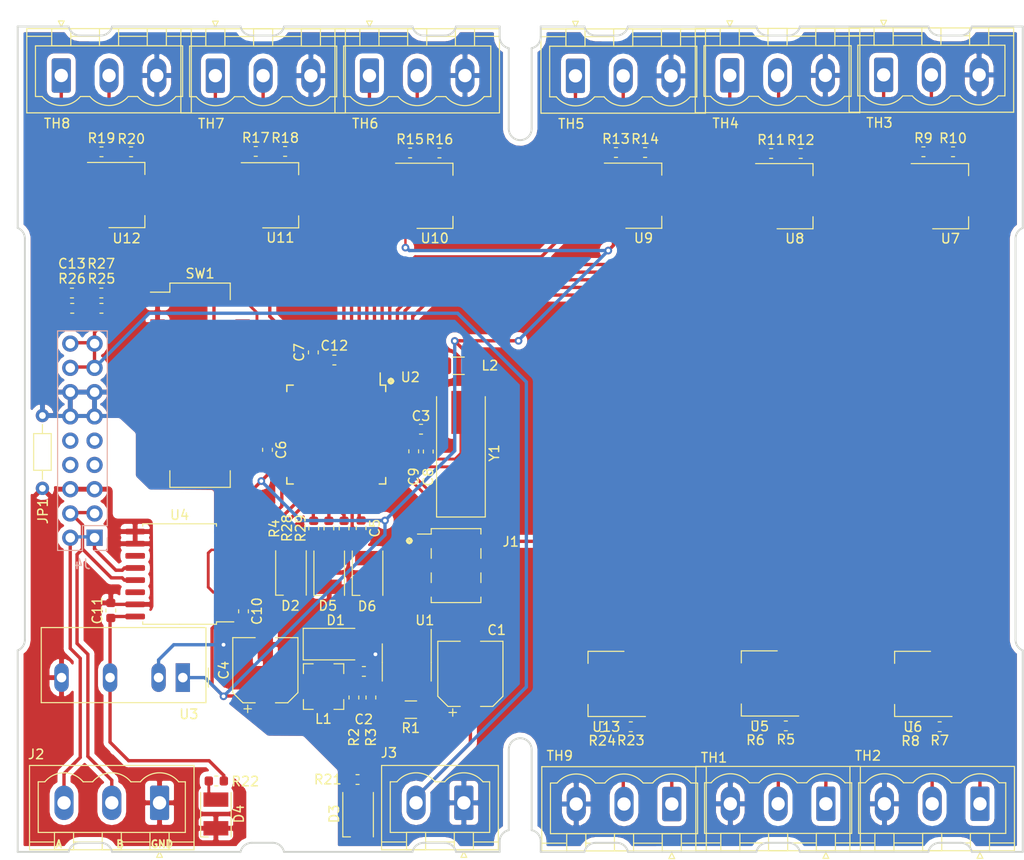
<source format=kicad_pcb>
(kicad_pcb (version 20171130) (host pcbnew 5.0.2+dfsg1-1)

  (general
    (thickness 1.6)
    (drawings 36094)
    (tracks 502)
    (zones 0)
    (modules 79)
    (nets 90)
  )

  (page A4)
  (layers
    (0 F.Cu signal)
    (31 B.Cu signal)
    (32 B.Adhes user)
    (33 F.Adhes user)
    (34 B.Paste user)
    (35 F.Paste user)
    (36 B.SilkS user)
    (37 F.SilkS user)
    (38 B.Mask user)
    (39 F.Mask user)
    (40 Dwgs.User user hide)
    (41 Cmts.User user)
    (42 Eco1.User user)
    (43 Eco2.User user)
    (44 Edge.Cuts user)
    (45 Margin user)
    (46 B.CrtYd user)
    (47 F.CrtYd user)
    (48 B.Fab user)
    (49 F.Fab user)
  )

  (setup
    (last_trace_width 0.35)
    (user_trace_width 0.3)
    (user_trace_width 0.35)
    (trace_clearance 0.2)
    (zone_clearance 0.508)
    (zone_45_only no)
    (trace_min 0.2)
    (segment_width 0.2)
    (edge_width 0.05)
    (via_size 0.8)
    (via_drill 0.4)
    (via_min_size 0.4)
    (via_min_drill 0.3)
    (uvia_size 0.3)
    (uvia_drill 0.1)
    (uvias_allowed no)
    (uvia_min_size 0.2)
    (uvia_min_drill 0.1)
    (pcb_text_width 0.3)
    (pcb_text_size 1.5 1.5)
    (mod_edge_width 0.12)
    (mod_text_size 1 1)
    (mod_text_width 0.15)
    (pad_size 1.524 1.524)
    (pad_drill 0.762)
    (pad_to_mask_clearance 0.051)
    (solder_mask_min_width 0.25)
    (aux_axis_origin 0 0)
    (visible_elements FFFFFF7F)
    (pcbplotparams
      (layerselection 0x010fc_ffffffff)
      (usegerberextensions false)
      (usegerberattributes false)
      (usegerberadvancedattributes false)
      (creategerberjobfile false)
      (excludeedgelayer true)
      (linewidth 0.100000)
      (plotframeref false)
      (viasonmask false)
      (mode 1)
      (useauxorigin false)
      (hpglpennumber 1)
      (hpglpenspeed 20)
      (hpglpendiameter 15.000000)
      (psnegative false)
      (psa4output false)
      (plotreference true)
      (plotvalue true)
      (plotinvisibletext false)
      (padsonsilk false)
      (subtractmaskfromsilk false)
      (outputformat 1)
      (mirror false)
      (drillshape 1)
      (scaleselection 1)
      (outputdirectory ""))
  )

  (net 0 "")
  (net 1 "Net-(R5-Pad1)")
  (net 2 GNDD)
  (net 3 /pt100_ch0/Vout)
  (net 4 "Net-(R1-Pad1)")
  (net 5 +24V)
  (net 6 "Net-(R2-Pad2)")
  (net 7 "Net-(C2-Pad1)")
  (net 8 "Net-(D1-Pad1)")
  (net 9 +3V3)
  (net 10 "Net-(R16-Pad1)")
  (net 11 "Net-(R15-Pad2)")
  (net 12 "Net-(R20-Pad1)")
  (net 13 "Net-(R19-Pad2)")
  (net 14 "Net-(R19-Pad1)")
  (net 15 "Net-(R18-Pad1)")
  (net 16 "Net-(R17-Pad2)")
  (net 17 "Net-(R17-Pad1)")
  (net 18 "Net-(R15-Pad1)")
  (net 19 "Net-(R13-Pad2)")
  (net 20 "Net-(R14-Pad1)")
  (net 21 "Net-(R13-Pad1)")
  (net 22 "Net-(R11-Pad2)")
  (net 23 "Net-(R12-Pad1)")
  (net 24 "Net-(R6-Pad1)")
  (net 25 "Net-(R7-Pad1)")
  (net 26 "Net-(R9-Pad1)")
  (net 27 "Net-(R10-Pad2)")
  (net 28 "Net-(R10-Pad1)")
  (net 29 "Net-(R11-Pad1)")
  (net 30 RX)
  (net 31 DE)
  (net 32 TX)
  (net 33 /pt100_ch5/Vout)
  (net 34 /pt100_ch6/Vout)
  (net 35 /pt100_ch7/Vout)
  (net 36 "Net-(D2-Pad2)")
  (net 37 "Net-(U2-Pad21)")
  (net 38 PDI_DATA)
  (net 39 PDI_CLK)
  (net 40 "Net-(C9-Pad1)")
  (net 41 "Net-(C8-Pad1)")
  (net 42 /pt100_ch1/Vout)
  (net 43 /pt100_ch2/Vout)
  (net 44 /pt100_ch3/Vout)
  (net 45 /pt100_ch4/Vout)
  (net 46 "Net-(J1-Pad3)")
  (net 47 "Net-(J1-Pad4)")
  (net 48 "Net-(R5-Pad2)")
  (net 49 "Net-(R7-Pad2)")
  (net 50 "Net-(R8-Pad1)")
  (net 51 GNDA)
  (net 52 "Net-(U4-Pad11)")
  (net 53 "Net-(U4-Pad14)")
  (net 54 +5VA)
  (net 55 "Net-(C3-Pad2)")
  (net 56 "Net-(D4-Pad2)")
  (net 57 "Net-(D3-Pad2)")
  (net 58 "Net-(R4-Pad1)")
  (net 59 /pt100_ch8/Vout)
  (net 60 "Net-(U2-Pad6)")
  (net 61 "Net-(U2-Pad7)")
  (net 62 "Net-(R24-Pad1)")
  (net 63 "Net-(R23-Pad2)")
  (net 64 "Net-(R23-Pad1)")
  (net 65 "Net-(SW1-Pad16)")
  (net 66 "Net-(SW1-Pad15)")
  (net 67 "Net-(SW1-Pad14)")
  (net 68 "Net-(SW1-Pad13)")
  (net 69 "Net-(SW1-Pad12)")
  (net 70 "Net-(SW1-Pad11)")
  (net 71 "Net-(SW1-Pad10)")
  (net 72 "Net-(SW1-Pad9)")
  (net 73 "Net-(U2-Pad28)")
  (net 74 "Net-(U2-Pad29)")
  (net 75 "Net-(U2-Pad33)")
  (net 76 Vin_sense)
  (net 77 "Net-(R25-Pad2)")
  (net 78 "Net-(U2-Pad20)")
  (net 79 "Net-(R28-Pad1)")
  (net 80 "Net-(D5-Pad2)")
  (net 81 "Net-(R29-Pad1)")
  (net 82 "Net-(D6-Pad2)")
  (net 83 "Net-(J4-Pad9)")
  (net 84 "Net-(J4-Pad10)")
  (net 85 "Net-(U2-Pad32)")
  (net 86 "Net-(J4-Pad7)")
  (net 87 "Net-(J4-Pad8)")
  (net 88 RS485A)
  (net 89 RS485B)

  (net_class Default "Dies ist die voreingestellte Netzklasse."
    (clearance 0.2)
    (trace_width 0.25)
    (via_dia 0.8)
    (via_drill 0.4)
    (uvia_dia 0.3)
    (uvia_drill 0.1)
    (add_net +24V)
    (add_net +3V3)
    (add_net +5VA)
    (add_net /pt100_ch0/Vout)
    (add_net /pt100_ch1/Vout)
    (add_net /pt100_ch2/Vout)
    (add_net /pt100_ch3/Vout)
    (add_net /pt100_ch4/Vout)
    (add_net /pt100_ch5/Vout)
    (add_net /pt100_ch6/Vout)
    (add_net /pt100_ch7/Vout)
    (add_net /pt100_ch8/Vout)
    (add_net DE)
    (add_net GNDA)
    (add_net GNDD)
    (add_net "Net-(C2-Pad1)")
    (add_net "Net-(C3-Pad2)")
    (add_net "Net-(C8-Pad1)")
    (add_net "Net-(C9-Pad1)")
    (add_net "Net-(D1-Pad1)")
    (add_net "Net-(D2-Pad2)")
    (add_net "Net-(D3-Pad2)")
    (add_net "Net-(D4-Pad2)")
    (add_net "Net-(D5-Pad2)")
    (add_net "Net-(D6-Pad2)")
    (add_net "Net-(J1-Pad3)")
    (add_net "Net-(J1-Pad4)")
    (add_net "Net-(J4-Pad10)")
    (add_net "Net-(J4-Pad7)")
    (add_net "Net-(J4-Pad8)")
    (add_net "Net-(J4-Pad9)")
    (add_net "Net-(R1-Pad1)")
    (add_net "Net-(R10-Pad1)")
    (add_net "Net-(R10-Pad2)")
    (add_net "Net-(R11-Pad1)")
    (add_net "Net-(R11-Pad2)")
    (add_net "Net-(R12-Pad1)")
    (add_net "Net-(R13-Pad1)")
    (add_net "Net-(R13-Pad2)")
    (add_net "Net-(R14-Pad1)")
    (add_net "Net-(R15-Pad1)")
    (add_net "Net-(R15-Pad2)")
    (add_net "Net-(R16-Pad1)")
    (add_net "Net-(R17-Pad1)")
    (add_net "Net-(R17-Pad2)")
    (add_net "Net-(R18-Pad1)")
    (add_net "Net-(R19-Pad1)")
    (add_net "Net-(R19-Pad2)")
    (add_net "Net-(R2-Pad2)")
    (add_net "Net-(R20-Pad1)")
    (add_net "Net-(R23-Pad1)")
    (add_net "Net-(R23-Pad2)")
    (add_net "Net-(R24-Pad1)")
    (add_net "Net-(R25-Pad2)")
    (add_net "Net-(R28-Pad1)")
    (add_net "Net-(R29-Pad1)")
    (add_net "Net-(R4-Pad1)")
    (add_net "Net-(R5-Pad1)")
    (add_net "Net-(R5-Pad2)")
    (add_net "Net-(R6-Pad1)")
    (add_net "Net-(R7-Pad1)")
    (add_net "Net-(R7-Pad2)")
    (add_net "Net-(R8-Pad1)")
    (add_net "Net-(R9-Pad1)")
    (add_net "Net-(SW1-Pad10)")
    (add_net "Net-(SW1-Pad11)")
    (add_net "Net-(SW1-Pad12)")
    (add_net "Net-(SW1-Pad13)")
    (add_net "Net-(SW1-Pad14)")
    (add_net "Net-(SW1-Pad15)")
    (add_net "Net-(SW1-Pad16)")
    (add_net "Net-(SW1-Pad9)")
    (add_net "Net-(U2-Pad20)")
    (add_net "Net-(U2-Pad21)")
    (add_net "Net-(U2-Pad28)")
    (add_net "Net-(U2-Pad29)")
    (add_net "Net-(U2-Pad32)")
    (add_net "Net-(U2-Pad33)")
    (add_net "Net-(U2-Pad6)")
    (add_net "Net-(U2-Pad7)")
    (add_net "Net-(U4-Pad11)")
    (add_net "Net-(U4-Pad14)")
    (add_net PDI_CLK)
    (add_net PDI_DATA)
    (add_net RS485A)
    (add_net RS485B)
    (add_net RX)
    (add_net TX)
    (add_net Vin_sense)
  )

  (module Resistor_THT:R_Axial_DIN0204_L3.6mm_D1.6mm_P7.62mm_Horizontal (layer F.Cu) (tedit 5AE5139B) (tstamp 5E57EE26)
    (at 66.2432 87.63 90)
    (descr "Resistor, Axial_DIN0204 series, Axial, Horizontal, pin pitch=7.62mm, 0.167W, length*diameter=3.6*1.6mm^2, http://cdn-reichelt.de/documents/datenblatt/B400/1_4W%23YAG.pdf")
    (tags "Resistor Axial_DIN0204 series Axial Horizontal pin pitch 7.62mm 0.167W length 3.6mm diameter 1.6mm")
    (path /5EA4860A)
    (fp_text reference JP1 (at -2.3876 0.0508 90) (layer F.SilkS)
      (effects (font (size 1 1) (thickness 0.15)))
    )
    (fp_text value Jumper (at 3.81 1.92 90) (layer F.Fab)
      (effects (font (size 1 1) (thickness 0.15)))
    )
    (fp_line (start 2.01 -0.8) (end 2.01 0.8) (layer F.Fab) (width 0.1))
    (fp_line (start 2.01 0.8) (end 5.61 0.8) (layer F.Fab) (width 0.1))
    (fp_line (start 5.61 0.8) (end 5.61 -0.8) (layer F.Fab) (width 0.1))
    (fp_line (start 5.61 -0.8) (end 2.01 -0.8) (layer F.Fab) (width 0.1))
    (fp_line (start 0 0) (end 2.01 0) (layer F.Fab) (width 0.1))
    (fp_line (start 7.62 0) (end 5.61 0) (layer F.Fab) (width 0.1))
    (fp_line (start 1.89 -0.92) (end 1.89 0.92) (layer F.SilkS) (width 0.12))
    (fp_line (start 1.89 0.92) (end 5.73 0.92) (layer F.SilkS) (width 0.12))
    (fp_line (start 5.73 0.92) (end 5.73 -0.92) (layer F.SilkS) (width 0.12))
    (fp_line (start 5.73 -0.92) (end 1.89 -0.92) (layer F.SilkS) (width 0.12))
    (fp_line (start 0.94 0) (end 1.89 0) (layer F.SilkS) (width 0.12))
    (fp_line (start 6.68 0) (end 5.73 0) (layer F.SilkS) (width 0.12))
    (fp_line (start -0.95 -1.05) (end -0.95 1.05) (layer F.CrtYd) (width 0.05))
    (fp_line (start -0.95 1.05) (end 8.57 1.05) (layer F.CrtYd) (width 0.05))
    (fp_line (start 8.57 1.05) (end 8.57 -1.05) (layer F.CrtYd) (width 0.05))
    (fp_line (start 8.57 -1.05) (end -0.95 -1.05) (layer F.CrtYd) (width 0.05))
    (fp_text user %R (at 3.81 0 90) (layer F.Fab)
      (effects (font (size 0.72 0.72) (thickness 0.108)))
    )
    (pad 1 thru_hole circle (at 0 0 90) (size 1.4 1.4) (drill 0.7) (layers *.Cu *.Mask)
      (net 51 GNDA))
    (pad 2 thru_hole oval (at 7.62 0 90) (size 1.4 1.4) (drill 0.7) (layers *.Cu *.Mask)
      (net 2 GNDD))
    (model ${KISYS3DMOD}/Resistor_THT.3dshapes/R_Axial_DIN0204_L3.6mm_D1.6mm_P7.62mm_Horizontal.wrl
      (at (xyz 0 0 0))
      (scale (xyz 1 1 1))
      (rotate (xyz 0 0 0))
    )
  )

  (module Inductor_SMD:L_1206_3216Metric (layer F.Cu) (tedit 5B301BBE) (tstamp 5E671148)
    (at 109.8 74.8 180)
    (descr "Inductor SMD 1206 (3216 Metric), square (rectangular) end terminal, IPC_7351 nominal, (Body size source: http://www.tortai-tech.com/upload/download/2011102023233369053.pdf), generated with kicad-footprint-generator")
    (tags inductor)
    (path /5E504E2C)
    (attr smd)
    (fp_text reference L2 (at -3.2808 0.0224 180) (layer F.SilkS)
      (effects (font (size 1 1) (thickness 0.15)))
    )
    (fp_text value 10u (at 0 1.82 180) (layer F.Fab)
      (effects (font (size 1 1) (thickness 0.15)))
    )
    (fp_line (start -1.6 0.8) (end -1.6 -0.8) (layer F.Fab) (width 0.1))
    (fp_line (start -1.6 -0.8) (end 1.6 -0.8) (layer F.Fab) (width 0.1))
    (fp_line (start 1.6 -0.8) (end 1.6 0.8) (layer F.Fab) (width 0.1))
    (fp_line (start 1.6 0.8) (end -1.6 0.8) (layer F.Fab) (width 0.1))
    (fp_line (start -0.602064 -0.91) (end 0.602064 -0.91) (layer F.SilkS) (width 0.12))
    (fp_line (start -0.602064 0.91) (end 0.602064 0.91) (layer F.SilkS) (width 0.12))
    (fp_line (start -2.28 1.12) (end -2.28 -1.12) (layer F.CrtYd) (width 0.05))
    (fp_line (start -2.28 -1.12) (end 2.28 -1.12) (layer F.CrtYd) (width 0.05))
    (fp_line (start 2.28 -1.12) (end 2.28 1.12) (layer F.CrtYd) (width 0.05))
    (fp_line (start 2.28 1.12) (end -2.28 1.12) (layer F.CrtYd) (width 0.05))
    (fp_text user %R (at 0 0 180) (layer F.Fab)
      (effects (font (size 0.8 0.8) (thickness 0.12)))
    )
    (pad 1 smd roundrect (at -1.4 0 180) (size 1.25 1.75) (layers F.Cu F.Paste F.Mask) (roundrect_rratio 0.2)
      (net 9 +3V3))
    (pad 2 smd roundrect (at 1.4 0 180) (size 1.25 1.75) (layers F.Cu F.Paste F.Mask) (roundrect_rratio 0.2)
      (net 55 "Net-(C3-Pad2)"))
    (model ${KISYS3DMOD}/Inductor_SMD.3dshapes/L_1206_3216Metric.wrl
      (at (xyz 0 0 0))
      (scale (xyz 1 1 1))
      (rotate (xyz 0 0 0))
    )
  )

  (module Capacitor_SMD:C_0603_1608Metric (layer F.Cu) (tedit 5B301BBE) (tstamp 5E672141)
    (at 69.332 67.1855 180)
    (descr "Capacitor SMD 0603 (1608 Metric), square (rectangular) end terminal, IPC_7351 nominal, (Body size source: http://www.tortai-tech.com/upload/download/2011102023233369053.pdf), generated with kicad-footprint-generator")
    (tags capacitor)
    (path /5E6355B0)
    (attr smd)
    (fp_text reference C13 (at 0 3.0759 180) (layer F.SilkS)
      (effects (font (size 1 1) (thickness 0.15)))
    )
    (fp_text value 100n (at 0 1.43 180) (layer F.Fab)
      (effects (font (size 1 1) (thickness 0.15)))
    )
    (fp_text user %R (at 0 0 180) (layer F.Fab)
      (effects (font (size 0.4 0.4) (thickness 0.06)))
    )
    (fp_line (start 1.48 0.73) (end -1.48 0.73) (layer F.CrtYd) (width 0.05))
    (fp_line (start 1.48 -0.73) (end 1.48 0.73) (layer F.CrtYd) (width 0.05))
    (fp_line (start -1.48 -0.73) (end 1.48 -0.73) (layer F.CrtYd) (width 0.05))
    (fp_line (start -1.48 0.73) (end -1.48 -0.73) (layer F.CrtYd) (width 0.05))
    (fp_line (start -0.162779 0.51) (end 0.162779 0.51) (layer F.SilkS) (width 0.12))
    (fp_line (start -0.162779 -0.51) (end 0.162779 -0.51) (layer F.SilkS) (width 0.12))
    (fp_line (start 0.8 0.4) (end -0.8 0.4) (layer F.Fab) (width 0.1))
    (fp_line (start 0.8 -0.4) (end 0.8 0.4) (layer F.Fab) (width 0.1))
    (fp_line (start -0.8 -0.4) (end 0.8 -0.4) (layer F.Fab) (width 0.1))
    (fp_line (start -0.8 0.4) (end -0.8 -0.4) (layer F.Fab) (width 0.1))
    (pad 2 smd roundrect (at 0.7875 0 180) (size 0.875 0.95) (layers F.Cu F.Paste F.Mask) (roundrect_rratio 0.25)
      (net 2 GNDD))
    (pad 1 smd roundrect (at -0.7875 0 180) (size 0.875 0.95) (layers F.Cu F.Paste F.Mask) (roundrect_rratio 0.25)
      (net 76 Vin_sense))
    (model ${KISYS3DMOD}/Capacitor_SMD.3dshapes/C_0603_1608Metric.wrl
      (at (xyz 0 0 0))
      (scale (xyz 1 1 1))
      (rotate (xyz 0 0 0))
    )
  )

  (module Package_QFP:TQFP-44_10x10mm_P0.8mm (layer F.Cu) (tedit 5E5308C0) (tstamp 5E6718DC)
    (at 97 82 270)
    (descr "44-Lead Plastic Thin Quad Flatpack (PT) - 10x10x1.0 mm Body [TQFP] (see Microchip Packaging Specification 00000049BS.pdf)")
    (tags "QFP 0.8")
    (path /5E4C815A)
    (attr smd)
    (fp_text reference U2 (at -6.0032 -7.7496) (layer F.SilkS)
      (effects (font (size 1 1) (thickness 0.15)))
    )
    (fp_text value ATXMEGA32A4-AU (at 0 7.45 270) (layer F.Fab)
      (effects (font (size 1 1) (thickness 0.15)))
    )
    (fp_text user %R (at 0 0 270) (layer F.Fab)
      (effects (font (size 1 1) (thickness 0.15)))
    )
    (fp_line (start -4 -5) (end 5 -5) (layer F.Fab) (width 0.15))
    (fp_line (start 5 -5) (end 5 5) (layer F.Fab) (width 0.15))
    (fp_line (start 5 5) (end -5 5) (layer F.Fab) (width 0.15))
    (fp_line (start -5 5) (end -5 -4) (layer F.Fab) (width 0.15))
    (fp_line (start -5 -4) (end -4 -5) (layer F.Fab) (width 0.15))
    (fp_line (start -6.7 -6.7) (end -6.7 6.7) (layer F.CrtYd) (width 0.05))
    (fp_line (start 6.7 -6.7) (end 6.7 6.7) (layer F.CrtYd) (width 0.05))
    (fp_line (start -6.7 -6.7) (end 6.7 -6.7) (layer F.CrtYd) (width 0.05))
    (fp_line (start -6.7 6.7) (end 6.7 6.7) (layer F.CrtYd) (width 0.05))
    (fp_line (start -5.175 -5.175) (end -5.175 -4.6) (layer F.SilkS) (width 0.15))
    (fp_line (start 5.175 -5.175) (end 5.175 -4.5) (layer F.SilkS) (width 0.15))
    (fp_line (start 5.175 5.175) (end 5.175 4.5) (layer F.SilkS) (width 0.15))
    (fp_line (start -5.175 5.175) (end -5.175 4.5) (layer F.SilkS) (width 0.15))
    (fp_line (start -5.175 -5.175) (end -4.5 -5.175) (layer F.SilkS) (width 0.15))
    (fp_line (start -5.175 5.175) (end -4.5 5.175) (layer F.SilkS) (width 0.15))
    (fp_line (start 5.175 5.175) (end 4.5 5.175) (layer F.SilkS) (width 0.15))
    (fp_line (start 5.175 -5.175) (end 4.5 -5.175) (layer F.SilkS) (width 0.15))
    (fp_line (start -5.175 -4.6) (end -6.45 -4.6) (layer F.SilkS) (width 0.15))
    (pad 1 smd rect (at -5.7 -4 270) (size 1.5 0.55) (layers F.Cu F.Paste F.Mask)
      (net 33 /pt100_ch5/Vout))
    (pad 2 smd rect (at -5.7 -3.2 270) (size 1.5 0.55) (layers F.Cu F.Paste F.Mask)
      (net 34 /pt100_ch6/Vout))
    (pad 3 smd rect (at -5.7 -2.4 270) (size 1.5 0.55) (layers F.Cu F.Paste F.Mask)
      (net 35 /pt100_ch7/Vout))
    (pad 4 smd rect (at -5.7 -1.6 270) (size 1.5 0.55) (layers F.Cu F.Paste F.Mask)
      (net 59 /pt100_ch8/Vout))
    (pad 5 smd rect (at -5.7 -0.8 270) (size 1.5 0.55) (layers F.Cu F.Paste F.Mask)
      (net 76 Vin_sense))
    (pad 6 smd rect (at -5.7 0 270) (size 1.5 0.55) (layers F.Cu F.Paste F.Mask)
      (net 60 "Net-(U2-Pad6)"))
    (pad 7 smd rect (at -5.7 0.8 270) (size 1.5 0.55) (layers F.Cu F.Paste F.Mask)
      (net 61 "Net-(U2-Pad7)"))
    (pad 8 smd rect (at -5.7 1.6 270) (size 1.5 0.55) (layers F.Cu F.Paste F.Mask)
      (net 2 GNDD))
    (pad 9 smd rect (at -5.7 2.4 270) (size 1.5 0.55) (layers F.Cu F.Paste F.Mask)
      (net 9 +3V3))
    (pad 10 smd rect (at -5.7 3.2 270) (size 1.5 0.55) (layers F.Cu F.Paste F.Mask)
      (net 65 "Net-(SW1-Pad16)"))
    (pad 11 smd rect (at -5.7 4 270) (size 1.5 0.55) (layers F.Cu F.Paste F.Mask)
      (net 66 "Net-(SW1-Pad15)"))
    (pad 12 smd rect (at -4 5.7) (size 1.5 0.55) (layers F.Cu F.Paste F.Mask)
      (net 67 "Net-(SW1-Pad14)"))
    (pad 13 smd rect (at -3.2 5.7) (size 1.5 0.55) (layers F.Cu F.Paste F.Mask)
      (net 68 "Net-(SW1-Pad13)"))
    (pad 14 smd rect (at -2.4 5.7) (size 1.5 0.55) (layers F.Cu F.Paste F.Mask)
      (net 69 "Net-(SW1-Pad12)"))
    (pad 15 smd rect (at -1.6 5.7) (size 1.5 0.55) (layers F.Cu F.Paste F.Mask)
      (net 70 "Net-(SW1-Pad11)"))
    (pad 16 smd rect (at -0.8 5.7) (size 1.5 0.55) (layers F.Cu F.Paste F.Mask)
      (net 71 "Net-(SW1-Pad10)"))
    (pad 17 smd rect (at 0 5.7) (size 1.5 0.55) (layers F.Cu F.Paste F.Mask)
      (net 72 "Net-(SW1-Pad9)"))
    (pad 18 smd rect (at 0.8 5.7) (size 1.5 0.55) (layers F.Cu F.Paste F.Mask)
      (net 2 GNDD))
    (pad 19 smd rect (at 1.6 5.7) (size 1.5 0.55) (layers F.Cu F.Paste F.Mask)
      (net 9 +3V3))
    (pad 20 smd rect (at 2.4 5.7) (size 1.5 0.55) (layers F.Cu F.Paste F.Mask)
      (net 78 "Net-(U2-Pad20)"))
    (pad 21 smd rect (at 3.2 5.7) (size 1.5 0.55) (layers F.Cu F.Paste F.Mask)
      (net 37 "Net-(U2-Pad21)"))
    (pad 22 smd rect (at 4 5.7) (size 1.5 0.55) (layers F.Cu F.Paste F.Mask)
      (net 30 RX))
    (pad 23 smd rect (at 5.7 4 270) (size 1.5 0.55) (layers F.Cu F.Paste F.Mask)
      (net 32 TX))
    (pad 24 smd rect (at 5.7 3.2 270) (size 1.5 0.55) (layers F.Cu F.Paste F.Mask)
      (net 31 DE))
    (pad 25 smd rect (at 5.7 2.4 270) (size 1.5 0.55) (layers F.Cu F.Paste F.Mask)
      (net 58 "Net-(R4-Pad1)"))
    (pad 26 smd rect (at 5.7 1.6 270) (size 1.5 0.55) (layers F.Cu F.Paste F.Mask)
      (net 79 "Net-(R28-Pad1)"))
    (pad 27 smd rect (at 5.7 0.8 270) (size 1.5 0.55) (layers F.Cu F.Paste F.Mask)
      (net 81 "Net-(R29-Pad1)"))
    (pad 28 smd rect (at 5.7 0 270) (size 1.5 0.55) (layers F.Cu F.Paste F.Mask)
      (net 73 "Net-(U2-Pad28)"))
    (pad 29 smd rect (at 5.7 -0.8 270) (size 1.5 0.55) (layers F.Cu F.Paste F.Mask)
      (net 74 "Net-(U2-Pad29)"))
    (pad 30 smd rect (at 5.7 -1.6 270) (size 1.5 0.55) (layers F.Cu F.Paste F.Mask)
      (net 2 GNDD))
    (pad 31 smd rect (at 5.7 -2.4 270) (size 1.5 0.55) (layers F.Cu F.Paste F.Mask)
      (net 9 +3V3))
    (pad 32 smd rect (at 5.7 -3.2 270) (size 1.5 0.55) (layers F.Cu F.Paste F.Mask)
      (net 85 "Net-(U2-Pad32)"))
    (pad 33 smd rect (at 5.7 -4 270) (size 1.5 0.55) (layers F.Cu F.Paste F.Mask)
      (net 75 "Net-(U2-Pad33)"))
    (pad 34 smd rect (at 4 -5.7) (size 1.5 0.55) (layers F.Cu F.Paste F.Mask)
      (net 38 PDI_DATA))
    (pad 35 smd rect (at 3.2 -5.7) (size 1.5 0.55) (layers F.Cu F.Paste F.Mask)
      (net 39 PDI_CLK))
    (pad 36 smd rect (at 2.4 -5.7) (size 1.5 0.55) (layers F.Cu F.Paste F.Mask)
      (net 40 "Net-(C9-Pad1)"))
    (pad 37 smd rect (at 1.6 -5.7) (size 1.5 0.55) (layers F.Cu F.Paste F.Mask)
      (net 41 "Net-(C8-Pad1)"))
    (pad 38 smd rect (at 0.8 -5.7) (size 1.5 0.55) (layers F.Cu F.Paste F.Mask)
      (net 2 GNDD))
    (pad 39 smd rect (at 0 -5.7) (size 1.5 0.55) (layers F.Cu F.Paste F.Mask)
      (net 55 "Net-(C3-Pad2)"))
    (pad 40 smd rect (at -0.8 -5.7) (size 1.5 0.55) (layers F.Cu F.Paste F.Mask)
      (net 3 /pt100_ch0/Vout))
    (pad 41 smd rect (at -1.6 -5.7) (size 1.5 0.55) (layers F.Cu F.Paste F.Mask)
      (net 42 /pt100_ch1/Vout))
    (pad 42 smd rect (at -2.4 -5.7) (size 1.5 0.55) (layers F.Cu F.Paste F.Mask)
      (net 43 /pt100_ch2/Vout))
    (pad 43 smd rect (at -3.2 -5.7) (size 1.5 0.55) (layers F.Cu F.Paste F.Mask)
      (net 44 /pt100_ch3/Vout))
    (pad 44 smd rect (at -4 -5.7) (size 1.5 0.55) (layers F.Cu F.Paste F.Mask)
      (net 45 /pt100_ch4/Vout))
    (model ${KISYS3DMOD}/Package_QFP.3dshapes/TQFP-44_10x10mm_P0.8mm.wrl
      (at (xyz 0 0 0))
      (scale (xyz 1 1 1))
      (rotate (xyz 0 0 0))
    )
  )

  (module Connector_PinSocket_2.54mm:PinSocket_2x09_P2.54mm_Vertical (layer B.Cu) (tedit 5A19A41B) (tstamp 5E670E14)
    (at 71.7 92.8)
    (descr "Through hole straight socket strip, 2x09, 2.54mm pitch, double cols (from Kicad 4.0.7), script generated")
    (tags "Through hole socket strip THT 2x09 2.54mm double row")
    (path /5E836A6F)
    (fp_text reference J4 (at -1.27 2.77) (layer B.SilkS)
      (effects (font (size 1 1) (thickness 0.15)) (justify mirror))
    )
    (fp_text value Conn_02x09_Odd_Even (at -1.27 -23.09) (layer B.Fab)
      (effects (font (size 1 1) (thickness 0.15)) (justify mirror))
    )
    (fp_line (start -3.81 1.27) (end 0.27 1.27) (layer B.Fab) (width 0.1))
    (fp_line (start 0.27 1.27) (end 1.27 0.27) (layer B.Fab) (width 0.1))
    (fp_line (start 1.27 0.27) (end 1.27 -21.59) (layer B.Fab) (width 0.1))
    (fp_line (start 1.27 -21.59) (end -3.81 -21.59) (layer B.Fab) (width 0.1))
    (fp_line (start -3.81 -21.59) (end -3.81 1.27) (layer B.Fab) (width 0.1))
    (fp_line (start -3.87 1.33) (end -1.27 1.33) (layer B.SilkS) (width 0.12))
    (fp_line (start -3.87 1.33) (end -3.87 -21.65) (layer B.SilkS) (width 0.12))
    (fp_line (start -3.87 -21.65) (end 1.33 -21.65) (layer B.SilkS) (width 0.12))
    (fp_line (start 1.33 -1.27) (end 1.33 -21.65) (layer B.SilkS) (width 0.12))
    (fp_line (start -1.27 -1.27) (end 1.33 -1.27) (layer B.SilkS) (width 0.12))
    (fp_line (start -1.27 1.33) (end -1.27 -1.27) (layer B.SilkS) (width 0.12))
    (fp_line (start 1.33 1.33) (end 1.33 0) (layer B.SilkS) (width 0.12))
    (fp_line (start 0 1.33) (end 1.33 1.33) (layer B.SilkS) (width 0.12))
    (fp_line (start -4.34 1.8) (end 1.76 1.8) (layer B.CrtYd) (width 0.05))
    (fp_line (start 1.76 1.8) (end 1.76 -22.1) (layer B.CrtYd) (width 0.05))
    (fp_line (start 1.76 -22.1) (end -4.34 -22.1) (layer B.CrtYd) (width 0.05))
    (fp_line (start -4.34 -22.1) (end -4.34 1.8) (layer B.CrtYd) (width 0.05))
    (fp_text user %R (at -1.27 -10.16 -90) (layer B.Fab)
      (effects (font (size 1 1) (thickness 0.15)) (justify mirror))
    )
    (pad 1 thru_hole rect (at 0 0) (size 1.7 1.7) (drill 1) (layers *.Cu *.Mask)
      (net 88 RS485A))
    (pad 2 thru_hole oval (at -2.54 0) (size 1.7 1.7) (drill 1) (layers *.Cu *.Mask)
      (net 88 RS485A))
    (pad 3 thru_hole oval (at 0 -2.54) (size 1.7 1.7) (drill 1) (layers *.Cu *.Mask)
      (net 89 RS485B))
    (pad 4 thru_hole oval (at -2.54 -2.54) (size 1.7 1.7) (drill 1) (layers *.Cu *.Mask)
      (net 89 RS485B))
    (pad 5 thru_hole oval (at 0 -5.08) (size 1.7 1.7) (drill 1) (layers *.Cu *.Mask)
      (net 51 GNDA))
    (pad 6 thru_hole oval (at -2.54 -5.08) (size 1.7 1.7) (drill 1) (layers *.Cu *.Mask)
      (net 51 GNDA))
    (pad 7 thru_hole oval (at 0 -7.62) (size 1.7 1.7) (drill 1) (layers *.Cu *.Mask)
      (net 86 "Net-(J4-Pad7)"))
    (pad 8 thru_hole oval (at -2.54 -7.62) (size 1.7 1.7) (drill 1) (layers *.Cu *.Mask)
      (net 87 "Net-(J4-Pad8)"))
    (pad 9 thru_hole oval (at 0 -10.16) (size 1.7 1.7) (drill 1) (layers *.Cu *.Mask)
      (net 83 "Net-(J4-Pad9)"))
    (pad 10 thru_hole oval (at -2.54 -10.16) (size 1.7 1.7) (drill 1) (layers *.Cu *.Mask)
      (net 84 "Net-(J4-Pad10)"))
    (pad 11 thru_hole oval (at 0 -12.7) (size 1.7 1.7) (drill 1) (layers *.Cu *.Mask)
      (net 2 GNDD))
    (pad 12 thru_hole oval (at -2.54 -12.7) (size 1.7 1.7) (drill 1) (layers *.Cu *.Mask)
      (net 2 GNDD))
    (pad 13 thru_hole oval (at 0 -15.24) (size 1.7 1.7) (drill 1) (layers *.Cu *.Mask)
      (net 2 GNDD))
    (pad 14 thru_hole oval (at -2.54 -15.24) (size 1.7 1.7) (drill 1) (layers *.Cu *.Mask)
      (net 2 GNDD))
    (pad 15 thru_hole oval (at 0 -17.78) (size 1.7 1.7) (drill 1) (layers *.Cu *.Mask)
      (net 5 +24V))
    (pad 16 thru_hole oval (at -2.54 -17.78) (size 1.7 1.7) (drill 1) (layers *.Cu *.Mask)
      (net 5 +24V))
    (pad 17 thru_hole oval (at 0 -20.32) (size 1.7 1.7) (drill 1) (layers *.Cu *.Mask)
      (net 5 +24V))
    (pad 18 thru_hole oval (at -2.54 -20.32) (size 1.7 1.7) (drill 1) (layers *.Cu *.Mask)
      (net 5 +24V))
    (model ${KISYS3DMOD}/Connector_PinSocket_2.54mm.3dshapes/PinSocket_2x09_P2.54mm_Vertical.wrl
      (at (xyz 0 0 0))
      (scale (xyz 1 1 1))
      (rotate (xyz 0 0 0))
    )
  )

  (module LED_SMD:LED_PLCC-2 (layer F.Cu) (tedit 59959404) (tstamp 5E670EDE)
    (at 100.274701 96.435799 90)
    (descr "LED PLCC-2 SMD package")
    (tags "LED PLCC-2 SMD")
    (path /5E7DC114)
    (attr smd)
    (fp_text reference D6 (at -3.538601 -0.046301 180) (layer F.SilkS)
      (effects (font (size 1 1) (thickness 0.15)))
    )
    (fp_text value LED (at 0 2.5 90) (layer F.Fab)
      (effects (font (size 1 1) (thickness 0.15)))
    )
    (fp_circle (center 0 0) (end 0 -1.25) (layer F.Fab) (width 0.1))
    (fp_line (start -1.7 -0.6) (end -0.8 -1.5) (layer F.Fab) (width 0.1))
    (fp_line (start 1.7 1.5) (end 1.7 -1.5) (layer F.Fab) (width 0.1))
    (fp_line (start 1.7 -1.5) (end -1.7 -1.5) (layer F.Fab) (width 0.1))
    (fp_line (start -1.7 -1.5) (end -1.7 1.5) (layer F.Fab) (width 0.1))
    (fp_line (start -1.7 1.5) (end 1.7 1.5) (layer F.Fab) (width 0.1))
    (fp_line (start -2.65 -1.85) (end 2.5 -1.85) (layer F.CrtYd) (width 0.05))
    (fp_line (start 2.5 -1.85) (end 2.5 1.85) (layer F.CrtYd) (width 0.05))
    (fp_line (start 2.5 1.85) (end -2.65 1.85) (layer F.CrtYd) (width 0.05))
    (fp_line (start -2.65 1.85) (end -2.65 -1.85) (layer F.CrtYd) (width 0.05))
    (fp_line (start 2.25 1.6) (end -2.4 1.6) (layer F.SilkS) (width 0.12))
    (fp_line (start 2.25 -1.6) (end -2.4 -1.6) (layer F.SilkS) (width 0.12))
    (fp_line (start -2.4 -1.6) (end -2.4 -0.8) (layer F.SilkS) (width 0.12))
    (fp_text user %R (at 0 0 90) (layer F.Fab)
      (effects (font (size 0.4 0.4) (thickness 0.1)))
    )
    (pad 1 smd rect (at -1.5 0 90) (size 1.5 2.6) (layers F.Cu F.Paste F.Mask)
      (net 2 GNDD))
    (pad 2 smd rect (at 1.5 0 90) (size 1.5 2.6) (layers F.Cu F.Paste F.Mask)
      (net 82 "Net-(D6-Pad2)"))
    (model ${KISYS3DMOD}/LED_SMD.3dshapes/LED_PLCC-2.wrl
      (at (xyz 0 0 0))
      (scale (xyz 1 1 1))
      (rotate (xyz 0 0 0))
    )
    (model /home/ejung/git/kicad-libs-own/3d/LED_PLCC-2.stp
      (at (xyz 0 0 0))
      (scale (xyz 1 1 1))
      (rotate (xyz 0 0 90))
    )
  )

  (module Resistor_SMD:R_0603_1608Metric (layer F.Cu) (tedit 5B301BBD) (tstamp 5E670F14)
    (at 97.8155 91.821 270)
    (descr "Resistor SMD 0603 (1608 Metric), square (rectangular) end terminal, IPC_7351 nominal, (Body size source: http://www.tortai-tech.com/upload/download/2011102023233369053.pdf), generated with kicad-footprint-generator")
    (tags resistor)
    (path /5E7DC11B)
    (attr smd)
    (fp_text reference R29 (at 0 4.5467 270) (layer F.SilkS)
      (effects (font (size 1 1) (thickness 0.15)))
    )
    (fp_text value 100 (at 0 1.43 270) (layer F.Fab)
      (effects (font (size 1 1) (thickness 0.15)))
    )
    (fp_line (start -0.8 0.4) (end -0.8 -0.4) (layer F.Fab) (width 0.1))
    (fp_line (start -0.8 -0.4) (end 0.8 -0.4) (layer F.Fab) (width 0.1))
    (fp_line (start 0.8 -0.4) (end 0.8 0.4) (layer F.Fab) (width 0.1))
    (fp_line (start 0.8 0.4) (end -0.8 0.4) (layer F.Fab) (width 0.1))
    (fp_line (start -0.162779 -0.51) (end 0.162779 -0.51) (layer F.SilkS) (width 0.12))
    (fp_line (start -0.162779 0.51) (end 0.162779 0.51) (layer F.SilkS) (width 0.12))
    (fp_line (start -1.48 0.73) (end -1.48 -0.73) (layer F.CrtYd) (width 0.05))
    (fp_line (start -1.48 -0.73) (end 1.48 -0.73) (layer F.CrtYd) (width 0.05))
    (fp_line (start 1.48 -0.73) (end 1.48 0.73) (layer F.CrtYd) (width 0.05))
    (fp_line (start 1.48 0.73) (end -1.48 0.73) (layer F.CrtYd) (width 0.05))
    (fp_text user %R (at 0 0 270) (layer F.Fab)
      (effects (font (size 0.4 0.4) (thickness 0.06)))
    )
    (pad 1 smd roundrect (at -0.7875 0 270) (size 0.875 0.95) (layers F.Cu F.Paste F.Mask) (roundrect_rratio 0.25)
      (net 81 "Net-(R29-Pad1)"))
    (pad 2 smd roundrect (at 0.7875 0 270) (size 0.875 0.95) (layers F.Cu F.Paste F.Mask) (roundrect_rratio 0.25)
      (net 82 "Net-(D6-Pad2)"))
    (model ${KISYS3DMOD}/Resistor_SMD.3dshapes/R_0603_1608Metric.wrl
      (at (xyz 0 0 0))
      (scale (xyz 1 1 1))
      (rotate (xyz 0 0 0))
    )
  )

  (module LED_SMD:LED_PLCC-2 (layer F.Cu) (tedit 59959404) (tstamp 5E672174)
    (at 96.261501 96.435799 90)
    (descr "LED PLCC-2 SMD package")
    (tags "LED PLCC-2 SMD")
    (path /5E7783BC)
    (attr smd)
    (fp_text reference D5 (at -3.487801 -0.147901 180) (layer F.SilkS)
      (effects (font (size 1 1) (thickness 0.15)))
    )
    (fp_text value LED (at 0 2.5 90) (layer F.Fab)
      (effects (font (size 1 1) (thickness 0.15)))
    )
    (fp_circle (center 0 0) (end 0 -1.25) (layer F.Fab) (width 0.1))
    (fp_line (start -1.7 -0.6) (end -0.8 -1.5) (layer F.Fab) (width 0.1))
    (fp_line (start 1.7 1.5) (end 1.7 -1.5) (layer F.Fab) (width 0.1))
    (fp_line (start 1.7 -1.5) (end -1.7 -1.5) (layer F.Fab) (width 0.1))
    (fp_line (start -1.7 -1.5) (end -1.7 1.5) (layer F.Fab) (width 0.1))
    (fp_line (start -1.7 1.5) (end 1.7 1.5) (layer F.Fab) (width 0.1))
    (fp_line (start -2.65 -1.85) (end 2.5 -1.85) (layer F.CrtYd) (width 0.05))
    (fp_line (start 2.5 -1.85) (end 2.5 1.85) (layer F.CrtYd) (width 0.05))
    (fp_line (start 2.5 1.85) (end -2.65 1.85) (layer F.CrtYd) (width 0.05))
    (fp_line (start -2.65 1.85) (end -2.65 -1.85) (layer F.CrtYd) (width 0.05))
    (fp_line (start 2.25 1.6) (end -2.4 1.6) (layer F.SilkS) (width 0.12))
    (fp_line (start 2.25 -1.6) (end -2.4 -1.6) (layer F.SilkS) (width 0.12))
    (fp_line (start -2.4 -1.6) (end -2.4 -0.8) (layer F.SilkS) (width 0.12))
    (fp_text user %R (at 0 0 90) (layer F.Fab)
      (effects (font (size 0.4 0.4) (thickness 0.1)))
    )
    (pad 1 smd rect (at -1.5 0 90) (size 1.5 2.6) (layers F.Cu F.Paste F.Mask)
      (net 2 GNDD))
    (pad 2 smd rect (at 1.5 0 90) (size 1.5 2.6) (layers F.Cu F.Paste F.Mask)
      (net 80 "Net-(D5-Pad2)"))
    (model ${KISYS3DMOD}/LED_SMD.3dshapes/LED_PLCC-2.wrl
      (at (xyz 0 0 0))
      (scale (xyz 1 1 1))
      (rotate (xyz 0 0 0))
    )
    (model /home/ejung/git/kicad-libs-own/3d/LED_PLCC-2.stp
      (at (xyz 0 0 0))
      (scale (xyz 1 1 1))
      (rotate (xyz 0 0 90))
    )
  )

  (module Resistor_SMD:R_0603_1608Metric (layer F.Cu) (tedit 5B301BBD) (tstamp 5E58506A)
    (at 96.228 91.821 270)
    (descr "Resistor SMD 0603 (1608 Metric), square (rectangular) end terminal, IPC_7351 nominal, (Body size source: http://www.tortai-tech.com/upload/download/2011102023233369053.pdf), generated with kicad-footprint-generator")
    (tags resistor)
    (path /5E7783C3)
    (attr smd)
    (fp_text reference R28 (at -0.0254 4.3816 90) (layer F.SilkS)
      (effects (font (size 1 1) (thickness 0.15)))
    )
    (fp_text value 100 (at 0 1.43 270) (layer F.Fab)
      (effects (font (size 1 1) (thickness 0.15)))
    )
    (fp_line (start -0.8 0.4) (end -0.8 -0.4) (layer F.Fab) (width 0.1))
    (fp_line (start -0.8 -0.4) (end 0.8 -0.4) (layer F.Fab) (width 0.1))
    (fp_line (start 0.8 -0.4) (end 0.8 0.4) (layer F.Fab) (width 0.1))
    (fp_line (start 0.8 0.4) (end -0.8 0.4) (layer F.Fab) (width 0.1))
    (fp_line (start -0.162779 -0.51) (end 0.162779 -0.51) (layer F.SilkS) (width 0.12))
    (fp_line (start -0.162779 0.51) (end 0.162779 0.51) (layer F.SilkS) (width 0.12))
    (fp_line (start -1.48 0.73) (end -1.48 -0.73) (layer F.CrtYd) (width 0.05))
    (fp_line (start -1.48 -0.73) (end 1.48 -0.73) (layer F.CrtYd) (width 0.05))
    (fp_line (start 1.48 -0.73) (end 1.48 0.73) (layer F.CrtYd) (width 0.05))
    (fp_line (start 1.48 0.73) (end -1.48 0.73) (layer F.CrtYd) (width 0.05))
    (fp_text user %R (at 0 0 270) (layer F.Fab)
      (effects (font (size 0.4 0.4) (thickness 0.06)))
    )
    (pad 1 smd roundrect (at -0.7875 0 270) (size 0.875 0.95) (layers F.Cu F.Paste F.Mask) (roundrect_rratio 0.25)
      (net 79 "Net-(R28-Pad1)"))
    (pad 2 smd roundrect (at 0.7875 0 270) (size 0.875 0.95) (layers F.Cu F.Paste F.Mask) (roundrect_rratio 0.25)
      (net 80 "Net-(D5-Pad2)"))
    (model ${KISYS3DMOD}/Resistor_SMD.3dshapes/R_0603_1608Metric.wrl
      (at (xyz 0 0 0))
      (scale (xyz 1 1 1))
      (rotate (xyz 0 0 0))
    )
  )

  (module Capacitor_SMD:C_0603_1608Metric (layer F.Cu) (tedit 5B301BBE) (tstamp 5E671EC2)
    (at 96.8 74.2 180)
    (descr "Capacitor SMD 0603 (1608 Metric), square (rectangular) end terminal, IPC_7351 nominal, (Body size source: http://www.tortai-tech.com/upload/download/2011102023233369053.pdf), generated with kicad-footprint-generator")
    (tags capacitor)
    (path /5E688EC2)
    (attr smd)
    (fp_text reference C12 (at 0 1.5052 180) (layer F.SilkS)
      (effects (font (size 1 1) (thickness 0.15)))
    )
    (fp_text value 100n (at 0 1.43 180) (layer F.Fab)
      (effects (font (size 1 1) (thickness 0.15)))
    )
    (fp_line (start -0.8 0.4) (end -0.8 -0.4) (layer F.Fab) (width 0.1))
    (fp_line (start -0.8 -0.4) (end 0.8 -0.4) (layer F.Fab) (width 0.1))
    (fp_line (start 0.8 -0.4) (end 0.8 0.4) (layer F.Fab) (width 0.1))
    (fp_line (start 0.8 0.4) (end -0.8 0.4) (layer F.Fab) (width 0.1))
    (fp_line (start -0.162779 -0.51) (end 0.162779 -0.51) (layer F.SilkS) (width 0.12))
    (fp_line (start -0.162779 0.51) (end 0.162779 0.51) (layer F.SilkS) (width 0.12))
    (fp_line (start -1.48 0.73) (end -1.48 -0.73) (layer F.CrtYd) (width 0.05))
    (fp_line (start -1.48 -0.73) (end 1.48 -0.73) (layer F.CrtYd) (width 0.05))
    (fp_line (start 1.48 -0.73) (end 1.48 0.73) (layer F.CrtYd) (width 0.05))
    (fp_line (start 1.48 0.73) (end -1.48 0.73) (layer F.CrtYd) (width 0.05))
    (fp_text user %R (at 0 0 180) (layer F.Fab)
      (effects (font (size 0.4 0.4) (thickness 0.06)))
    )
    (pad 1 smd roundrect (at -0.7875 0 180) (size 0.875 0.95) (layers F.Cu F.Paste F.Mask) (roundrect_rratio 0.25)
      (net 76 Vin_sense))
    (pad 2 smd roundrect (at 0.7875 0 180) (size 0.875 0.95) (layers F.Cu F.Paste F.Mask) (roundrect_rratio 0.25)
      (net 2 GNDD))
    (model ${KISYS3DMOD}/Capacitor_SMD.3dshapes/C_0603_1608Metric.wrl
      (at (xyz 0 0 0))
      (scale (xyz 1 1 1))
      (rotate (xyz 0 0 0))
    )
  )

  (module Resistor_SMD:R_0603_1608Metric (layer F.Cu) (tedit 5B301BBD) (tstamp 5E670E72)
    (at 72.4223 68.7855 180)
    (descr "Resistor SMD 0603 (1608 Metric), square (rectangular) end terminal, IPC_7351 nominal, (Body size source: http://www.tortai-tech.com/upload/download/2011102023233369053.pdf), generated with kicad-footprint-generator")
    (tags resistor)
    (path /5E60C8C2)
    (attr smd)
    (fp_text reference R25 (at 0 3.1011 180) (layer F.SilkS)
      (effects (font (size 1 1) (thickness 0.15)))
    )
    (fp_text value 33k (at 0 1.43 180) (layer F.Fab)
      (effects (font (size 1 1) (thickness 0.15)))
    )
    (fp_line (start -0.8 0.4) (end -0.8 -0.4) (layer F.Fab) (width 0.1))
    (fp_line (start -0.8 -0.4) (end 0.8 -0.4) (layer F.Fab) (width 0.1))
    (fp_line (start 0.8 -0.4) (end 0.8 0.4) (layer F.Fab) (width 0.1))
    (fp_line (start 0.8 0.4) (end -0.8 0.4) (layer F.Fab) (width 0.1))
    (fp_line (start -0.162779 -0.51) (end 0.162779 -0.51) (layer F.SilkS) (width 0.12))
    (fp_line (start -0.162779 0.51) (end 0.162779 0.51) (layer F.SilkS) (width 0.12))
    (fp_line (start -1.48 0.73) (end -1.48 -0.73) (layer F.CrtYd) (width 0.05))
    (fp_line (start -1.48 -0.73) (end 1.48 -0.73) (layer F.CrtYd) (width 0.05))
    (fp_line (start 1.48 -0.73) (end 1.48 0.73) (layer F.CrtYd) (width 0.05))
    (fp_line (start 1.48 0.73) (end -1.48 0.73) (layer F.CrtYd) (width 0.05))
    (fp_text user %R (at 0 0 180) (layer F.Fab)
      (effects (font (size 0.4 0.4) (thickness 0.06)))
    )
    (pad 1 smd roundrect (at -0.7875 0 180) (size 0.875 0.95) (layers F.Cu F.Paste F.Mask) (roundrect_rratio 0.25)
      (net 5 +24V))
    (pad 2 smd roundrect (at 0.7875 0 180) (size 0.875 0.95) (layers F.Cu F.Paste F.Mask) (roundrect_rratio 0.25)
      (net 77 "Net-(R25-Pad2)"))
    (model ${KISYS3DMOD}/Resistor_SMD.3dshapes/R_0603_1608Metric.wrl
      (at (xyz 0 0 0))
      (scale (xyz 1 1 1))
      (rotate (xyz 0 0 0))
    )
  )

  (module Resistor_SMD:R_0603_1608Metric (layer F.Cu) (tedit 5B301BBD) (tstamp 5E671067)
    (at 69.3615 68.7855 180)
    (descr "Resistor SMD 0603 (1608 Metric), square (rectangular) end terminal, IPC_7351 nominal, (Body size source: http://www.tortai-tech.com/upload/download/2011102023233369053.pdf), generated with kicad-footprint-generator")
    (tags resistor)
    (path /5E60CA34)
    (attr smd)
    (fp_text reference R26 (at 0.0195 3.1011 180) (layer F.SilkS)
      (effects (font (size 1 1) (thickness 0.15)))
    )
    (fp_text value 1k (at 0 1.43 180) (layer F.Fab)
      (effects (font (size 1 1) (thickness 0.15)))
    )
    (fp_text user %R (at 0 0 180) (layer F.Fab)
      (effects (font (size 0.4 0.4) (thickness 0.06)))
    )
    (fp_line (start 1.48 0.73) (end -1.48 0.73) (layer F.CrtYd) (width 0.05))
    (fp_line (start 1.48 -0.73) (end 1.48 0.73) (layer F.CrtYd) (width 0.05))
    (fp_line (start -1.48 -0.73) (end 1.48 -0.73) (layer F.CrtYd) (width 0.05))
    (fp_line (start -1.48 0.73) (end -1.48 -0.73) (layer F.CrtYd) (width 0.05))
    (fp_line (start -0.162779 0.51) (end 0.162779 0.51) (layer F.SilkS) (width 0.12))
    (fp_line (start -0.162779 -0.51) (end 0.162779 -0.51) (layer F.SilkS) (width 0.12))
    (fp_line (start 0.8 0.4) (end -0.8 0.4) (layer F.Fab) (width 0.1))
    (fp_line (start 0.8 -0.4) (end 0.8 0.4) (layer F.Fab) (width 0.1))
    (fp_line (start -0.8 -0.4) (end 0.8 -0.4) (layer F.Fab) (width 0.1))
    (fp_line (start -0.8 0.4) (end -0.8 -0.4) (layer F.Fab) (width 0.1))
    (pad 2 smd roundrect (at 0.7875 0 180) (size 0.875 0.95) (layers F.Cu F.Paste F.Mask) (roundrect_rratio 0.25)
      (net 2 GNDD))
    (pad 1 smd roundrect (at -0.7875 0 180) (size 0.875 0.95) (layers F.Cu F.Paste F.Mask) (roundrect_rratio 0.25)
      (net 77 "Net-(R25-Pad2)"))
    (model ${KISYS3DMOD}/Resistor_SMD.3dshapes/R_0603_1608Metric.wrl
      (at (xyz 0 0 0))
      (scale (xyz 1 1 1))
      (rotate (xyz 0 0 0))
    )
  )

  (module Resistor_SMD:R_0603_1608Metric (layer F.Cu) (tedit 5B301BBD) (tstamp 5E67187A)
    (at 72.4055 67.1855)
    (descr "Resistor SMD 0603 (1608 Metric), square (rectangular) end terminal, IPC_7351 nominal, (Body size source: http://www.tortai-tech.com/upload/download/2011102023233369053.pdf), generated with kicad-footprint-generator")
    (tags resistor)
    (path /5E60CB4A)
    (attr smd)
    (fp_text reference R27 (at -0.0155 -3.0759) (layer F.SilkS)
      (effects (font (size 1 1) (thickness 0.15)))
    )
    (fp_text value 1k (at 0 1.43) (layer F.Fab)
      (effects (font (size 1 1) (thickness 0.15)))
    )
    (fp_line (start -0.8 0.4) (end -0.8 -0.4) (layer F.Fab) (width 0.1))
    (fp_line (start -0.8 -0.4) (end 0.8 -0.4) (layer F.Fab) (width 0.1))
    (fp_line (start 0.8 -0.4) (end 0.8 0.4) (layer F.Fab) (width 0.1))
    (fp_line (start 0.8 0.4) (end -0.8 0.4) (layer F.Fab) (width 0.1))
    (fp_line (start -0.162779 -0.51) (end 0.162779 -0.51) (layer F.SilkS) (width 0.12))
    (fp_line (start -0.162779 0.51) (end 0.162779 0.51) (layer F.SilkS) (width 0.12))
    (fp_line (start -1.48 0.73) (end -1.48 -0.73) (layer F.CrtYd) (width 0.05))
    (fp_line (start -1.48 -0.73) (end 1.48 -0.73) (layer F.CrtYd) (width 0.05))
    (fp_line (start 1.48 -0.73) (end 1.48 0.73) (layer F.CrtYd) (width 0.05))
    (fp_line (start 1.48 0.73) (end -1.48 0.73) (layer F.CrtYd) (width 0.05))
    (fp_text user %R (at 0 0) (layer F.Fab)
      (effects (font (size 0.4 0.4) (thickness 0.06)))
    )
    (pad 1 smd roundrect (at -0.7875 0) (size 0.875 0.95) (layers F.Cu F.Paste F.Mask) (roundrect_rratio 0.25)
      (net 76 Vin_sense))
    (pad 2 smd roundrect (at 0.7875 0) (size 0.875 0.95) (layers F.Cu F.Paste F.Mask) (roundrect_rratio 0.25)
      (net 77 "Net-(R25-Pad2)"))
    (model ${KISYS3DMOD}/Resistor_SMD.3dshapes/R_0603_1608Metric.wrl
      (at (xyz 0 0 0))
      (scale (xyz 1 1 1))
      (rotate (xyz 0 0 0))
    )
  )

  (module Button_Switch_SMD:SW_DIP_SPSTx08_Slide_Omron_A6S-810x_W8.9mm_P2.54mm (layer F.Cu) (tedit 5AC88315) (tstamp 5E67090B)
    (at 82.7438 76.835)
    (descr "SMD 8x-dip-switch SPST Omron_A6S-810x, Slide, row spacing 8.9 mm (350 mils), body size  (see http://omronfs.omron.com/en_US/ecb/products/pdf/en-a6s.pdf)")
    (tags "SMD DIP Switch SPST Slide 8.9mm 350mil")
    (path /5E56A460)
    (attr smd)
    (fp_text reference SW1 (at 0 -11.69) (layer F.SilkS)
      (effects (font (size 1 1) (thickness 0.15)))
    )
    (fp_text value SW_DIP_x08 (at 0 11.69) (layer F.Fab)
      (effects (font (size 1 1) (thickness 0.15)))
    )
    (fp_text user on (at 0.075 -10.035) (layer F.Fab)
      (effects (font (size 0.8 0.8) (thickness 0.12)))
    )
    (fp_text user %R (at 2.3 0 -270) (layer F.Fab)
      (effects (font (size 0.8 0.8) (thickness 0.12)))
    )
    (fp_line (start 5.45 -10.95) (end -5.45 -10.95) (layer F.CrtYd) (width 0.05))
    (fp_line (start 5.45 10.95) (end 5.45 -10.95) (layer F.CrtYd) (width 0.05))
    (fp_line (start -5.45 10.95) (end 5.45 10.95) (layer F.CrtYd) (width 0.05))
    (fp_line (start -5.45 -10.95) (end -5.45 10.95) (layer F.CrtYd) (width 0.05))
    (fp_line (start 3.16 8.95) (end 3.16 10.69) (layer F.SilkS) (width 0.12))
    (fp_line (start -3.16 8.95) (end -3.16 10.69) (layer F.SilkS) (width 0.12))
    (fp_line (start 3.16 -10.69) (end 3.16 -8.951) (layer F.SilkS) (width 0.12))
    (fp_line (start -3.16 -10.69) (end 3.16 -10.69) (layer F.SilkS) (width 0.12))
    (fp_line (start -3.16 -10.69) (end -3.16 -9.741) (layer F.SilkS) (width 0.12))
    (fp_line (start -5.2 -9.741) (end -3.16 -9.741) (layer F.SilkS) (width 0.12))
    (fp_line (start -3.16 10.69) (end 3.16 10.69) (layer F.SilkS) (width 0.12))
    (fp_line (start -0.5 8.34) (end -0.5 9.44) (layer F.Fab) (width 0.1))
    (fp_line (start -1.5 9.34) (end -0.5 9.34) (layer F.Fab) (width 0.1))
    (fp_line (start -1.5 9.24) (end -0.5 9.24) (layer F.Fab) (width 0.1))
    (fp_line (start -1.5 9.14) (end -0.5 9.14) (layer F.Fab) (width 0.1))
    (fp_line (start -1.5 9.04) (end -0.5 9.04) (layer F.Fab) (width 0.1))
    (fp_line (start -1.5 8.94) (end -0.5 8.94) (layer F.Fab) (width 0.1))
    (fp_line (start -1.5 8.84) (end -0.5 8.84) (layer F.Fab) (width 0.1))
    (fp_line (start -1.5 8.74) (end -0.5 8.74) (layer F.Fab) (width 0.1))
    (fp_line (start -1.5 8.64) (end -0.5 8.64) (layer F.Fab) (width 0.1))
    (fp_line (start -1.5 8.54) (end -0.5 8.54) (layer F.Fab) (width 0.1))
    (fp_line (start -1.5 8.44) (end -0.5 8.44) (layer F.Fab) (width 0.1))
    (fp_line (start 1.5 8.34) (end -1.5 8.34) (layer F.Fab) (width 0.1))
    (fp_line (start 1.5 9.44) (end 1.5 8.34) (layer F.Fab) (width 0.1))
    (fp_line (start -1.5 9.44) (end 1.5 9.44) (layer F.Fab) (width 0.1))
    (fp_line (start -1.5 8.34) (end -1.5 9.44) (layer F.Fab) (width 0.1))
    (fp_line (start -0.5 5.8) (end -0.5 6.9) (layer F.Fab) (width 0.1))
    (fp_line (start -1.5 6.9) (end -0.5 6.9) (layer F.Fab) (width 0.1))
    (fp_line (start -1.5 6.8) (end -0.5 6.8) (layer F.Fab) (width 0.1))
    (fp_line (start -1.5 6.7) (end -0.5 6.7) (layer F.Fab) (width 0.1))
    (fp_line (start -1.5 6.6) (end -0.5 6.6) (layer F.Fab) (width 0.1))
    (fp_line (start -1.5 6.5) (end -0.5 6.5) (layer F.Fab) (width 0.1))
    (fp_line (start -1.5 6.4) (end -0.5 6.4) (layer F.Fab) (width 0.1))
    (fp_line (start -1.5 6.3) (end -0.5 6.3) (layer F.Fab) (width 0.1))
    (fp_line (start -1.5 6.2) (end -0.5 6.2) (layer F.Fab) (width 0.1))
    (fp_line (start -1.5 6.1) (end -0.5 6.1) (layer F.Fab) (width 0.1))
    (fp_line (start -1.5 6) (end -0.5 6) (layer F.Fab) (width 0.1))
    (fp_line (start -1.5 5.9) (end -0.5 5.9) (layer F.Fab) (width 0.1))
    (fp_line (start 1.5 5.8) (end -1.5 5.8) (layer F.Fab) (width 0.1))
    (fp_line (start 1.5 6.9) (end 1.5 5.8) (layer F.Fab) (width 0.1))
    (fp_line (start -1.5 6.9) (end 1.5 6.9) (layer F.Fab) (width 0.1))
    (fp_line (start -1.5 5.8) (end -1.5 6.9) (layer F.Fab) (width 0.1))
    (fp_line (start -0.5 3.26) (end -0.5 4.36) (layer F.Fab) (width 0.1))
    (fp_line (start -1.5 4.36) (end -0.5 4.36) (layer F.Fab) (width 0.1))
    (fp_line (start -1.5 4.26) (end -0.5 4.26) (layer F.Fab) (width 0.1))
    (fp_line (start -1.5 4.16) (end -0.5 4.16) (layer F.Fab) (width 0.1))
    (fp_line (start -1.5 4.06) (end -0.5 4.06) (layer F.Fab) (width 0.1))
    (fp_line (start -1.5 3.96) (end -0.5 3.96) (layer F.Fab) (width 0.1))
    (fp_line (start -1.5 3.86) (end -0.5 3.86) (layer F.Fab) (width 0.1))
    (fp_line (start -1.5 3.76) (end -0.5 3.76) (layer F.Fab) (width 0.1))
    (fp_line (start -1.5 3.66) (end -0.5 3.66) (layer F.Fab) (width 0.1))
    (fp_line (start -1.5 3.56) (end -0.5 3.56) (layer F.Fab) (width 0.1))
    (fp_line (start -1.5 3.46) (end -0.5 3.46) (layer F.Fab) (width 0.1))
    (fp_line (start -1.5 3.36) (end -0.5 3.36) (layer F.Fab) (width 0.1))
    (fp_line (start 1.5 3.26) (end -1.5 3.26) (layer F.Fab) (width 0.1))
    (fp_line (start 1.5 4.36) (end 1.5 3.26) (layer F.Fab) (width 0.1))
    (fp_line (start -1.5 4.36) (end 1.5 4.36) (layer F.Fab) (width 0.1))
    (fp_line (start -1.5 3.26) (end -1.5 4.36) (layer F.Fab) (width 0.1))
    (fp_line (start -0.5 0.72) (end -0.5 1.82) (layer F.Fab) (width 0.1))
    (fp_line (start -1.5 1.82) (end -0.5 1.82) (layer F.Fab) (width 0.1))
    (fp_line (start -1.5 1.72) (end -0.5 1.72) (layer F.Fab) (width 0.1))
    (fp_line (start -1.5 1.62) (end -0.5 1.62) (layer F.Fab) (width 0.1))
    (fp_line (start -1.5 1.52) (end -0.5 1.52) (layer F.Fab) (width 0.1))
    (fp_line (start -1.5 1.42) (end -0.5 1.42) (layer F.Fab) (width 0.1))
    (fp_line (start -1.5 1.32) (end -0.5 1.32) (layer F.Fab) (width 0.1))
    (fp_line (start -1.5 1.22) (end -0.5 1.22) (layer F.Fab) (width 0.1))
    (fp_line (start -1.5 1.12) (end -0.5 1.12) (layer F.Fab) (width 0.1))
    (fp_line (start -1.5 1.02) (end -0.5 1.02) (layer F.Fab) (width 0.1))
    (fp_line (start -1.5 0.92) (end -0.5 0.92) (layer F.Fab) (width 0.1))
    (fp_line (start -1.5 0.82) (end -0.5 0.82) (layer F.Fab) (width 0.1))
    (fp_line (start 1.5 0.72) (end -1.5 0.72) (layer F.Fab) (width 0.1))
    (fp_line (start 1.5 1.82) (end 1.5 0.72) (layer F.Fab) (width 0.1))
    (fp_line (start -1.5 1.82) (end 1.5 1.82) (layer F.Fab) (width 0.1))
    (fp_line (start -1.5 0.72) (end -1.5 1.82) (layer F.Fab) (width 0.1))
    (fp_line (start -0.5 -1.82) (end -0.5 -0.72) (layer F.Fab) (width 0.1))
    (fp_line (start -1.5 -0.72) (end -0.5 -0.72) (layer F.Fab) (width 0.1))
    (fp_line (start -1.5 -0.82) (end -0.5 -0.82) (layer F.Fab) (width 0.1))
    (fp_line (start -1.5 -0.92) (end -0.5 -0.92) (layer F.Fab) (width 0.1))
    (fp_line (start -1.5 -1.02) (end -0.5 -1.02) (layer F.Fab) (width 0.1))
    (fp_line (start -1.5 -1.12) (end -0.5 -1.12) (layer F.Fab) (width 0.1))
    (fp_line (start -1.5 -1.22) (end -0.5 -1.22) (layer F.Fab) (width 0.1))
    (fp_line (start -1.5 -1.32) (end -0.5 -1.32) (layer F.Fab) (width 0.1))
    (fp_line (start -1.5 -1.42) (end -0.5 -1.42) (layer F.Fab) (width 0.1))
    (fp_line (start -1.5 -1.52) (end -0.5 -1.52) (layer F.Fab) (width 0.1))
    (fp_line (start -1.5 -1.62) (end -0.5 -1.62) (layer F.Fab) (width 0.1))
    (fp_line (start -1.5 -1.72) (end -0.5 -1.72) (layer F.Fab) (width 0.1))
    (fp_line (start 1.5 -1.82) (end -1.5 -1.82) (layer F.Fab) (width 0.1))
    (fp_line (start 1.5 -0.72) (end 1.5 -1.82) (layer F.Fab) (width 0.1))
    (fp_line (start -1.5 -0.72) (end 1.5 -0.72) (layer F.Fab) (width 0.1))
    (fp_line (start -1.5 -1.82) (end -1.5 -0.72) (layer F.Fab) (width 0.1))
    (fp_line (start -0.5 -4.36) (end -0.5 -3.26) (layer F.Fab) (width 0.1))
    (fp_line (start -1.5 -3.26) (end -0.5 -3.26) (layer F.Fab) (width 0.1))
    (fp_line (start -1.5 -3.36) (end -0.5 -3.36) (layer F.Fab) (width 0.1))
    (fp_line (start -1.5 -3.46) (end -0.5 -3.46) (layer F.Fab) (width 0.1))
    (fp_line (start -1.5 -3.56) (end -0.5 -3.56) (layer F.Fab) (width 0.1))
    (fp_line (start -1.5 -3.66) (end -0.5 -3.66) (layer F.Fab) (width 0.1))
    (fp_line (start -1.5 -3.76) (end -0.5 -3.76) (layer F.Fab) (width 0.1))
    (fp_line (start -1.5 -3.86) (end -0.5 -3.86) (layer F.Fab) (width 0.1))
    (fp_line (start -1.5 -3.96) (end -0.5 -3.96) (layer F.Fab) (width 0.1))
    (fp_line (start -1.5 -4.06) (end -0.5 -4.06) (layer F.Fab) (width 0.1))
    (fp_line (start -1.5 -4.16) (end -0.5 -4.16) (layer F.Fab) (width 0.1))
    (fp_line (start -1.5 -4.26) (end -0.5 -4.26) (layer F.Fab) (width 0.1))
    (fp_line (start 1.5 -4.36) (end -1.5 -4.36) (layer F.Fab) (width 0.1))
    (fp_line (start 1.5 -3.26) (end 1.5 -4.36) (layer F.Fab) (width 0.1))
    (fp_line (start -1.5 -3.26) (end 1.5 -3.26) (layer F.Fab) (width 0.1))
    (fp_line (start -1.5 -4.36) (end -1.5 -3.26) (layer F.Fab) (width 0.1))
    (fp_line (start -0.5 -6.9) (end -0.5 -5.8) (layer F.Fab) (width 0.1))
    (fp_line (start -1.5 -5.9) (end -0.5 -5.9) (layer F.Fab) (width 0.1))
    (fp_line (start -1.5 -6) (end -0.5 -6) (layer F.Fab) (width 0.1))
    (fp_line (start -1.5 -6.1) (end -0.5 -6.1) (layer F.Fab) (width 0.1))
    (fp_line (start -1.5 -6.2) (end -0.5 -6.2) (layer F.Fab) (width 0.1))
    (fp_line (start -1.5 -6.3) (end -0.5 -6.3) (layer F.Fab) (width 0.1))
    (fp_line (start -1.5 -6.4) (end -0.5 -6.4) (layer F.Fab) (width 0.1))
    (fp_line (start -1.5 -6.5) (end -0.5 -6.5) (layer F.Fab) (width 0.1))
    (fp_line (start -1.5 -6.6) (end -0.5 -6.6) (layer F.Fab) (width 0.1))
    (fp_line (start -1.5 -6.7) (end -0.5 -6.7) (layer F.Fab) (width 0.1))
    (fp_line (start -1.5 -6.8) (end -0.5 -6.8) (layer F.Fab) (width 0.1))
    (fp_line (start 1.5 -6.9) (end -1.5 -6.9) (layer F.Fab) (width 0.1))
    (fp_line (start 1.5 -5.8) (end 1.5 -6.9) (layer F.Fab) (width 0.1))
    (fp_line (start -1.5 -5.8) (end 1.5 -5.8) (layer F.Fab) (width 0.1))
    (fp_line (start -1.5 -6.9) (end -1.5 -5.8) (layer F.Fab) (width 0.1))
    (fp_line (start -0.5 -9.44) (end -0.5 -8.34) (layer F.Fab) (width 0.1))
    (fp_line (start -1.5 -8.34) (end -0.5 -8.34) (layer F.Fab) (width 0.1))
    (fp_line (start -1.5 -8.44) (end -0.5 -8.44) (layer F.Fab) (width 0.1))
    (fp_line (start -1.5 -8.54) (end -0.5 -8.54) (layer F.Fab) (width 0.1))
    (fp_line (start -1.5 -8.64) (end -0.5 -8.64) (layer F.Fab) (width 0.1))
    (fp_line (start -1.5 -8.74) (end -0.5 -8.74) (layer F.Fab) (width 0.1))
    (fp_line (start -1.5 -8.84) (end -0.5 -8.84) (layer F.Fab) (width 0.1))
    (fp_line (start -1.5 -8.94) (end -0.5 -8.94) (layer F.Fab) (width 0.1))
    (fp_line (start -1.5 -9.04) (end -0.5 -9.04) (layer F.Fab) (width 0.1))
    (fp_line (start -1.5 -9.14) (end -0.5 -9.14) (layer F.Fab) (width 0.1))
    (fp_line (start -1.5 -9.24) (end -0.5 -9.24) (layer F.Fab) (width 0.1))
    (fp_line (start -1.5 -9.34) (end -0.5 -9.34) (layer F.Fab) (width 0.1))
    (fp_line (start 1.5 -9.44) (end -1.5 -9.44) (layer F.Fab) (width 0.1))
    (fp_line (start 1.5 -8.34) (end 1.5 -9.44) (layer F.Fab) (width 0.1))
    (fp_line (start -1.5 -8.34) (end 1.5 -8.34) (layer F.Fab) (width 0.1))
    (fp_line (start -1.5 -9.44) (end -1.5 -8.34) (layer F.Fab) (width 0.1))
    (fp_line (start -3.1 -9.63) (end -2.1 -10.63) (layer F.Fab) (width 0.1))
    (fp_line (start -3.1 10.63) (end -3.1 -9.63) (layer F.Fab) (width 0.1))
    (fp_line (start 3.1 10.63) (end -3.1 10.63) (layer F.Fab) (width 0.1))
    (fp_line (start 3.1 -10.63) (end 3.1 10.63) (layer F.Fab) (width 0.1))
    (fp_line (start -2.1 -10.63) (end 3.1 -10.63) (layer F.Fab) (width 0.1))
    (pad 16 smd rect (at 4.45 -8.89) (size 1.5 1.1) (layers F.Cu F.Paste F.Mask)
      (net 65 "Net-(SW1-Pad16)"))
    (pad 8 smd rect (at -4.45 8.89) (size 1.5 1.1) (layers F.Cu F.Paste F.Mask)
      (net 2 GNDD))
    (pad 15 smd rect (at 4.45 -6.35) (size 1.5 1.1) (layers F.Cu F.Paste F.Mask)
      (net 66 "Net-(SW1-Pad15)"))
    (pad 7 smd rect (at -4.45 6.35) (size 1.5 1.1) (layers F.Cu F.Paste F.Mask)
      (net 2 GNDD))
    (pad 14 smd rect (at 4.45 -3.81) (size 1.5 1.1) (layers F.Cu F.Paste F.Mask)
      (net 67 "Net-(SW1-Pad14)"))
    (pad 6 smd rect (at -4.45 3.81) (size 1.5 1.1) (layers F.Cu F.Paste F.Mask)
      (net 2 GNDD))
    (pad 13 smd rect (at 4.45 -1.27) (size 1.5 1.1) (layers F.Cu F.Paste F.Mask)
      (net 68 "Net-(SW1-Pad13)"))
    (pad 5 smd rect (at -4.45 1.27) (size 1.5 1.1) (layers F.Cu F.Paste F.Mask)
      (net 2 GNDD))
    (pad 12 smd rect (at 4.45 1.27) (size 1.5 1.1) (layers F.Cu F.Paste F.Mask)
      (net 69 "Net-(SW1-Pad12)"))
    (pad 4 smd rect (at -4.45 -1.27) (size 1.5 1.1) (layers F.Cu F.Paste F.Mask)
      (net 2 GNDD))
    (pad 11 smd rect (at 4.45 3.81) (size 1.5 1.1) (layers F.Cu F.Paste F.Mask)
      (net 70 "Net-(SW1-Pad11)"))
    (pad 3 smd rect (at -4.45 -3.81) (size 1.5 1.1) (layers F.Cu F.Paste F.Mask)
      (net 2 GNDD))
    (pad 10 smd rect (at 4.45 6.35) (size 1.5 1.1) (layers F.Cu F.Paste F.Mask)
      (net 71 "Net-(SW1-Pad10)"))
    (pad 2 smd rect (at -4.45 -6.35) (size 1.5 1.1) (layers F.Cu F.Paste F.Mask)
      (net 2 GNDD))
    (pad 9 smd rect (at 4.45 8.89) (size 1.5 1.1) (layers F.Cu F.Paste F.Mask)
      (net 72 "Net-(SW1-Pad9)"))
    (pad 1 smd rect (at -4.45 -8.89) (size 1.5 1.1) (layers F.Cu F.Paste F.Mask)
      (net 2 GNDD))
    (model ${KISYS3DMOD}/Button_Switch_SMD.3dshapes/SW_DIP_SPSTx08_Slide_Omron_A6S-810x_W8.9mm_P2.54mm.wrl
      (at (xyz 0 0 0))
      (scale (xyz 1 1 1))
      (rotate (xyz 0 0 0))
    )
    (model /home/ejung/git/kicad-packages3D/Button_Switch_SMD.3dshapes/SW_DIP_SPSTx08_Slide_6.7x21.88mm_W8.61mm_P2.54mm_LowProfile.wrl
      (at (xyz 0 0 0))
      (scale (xyz 1 1 1))
      (rotate (xyz 0 0 90))
    )
  )

  (module Connector_Phoenix_MSTB:PhoenixContact_MSTBVA_2,5_3-G_1x03_P5.00mm_Vertical (layer F.Cu) (tedit 5B785046) (tstamp 5E58BEE2)
    (at 132.1214 120.6754 180)
    (descr "Generic Phoenix Contact connector footprint for: MSTBVA_2,5/3-G; number of pins: 03; pin pitch: 5.00mm; Vertical || order number: 1755529 12A || order number: 1924208 16A (HC)")
    (tags "phoenix_contact connector MSTBVA_01x03_G_5.00mm")
    (path /5E51CEA7/5E50FD5B)
    (fp_text reference TH9 (at 11.7254 5.0546 180) (layer F.SilkS)
      (effects (font (size 1 1) (thickness 0.15)))
    )
    (fp_text value Thermistor_PTC_3wire (at 5 5 180) (layer F.Fab)
      (effects (font (size 1 1) (thickness 0.15)))
    )
    (fp_arc (start 0 0.55) (end -2 2.2) (angle -100.5) (layer F.SilkS) (width 0.12))
    (fp_arc (start 5 0.55) (end 3 2.2) (angle -100.5) (layer F.SilkS) (width 0.12))
    (fp_arc (start 10 0.55) (end 8 2.2) (angle -100.5) (layer F.SilkS) (width 0.12))
    (fp_line (start -3.61 -4.91) (end -3.61 3.91) (layer F.SilkS) (width 0.12))
    (fp_line (start -3.61 3.91) (end 13.61 3.91) (layer F.SilkS) (width 0.12))
    (fp_line (start 13.61 3.91) (end 13.61 -4.91) (layer F.SilkS) (width 0.12))
    (fp_line (start 13.61 -4.91) (end -3.61 -4.91) (layer F.SilkS) (width 0.12))
    (fp_line (start -3.5 -4.8) (end -3.5 3.8) (layer F.Fab) (width 0.1))
    (fp_line (start -3.5 3.8) (end 13.5 3.8) (layer F.Fab) (width 0.1))
    (fp_line (start 13.5 3.8) (end 13.5 -4.8) (layer F.Fab) (width 0.1))
    (fp_line (start 13.5 -4.8) (end -3.5 -4.8) (layer F.Fab) (width 0.1))
    (fp_line (start -3.61 -4.1) (end -1.11 -4.1) (layer F.SilkS) (width 0.12))
    (fp_line (start 13.61 -4.1) (end 11.11 -4.1) (layer F.SilkS) (width 0.12))
    (fp_line (start 1 -4.1) (end 4 -4.1) (layer F.SilkS) (width 0.12))
    (fp_line (start 6 -4.1) (end 9 -4.1) (layer F.SilkS) (width 0.12))
    (fp_line (start -1 -3.1) (end -1 -4.91) (layer F.SilkS) (width 0.12))
    (fp_line (start -1 -4.91) (end 1 -4.91) (layer F.SilkS) (width 0.12))
    (fp_line (start 1 -4.91) (end 1 -3.1) (layer F.SilkS) (width 0.12))
    (fp_line (start 1 -3.1) (end -1 -3.1) (layer F.SilkS) (width 0.12))
    (fp_line (start 4 -3.1) (end 4 -4.91) (layer F.SilkS) (width 0.12))
    (fp_line (start 4 -4.91) (end 6 -4.91) (layer F.SilkS) (width 0.12))
    (fp_line (start 6 -4.91) (end 6 -3.1) (layer F.SilkS) (width 0.12))
    (fp_line (start 6 -3.1) (end 4 -3.1) (layer F.SilkS) (width 0.12))
    (fp_line (start 9 -3.1) (end 9 -4.91) (layer F.SilkS) (width 0.12))
    (fp_line (start 9 -4.91) (end 11 -4.91) (layer F.SilkS) (width 0.12))
    (fp_line (start 11 -4.91) (end 11 -3.1) (layer F.SilkS) (width 0.12))
    (fp_line (start 11 -3.1) (end 9 -3.1) (layer F.SilkS) (width 0.12))
    (fp_line (start 2 2.2) (end 3 2.2) (layer F.SilkS) (width 0.12))
    (fp_line (start 7 2.2) (end 8 2.2) (layer F.SilkS) (width 0.12))
    (fp_line (start -2 2.2) (end -2.7 2.2) (layer F.SilkS) (width 0.12))
    (fp_line (start -2.7 2.2) (end -2.7 -3.1) (layer F.SilkS) (width 0.12))
    (fp_line (start -2.7 -3.1) (end 12.7 -3.1) (layer F.SilkS) (width 0.12))
    (fp_line (start 12.7 -3.1) (end 12.7 2.2) (layer F.SilkS) (width 0.12))
    (fp_line (start 12.7 2.2) (end 12 2.2) (layer F.SilkS) (width 0.12))
    (fp_line (start -4 -5.3) (end -4 4.3) (layer F.CrtYd) (width 0.05))
    (fp_line (start -4 4.3) (end 14 4.3) (layer F.CrtYd) (width 0.05))
    (fp_line (start 14 4.3) (end 14 -5.3) (layer F.CrtYd) (width 0.05))
    (fp_line (start 14 -5.3) (end -4 -5.3) (layer F.CrtYd) (width 0.05))
    (fp_line (start 0.3 -5.71) (end 0 -5.11) (layer F.SilkS) (width 0.12))
    (fp_line (start 0 -5.11) (end -0.3 -5.71) (layer F.SilkS) (width 0.12))
    (fp_line (start -0.3 -5.71) (end 0.3 -5.71) (layer F.SilkS) (width 0.12))
    (fp_line (start 0.5 -3.55) (end 0 -2.55) (layer F.Fab) (width 0.1))
    (fp_line (start 0 -2.55) (end -0.5 -3.55) (layer F.Fab) (width 0.1))
    (fp_line (start -0.5 -3.55) (end 0.5 -3.55) (layer F.Fab) (width 0.1))
    (fp_text user %R (at 5 -4.1 180) (layer F.Fab)
      (effects (font (size 1 1) (thickness 0.15)))
    )
    (pad 1 thru_hole roundrect (at 0 0 180) (size 2 3.6) (drill 1.4) (layers *.Cu *.Mask) (roundrect_rratio 0.125)
      (net 3 /pt100_ch0/Vout))
    (pad 2 thru_hole oval (at 5 0 180) (size 2 3.6) (drill 1.4) (layers *.Cu *.Mask)
      (net 63 "Net-(R23-Pad2)"))
    (pad 3 thru_hole oval (at 10 0 180) (size 2 3.6) (drill 1.4) (layers *.Cu *.Mask)
      (net 2 GNDD))
    (model ${KISYS3DMOD}/Connector_Phoenix_MSTB.3dshapes/PhoenixContact_MSTBVA_2,5_3-G_1x03_P5.00mm_Vertical.wrl
      (at (xyz 0 0 0))
      (scale (xyz 1 1 1))
      (rotate (xyz 0 0 0))
    )
  )

  (module Package_TO_SOT_SMD:SOT-223-3_TabPin2 (layer F.Cu) (tedit 5A02FF57) (tstamp 5E67110E)
    (at 125.2634 108.1024 180)
    (descr "module CMS SOT223 4 pins")
    (tags "CMS SOT")
    (path /5E51CEA7/5E50F06D)
    (attr smd)
    (fp_text reference U13 (at 0 -4.5 180) (layer F.SilkS)
      (effects (font (size 1 1) (thickness 0.15)))
    )
    (fp_text value LT3092xST (at 0 4.5 180) (layer F.Fab)
      (effects (font (size 1 1) (thickness 0.15)))
    )
    (fp_text user %R (at 0 0 270) (layer F.Fab)
      (effects (font (size 0.8 0.8) (thickness 0.12)))
    )
    (fp_line (start 1.91 3.41) (end 1.91 2.15) (layer F.SilkS) (width 0.12))
    (fp_line (start 1.91 -3.41) (end 1.91 -2.15) (layer F.SilkS) (width 0.12))
    (fp_line (start 4.4 -3.6) (end -4.4 -3.6) (layer F.CrtYd) (width 0.05))
    (fp_line (start 4.4 3.6) (end 4.4 -3.6) (layer F.CrtYd) (width 0.05))
    (fp_line (start -4.4 3.6) (end 4.4 3.6) (layer F.CrtYd) (width 0.05))
    (fp_line (start -4.4 -3.6) (end -4.4 3.6) (layer F.CrtYd) (width 0.05))
    (fp_line (start -1.85 -2.35) (end -0.85 -3.35) (layer F.Fab) (width 0.1))
    (fp_line (start -1.85 -2.35) (end -1.85 3.35) (layer F.Fab) (width 0.1))
    (fp_line (start -1.85 3.41) (end 1.91 3.41) (layer F.SilkS) (width 0.12))
    (fp_line (start -0.85 -3.35) (end 1.85 -3.35) (layer F.Fab) (width 0.1))
    (fp_line (start -4.1 -3.41) (end 1.91 -3.41) (layer F.SilkS) (width 0.12))
    (fp_line (start -1.85 3.35) (end 1.85 3.35) (layer F.Fab) (width 0.1))
    (fp_line (start 1.85 -3.35) (end 1.85 3.35) (layer F.Fab) (width 0.1))
    (pad 2 smd rect (at 3.15 0 180) (size 2 3.8) (layers F.Cu F.Paste F.Mask)
      (net 62 "Net-(R24-Pad1)"))
    (pad 2 smd rect (at -3.15 0 180) (size 2 1.5) (layers F.Cu F.Paste F.Mask)
      (net 62 "Net-(R24-Pad1)"))
    (pad 3 smd rect (at -3.15 2.3 180) (size 2 1.5) (layers F.Cu F.Paste F.Mask)
      (net 9 +3V3))
    (pad 1 smd rect (at -3.15 -2.3 180) (size 2 1.5) (layers F.Cu F.Paste F.Mask)
      (net 64 "Net-(R23-Pad1)"))
    (model ${KISYS3DMOD}/Package_TO_SOT_SMD.3dshapes/SOT-223.wrl
      (at (xyz 0 0 0))
      (scale (xyz 1 1 1))
      (rotate (xyz 0 0 0))
    )
  )

  (module Resistor_SMD:R_0603_1608Metric (layer F.Cu) (tedit 5B301BBD) (tstamp 5E6710D6)
    (at 127.830781 112.587777 180)
    (descr "Resistor SMD 0603 (1608 Metric), square (rectangular) end terminal, IPC_7351 nominal, (Body size source: http://www.tortai-tech.com/upload/download/2011102023233369053.pdf), generated with kicad-footprint-generator")
    (tags resistor)
    (path /5E51CEA7/5E50F073)
    (attr smd)
    (fp_text reference R23 (at 0 -1.43 180) (layer F.SilkS)
      (effects (font (size 1 1) (thickness 0.15)))
    )
    (fp_text value 20k (at 0 1.43 180) (layer F.Fab)
      (effects (font (size 1 1) (thickness 0.15)))
    )
    (fp_text user %R (at 0 0 180) (layer F.Fab)
      (effects (font (size 0.4 0.4) (thickness 0.06)))
    )
    (fp_line (start 1.48 0.73) (end -1.48 0.73) (layer F.CrtYd) (width 0.05))
    (fp_line (start 1.48 -0.73) (end 1.48 0.73) (layer F.CrtYd) (width 0.05))
    (fp_line (start -1.48 -0.73) (end 1.48 -0.73) (layer F.CrtYd) (width 0.05))
    (fp_line (start -1.48 0.73) (end -1.48 -0.73) (layer F.CrtYd) (width 0.05))
    (fp_line (start -0.162779 0.51) (end 0.162779 0.51) (layer F.SilkS) (width 0.12))
    (fp_line (start -0.162779 -0.51) (end 0.162779 -0.51) (layer F.SilkS) (width 0.12))
    (fp_line (start 0.8 0.4) (end -0.8 0.4) (layer F.Fab) (width 0.1))
    (fp_line (start 0.8 -0.4) (end 0.8 0.4) (layer F.Fab) (width 0.1))
    (fp_line (start -0.8 -0.4) (end 0.8 -0.4) (layer F.Fab) (width 0.1))
    (fp_line (start -0.8 0.4) (end -0.8 -0.4) (layer F.Fab) (width 0.1))
    (pad 2 smd roundrect (at 0.7875 0 180) (size 0.875 0.95) (layers F.Cu F.Paste F.Mask) (roundrect_rratio 0.25)
      (net 63 "Net-(R23-Pad2)"))
    (pad 1 smd roundrect (at -0.7875 0 180) (size 0.875 0.95) (layers F.Cu F.Paste F.Mask) (roundrect_rratio 0.25)
      (net 64 "Net-(R23-Pad1)"))
    (model ${KISYS3DMOD}/Resistor_SMD.3dshapes/R_0603_1608Metric.wrl
      (at (xyz 0 0 0))
      (scale (xyz 1 1 1))
      (rotate (xyz 0 0 0))
    )
  )

  (module Resistor_SMD:R_0603_1608Metric (layer F.Cu) (tedit 5B301BBD) (tstamp 5E670CCE)
    (at 124.808281 112.587777)
    (descr "Resistor SMD 0603 (1608 Metric), square (rectangular) end terminal, IPC_7351 nominal, (Body size source: http://www.tortai-tech.com/upload/download/2011102023233369053.pdf), generated with kicad-footprint-generator")
    (tags resistor)
    (path /5E51CEA7/5E50F079)
    (attr smd)
    (fp_text reference R24 (at 0.032719 1.458223) (layer F.SilkS)
      (effects (font (size 1 1) (thickness 0.15)))
    )
    (fp_text value 200 (at 0 1.43) (layer F.Fab)
      (effects (font (size 1 1) (thickness 0.15)))
    )
    (fp_line (start -0.8 0.4) (end -0.8 -0.4) (layer F.Fab) (width 0.1))
    (fp_line (start -0.8 -0.4) (end 0.8 -0.4) (layer F.Fab) (width 0.1))
    (fp_line (start 0.8 -0.4) (end 0.8 0.4) (layer F.Fab) (width 0.1))
    (fp_line (start 0.8 0.4) (end -0.8 0.4) (layer F.Fab) (width 0.1))
    (fp_line (start -0.162779 -0.51) (end 0.162779 -0.51) (layer F.SilkS) (width 0.12))
    (fp_line (start -0.162779 0.51) (end 0.162779 0.51) (layer F.SilkS) (width 0.12))
    (fp_line (start -1.48 0.73) (end -1.48 -0.73) (layer F.CrtYd) (width 0.05))
    (fp_line (start -1.48 -0.73) (end 1.48 -0.73) (layer F.CrtYd) (width 0.05))
    (fp_line (start 1.48 -0.73) (end 1.48 0.73) (layer F.CrtYd) (width 0.05))
    (fp_line (start 1.48 0.73) (end -1.48 0.73) (layer F.CrtYd) (width 0.05))
    (fp_text user %R (at 0 0) (layer F.Fab)
      (effects (font (size 0.4 0.4) (thickness 0.06)))
    )
    (pad 1 smd roundrect (at -0.7875 0) (size 0.875 0.95) (layers F.Cu F.Paste F.Mask) (roundrect_rratio 0.25)
      (net 62 "Net-(R24-Pad1)"))
    (pad 2 smd roundrect (at 0.7875 0) (size 0.875 0.95) (layers F.Cu F.Paste F.Mask) (roundrect_rratio 0.25)
      (net 63 "Net-(R23-Pad2)"))
    (model ${KISYS3DMOD}/Resistor_SMD.3dshapes/R_0603_1608Metric.wrl
      (at (xyz 0 0 0))
      (scale (xyz 1 1 1))
      (rotate (xyz 0 0 0))
    )
  )

  (module Capacitor_SMD:C_0603_1608Metric (layer F.Cu) (tedit 5B301BBE) (tstamp 5E69B44D)
    (at 73.4 100.4125 270)
    (descr "Capacitor SMD 0603 (1608 Metric), square (rectangular) end terminal, IPC_7351 nominal, (Body size source: http://www.tortai-tech.com/upload/download/2011102023233369053.pdf), generated with kicad-footprint-generator")
    (tags capacitor)
    (path /5E5CF900)
    (attr smd)
    (fp_text reference C11 (at 0 1.4164 270) (layer F.SilkS)
      (effects (font (size 1 1) (thickness 0.15)))
    )
    (fp_text value 100n (at 0 1.43 270) (layer F.Fab)
      (effects (font (size 1 1) (thickness 0.15)))
    )
    (fp_line (start -0.8 0.4) (end -0.8 -0.4) (layer F.Fab) (width 0.1))
    (fp_line (start -0.8 -0.4) (end 0.8 -0.4) (layer F.Fab) (width 0.1))
    (fp_line (start 0.8 -0.4) (end 0.8 0.4) (layer F.Fab) (width 0.1))
    (fp_line (start 0.8 0.4) (end -0.8 0.4) (layer F.Fab) (width 0.1))
    (fp_line (start -0.162779 -0.51) (end 0.162779 -0.51) (layer F.SilkS) (width 0.12))
    (fp_line (start -0.162779 0.51) (end 0.162779 0.51) (layer F.SilkS) (width 0.12))
    (fp_line (start -1.48 0.73) (end -1.48 -0.73) (layer F.CrtYd) (width 0.05))
    (fp_line (start -1.48 -0.73) (end 1.48 -0.73) (layer F.CrtYd) (width 0.05))
    (fp_line (start 1.48 -0.73) (end 1.48 0.73) (layer F.CrtYd) (width 0.05))
    (fp_line (start 1.48 0.73) (end -1.48 0.73) (layer F.CrtYd) (width 0.05))
    (fp_text user %R (at 0 0 270) (layer F.Fab)
      (effects (font (size 0.4 0.4) (thickness 0.06)))
    )
    (pad 1 smd roundrect (at -0.7875 0 270) (size 0.875 0.95) (layers F.Cu F.Paste F.Mask) (roundrect_rratio 0.25)
      (net 51 GNDA))
    (pad 2 smd roundrect (at 0.7875 0 270) (size 0.875 0.95) (layers F.Cu F.Paste F.Mask) (roundrect_rratio 0.25)
      (net 54 +5VA))
    (model ${KISYS3DMOD}/Capacitor_SMD.3dshapes/C_0603_1608Metric.wrl
      (at (xyz 0 0 0))
      (scale (xyz 1 1 1))
      (rotate (xyz 0 0 0))
    )
  )

  (module LED_SMD:LED_PLCC-2 (layer F.Cu) (tedit 59959404) (tstamp 5E6710A0)
    (at 84.400261 121.712694 90)
    (descr "LED PLCC-2 SMD package")
    (tags "LED PLCC-2 SMD")
    (path /5E69E8BB)
    (attr smd)
    (fp_text reference D4 (at 0 2.416939 90) (layer F.SilkS)
      (effects (font (size 1 1) (thickness 0.15)))
    )
    (fp_text value LED (at 0 2.5 90) (layer F.Fab)
      (effects (font (size 1 1) (thickness 0.15)))
    )
    (fp_circle (center 0 0) (end 0 -1.25) (layer F.Fab) (width 0.1))
    (fp_line (start -1.7 -0.6) (end -0.8 -1.5) (layer F.Fab) (width 0.1))
    (fp_line (start 1.7 1.5) (end 1.7 -1.5) (layer F.Fab) (width 0.1))
    (fp_line (start 1.7 -1.5) (end -1.7 -1.5) (layer F.Fab) (width 0.1))
    (fp_line (start -1.7 -1.5) (end -1.7 1.5) (layer F.Fab) (width 0.1))
    (fp_line (start -1.7 1.5) (end 1.7 1.5) (layer F.Fab) (width 0.1))
    (fp_line (start -2.65 -1.85) (end 2.5 -1.85) (layer F.CrtYd) (width 0.05))
    (fp_line (start 2.5 -1.85) (end 2.5 1.85) (layer F.CrtYd) (width 0.05))
    (fp_line (start 2.5 1.85) (end -2.65 1.85) (layer F.CrtYd) (width 0.05))
    (fp_line (start -2.65 1.85) (end -2.65 -1.85) (layer F.CrtYd) (width 0.05))
    (fp_line (start 2.25 1.6) (end -2.4 1.6) (layer F.SilkS) (width 0.12))
    (fp_line (start 2.25 -1.6) (end -2.4 -1.6) (layer F.SilkS) (width 0.12))
    (fp_line (start -2.4 -1.6) (end -2.4 -0.8) (layer F.SilkS) (width 0.12))
    (fp_text user %R (at 0 0 90) (layer F.Fab)
      (effects (font (size 0.4 0.4) (thickness 0.1)))
    )
    (pad 1 smd rect (at -1.5 0 90) (size 1.5 2.6) (layers F.Cu F.Paste F.Mask)
      (net 51 GNDA))
    (pad 2 smd rect (at 1.5 0 90) (size 1.5 2.6) (layers F.Cu F.Paste F.Mask)
      (net 56 "Net-(D4-Pad2)"))
    (model ${KISYS3DMOD}/LED_SMD.3dshapes/LED_PLCC-2.wrl
      (at (xyz 0 0 0))
      (scale (xyz 1 1 1))
      (rotate (xyz 0 0 0))
    )
    (model /home/ejung/git/kicad-libs-own/3d/LED_PLCC-2.stp
      (at (xyz 0 0 0))
      (scale (xyz 1 1 1))
      (rotate (xyz 0 0 90))
    )
  )

  (module LED_SMD:LED_PLCC-2 (layer F.Cu) (tedit 59959404) (tstamp 5E670EA5)
    (at 99.284661 121.712694 90)
    (descr "LED PLCC-2 SMD package")
    (tags "LED PLCC-2 SMD")
    (path /5E6D18F1)
    (attr smd)
    (fp_text reference D3 (at 0 -2.5 90) (layer F.SilkS)
      (effects (font (size 1 1) (thickness 0.15)))
    )
    (fp_text value LED (at 0 2.5 90) (layer F.Fab)
      (effects (font (size 1 1) (thickness 0.15)))
    )
    (fp_text user %R (at 0 0 90) (layer F.Fab)
      (effects (font (size 0.4 0.4) (thickness 0.1)))
    )
    (fp_line (start -2.4 -1.6) (end -2.4 -0.8) (layer F.SilkS) (width 0.12))
    (fp_line (start 2.25 -1.6) (end -2.4 -1.6) (layer F.SilkS) (width 0.12))
    (fp_line (start 2.25 1.6) (end -2.4 1.6) (layer F.SilkS) (width 0.12))
    (fp_line (start -2.65 1.85) (end -2.65 -1.85) (layer F.CrtYd) (width 0.05))
    (fp_line (start 2.5 1.85) (end -2.65 1.85) (layer F.CrtYd) (width 0.05))
    (fp_line (start 2.5 -1.85) (end 2.5 1.85) (layer F.CrtYd) (width 0.05))
    (fp_line (start -2.65 -1.85) (end 2.5 -1.85) (layer F.CrtYd) (width 0.05))
    (fp_line (start -1.7 1.5) (end 1.7 1.5) (layer F.Fab) (width 0.1))
    (fp_line (start -1.7 -1.5) (end -1.7 1.5) (layer F.Fab) (width 0.1))
    (fp_line (start 1.7 -1.5) (end -1.7 -1.5) (layer F.Fab) (width 0.1))
    (fp_line (start 1.7 1.5) (end 1.7 -1.5) (layer F.Fab) (width 0.1))
    (fp_line (start -1.7 -0.6) (end -0.8 -1.5) (layer F.Fab) (width 0.1))
    (fp_circle (center 0 0) (end 0 -1.25) (layer F.Fab) (width 0.1))
    (pad 2 smd rect (at 1.5 0 90) (size 1.5 2.6) (layers F.Cu F.Paste F.Mask)
      (net 57 "Net-(D3-Pad2)"))
    (pad 1 smd rect (at -1.5 0 90) (size 1.5 2.6) (layers F.Cu F.Paste F.Mask)
      (net 2 GNDD))
    (model ${KISYS3DMOD}/LED_SMD.3dshapes/LED_PLCC-2.wrl
      (at (xyz 0 0 0))
      (scale (xyz 1 1 1))
      (rotate (xyz 0 0 0))
    )
    (model /home/ejung/git/kicad-libs-own/3d/LED_PLCC-2.stp
      (at (xyz 0 0 0))
      (scale (xyz 1 1 1))
      (rotate (xyz 0 0 90))
    )
  )

  (module Resistor_SMD:R_0603_1608Metric (layer F.Cu) (tedit 5B301BBD) (tstamp 5E670CFE)
    (at 99.2284 118.11 180)
    (descr "Resistor SMD 0603 (1608 Metric), square (rectangular) end terminal, IPC_7351 nominal, (Body size source: http://www.tortai-tech.com/upload/download/2011102023233369053.pdf), generated with kicad-footprint-generator")
    (tags resistor)
    (path /5E6D18F8)
    (attr smd)
    (fp_text reference R21 (at 3.1148 0 180) (layer F.SilkS)
      (effects (font (size 1 1) (thickness 0.15)))
    )
    (fp_text value 120R (at 0 1.43 180) (layer F.Fab)
      (effects (font (size 1 1) (thickness 0.15)))
    )
    (fp_line (start -0.8 0.4) (end -0.8 -0.4) (layer F.Fab) (width 0.1))
    (fp_line (start -0.8 -0.4) (end 0.8 -0.4) (layer F.Fab) (width 0.1))
    (fp_line (start 0.8 -0.4) (end 0.8 0.4) (layer F.Fab) (width 0.1))
    (fp_line (start 0.8 0.4) (end -0.8 0.4) (layer F.Fab) (width 0.1))
    (fp_line (start -0.162779 -0.51) (end 0.162779 -0.51) (layer F.SilkS) (width 0.12))
    (fp_line (start -0.162779 0.51) (end 0.162779 0.51) (layer F.SilkS) (width 0.12))
    (fp_line (start -1.48 0.73) (end -1.48 -0.73) (layer F.CrtYd) (width 0.05))
    (fp_line (start -1.48 -0.73) (end 1.48 -0.73) (layer F.CrtYd) (width 0.05))
    (fp_line (start 1.48 -0.73) (end 1.48 0.73) (layer F.CrtYd) (width 0.05))
    (fp_line (start 1.48 0.73) (end -1.48 0.73) (layer F.CrtYd) (width 0.05))
    (fp_text user %R (at 0 0 180) (layer F.Fab)
      (effects (font (size 0.4 0.4) (thickness 0.06)))
    )
    (pad 1 smd roundrect (at -0.7875 0 180) (size 0.875 0.95) (layers F.Cu F.Paste F.Mask) (roundrect_rratio 0.25)
      (net 9 +3V3))
    (pad 2 smd roundrect (at 0.7875 0 180) (size 0.875 0.95) (layers F.Cu F.Paste F.Mask) (roundrect_rratio 0.25)
      (net 57 "Net-(D3-Pad2)"))
    (model ${KISYS3DMOD}/Resistor_SMD.3dshapes/R_0603_1608Metric.wrl
      (at (xyz 0 0 0))
      (scale (xyz 1 1 1))
      (rotate (xyz 0 0 0))
    )
  )

  (module Resistor_SMD:R_0603_1608Metric (layer F.Cu) (tedit 5B301BBD) (tstamp 5E671286)
    (at 84.4456 118.2624 180)
    (descr "Resistor SMD 0603 (1608 Metric), square (rectangular) end terminal, IPC_7351 nominal, (Body size source: http://www.tortai-tech.com/upload/download/2011102023233369053.pdf), generated with kicad-footprint-generator")
    (tags resistor)
    (path /5E69EA3E)
    (attr smd)
    (fp_text reference R22 (at -3.032 -0.0508 180) (layer F.SilkS)
      (effects (font (size 1 1) (thickness 0.15)))
    )
    (fp_text value 220R (at 0 1.43 180) (layer F.Fab)
      (effects (font (size 1 1) (thickness 0.15)))
    )
    (fp_text user %R (at 0 0 180) (layer F.Fab)
      (effects (font (size 0.4 0.4) (thickness 0.06)))
    )
    (fp_line (start 1.48 0.73) (end -1.48 0.73) (layer F.CrtYd) (width 0.05))
    (fp_line (start 1.48 -0.73) (end 1.48 0.73) (layer F.CrtYd) (width 0.05))
    (fp_line (start -1.48 -0.73) (end 1.48 -0.73) (layer F.CrtYd) (width 0.05))
    (fp_line (start -1.48 0.73) (end -1.48 -0.73) (layer F.CrtYd) (width 0.05))
    (fp_line (start -0.162779 0.51) (end 0.162779 0.51) (layer F.SilkS) (width 0.12))
    (fp_line (start -0.162779 -0.51) (end 0.162779 -0.51) (layer F.SilkS) (width 0.12))
    (fp_line (start 0.8 0.4) (end -0.8 0.4) (layer F.Fab) (width 0.1))
    (fp_line (start 0.8 -0.4) (end 0.8 0.4) (layer F.Fab) (width 0.1))
    (fp_line (start -0.8 -0.4) (end 0.8 -0.4) (layer F.Fab) (width 0.1))
    (fp_line (start -0.8 0.4) (end -0.8 -0.4) (layer F.Fab) (width 0.1))
    (pad 2 smd roundrect (at 0.7875 0 180) (size 0.875 0.95) (layers F.Cu F.Paste F.Mask) (roundrect_rratio 0.25)
      (net 56 "Net-(D4-Pad2)"))
    (pad 1 smd roundrect (at -0.7875 0 180) (size 0.875 0.95) (layers F.Cu F.Paste F.Mask) (roundrect_rratio 0.25)
      (net 54 +5VA))
    (model ${KISYS3DMOD}/Resistor_SMD.3dshapes/R_0603_1608Metric.wrl
      (at (xyz 0 0 0))
      (scale (xyz 1 1 1))
      (rotate (xyz 0 0 0))
    )
  )

  (module Connector_Phoenix_MSTB:PhoenixContact_MSTBVA_2,5_2-G_1x02_P5.00mm_Vertical (layer F.Cu) (tedit 5B785046) (tstamp 5E670F62)
    (at 110.3536 120.5484 180)
    (descr "Generic Phoenix Contact connector footprint for: MSTBVA_2,5/2-G; number of pins: 02; pin pitch: 5.00mm; Vertical || order number: 1755516 12A || order number: 1924198 16A (HC)")
    (tags "phoenix_contact connector MSTBVA_01x02_G_5.00mm")
    (path /5E66E3E4)
    (fp_text reference J3 (at 7.8392 5.2324 180) (layer F.SilkS)
      (effects (font (size 1 1) (thickness 0.15)))
    )
    (fp_text value Screw_Terminal_01x02 (at 2.5 5 180) (layer F.Fab)
      (effects (font (size 1 1) (thickness 0.15)))
    )
    (fp_arc (start 0 0.55) (end -2 2.2) (angle -100.5) (layer F.SilkS) (width 0.12))
    (fp_arc (start 5 0.55) (end 3 2.2) (angle -100.5) (layer F.SilkS) (width 0.12))
    (fp_line (start -3.61 -4.91) (end -3.61 3.91) (layer F.SilkS) (width 0.12))
    (fp_line (start -3.61 3.91) (end 8.61 3.91) (layer F.SilkS) (width 0.12))
    (fp_line (start 8.61 3.91) (end 8.61 -4.91) (layer F.SilkS) (width 0.12))
    (fp_line (start 8.61 -4.91) (end -3.61 -4.91) (layer F.SilkS) (width 0.12))
    (fp_line (start -3.5 -4.8) (end -3.5 3.8) (layer F.Fab) (width 0.1))
    (fp_line (start -3.5 3.8) (end 8.5 3.8) (layer F.Fab) (width 0.1))
    (fp_line (start 8.5 3.8) (end 8.5 -4.8) (layer F.Fab) (width 0.1))
    (fp_line (start 8.5 -4.8) (end -3.5 -4.8) (layer F.Fab) (width 0.1))
    (fp_line (start -3.61 -4.1) (end -1.11 -4.1) (layer F.SilkS) (width 0.12))
    (fp_line (start 8.61 -4.1) (end 6.11 -4.1) (layer F.SilkS) (width 0.12))
    (fp_line (start 1 -4.1) (end 4 -4.1) (layer F.SilkS) (width 0.12))
    (fp_line (start -1 -3.1) (end -1 -4.91) (layer F.SilkS) (width 0.12))
    (fp_line (start -1 -4.91) (end 1 -4.91) (layer F.SilkS) (width 0.12))
    (fp_line (start 1 -4.91) (end 1 -3.1) (layer F.SilkS) (width 0.12))
    (fp_line (start 1 -3.1) (end -1 -3.1) (layer F.SilkS) (width 0.12))
    (fp_line (start 4 -3.1) (end 4 -4.91) (layer F.SilkS) (width 0.12))
    (fp_line (start 4 -4.91) (end 6 -4.91) (layer F.SilkS) (width 0.12))
    (fp_line (start 6 -4.91) (end 6 -3.1) (layer F.SilkS) (width 0.12))
    (fp_line (start 6 -3.1) (end 4 -3.1) (layer F.SilkS) (width 0.12))
    (fp_line (start 2 2.2) (end 3 2.2) (layer F.SilkS) (width 0.12))
    (fp_line (start -2 2.2) (end -2.7 2.2) (layer F.SilkS) (width 0.12))
    (fp_line (start -2.7 2.2) (end -2.7 -3.1) (layer F.SilkS) (width 0.12))
    (fp_line (start -2.7 -3.1) (end 7.7 -3.1) (layer F.SilkS) (width 0.12))
    (fp_line (start 7.7 -3.1) (end 7.7 2.2) (layer F.SilkS) (width 0.12))
    (fp_line (start 7.7 2.2) (end 7 2.2) (layer F.SilkS) (width 0.12))
    (fp_line (start -4 -5.3) (end -4 4.3) (layer F.CrtYd) (width 0.05))
    (fp_line (start -4 4.3) (end 9 4.3) (layer F.CrtYd) (width 0.05))
    (fp_line (start 9 4.3) (end 9 -5.3) (layer F.CrtYd) (width 0.05))
    (fp_line (start 9 -5.3) (end -4 -5.3) (layer F.CrtYd) (width 0.05))
    (fp_line (start 0.3 -5.71) (end 0 -5.11) (layer F.SilkS) (width 0.12))
    (fp_line (start 0 -5.11) (end -0.3 -5.71) (layer F.SilkS) (width 0.12))
    (fp_line (start -0.3 -5.71) (end 0.3 -5.71) (layer F.SilkS) (width 0.12))
    (fp_line (start 0.5 -3.55) (end 0 -2.55) (layer F.Fab) (width 0.1))
    (fp_line (start 0 -2.55) (end -0.5 -3.55) (layer F.Fab) (width 0.1))
    (fp_line (start -0.5 -3.55) (end 0.5 -3.55) (layer F.Fab) (width 0.1))
    (fp_text user %R (at 2.5 -4.1 180) (layer F.Fab)
      (effects (font (size 1 1) (thickness 0.15)))
    )
    (pad 1 thru_hole roundrect (at 0 0 180) (size 2 3.6) (drill 1.4) (layers *.Cu *.Mask) (roundrect_rratio 0.125)
      (net 2 GNDD))
    (pad 2 thru_hole oval (at 5 0 180) (size 2 3.6) (drill 1.4) (layers *.Cu *.Mask)
      (net 5 +24V))
    (model ${KISYS3DMOD}/Connector_Phoenix_MSTB.3dshapes/PhoenixContact_MSTBVA_2,5_2-G_1x02_P5.00mm_Vertical.wrl
      (at (xyz 0 0 0))
      (scale (xyz 1 1 1))
      (rotate (xyz 0 0 0))
    )
  )

  (module Connector_Phoenix_MSTB:PhoenixContact_MSTBVA_2,5_3-G_1x03_P5.00mm_Vertical (layer F.Cu) (tedit 5B785046) (tstamp 5E58A9D9)
    (at 122.0376 44.45)
    (descr "Generic Phoenix Contact connector footprint for: MSTBVA_2,5/3-G; number of pins: 03; pin pitch: 5.00mm; Vertical || order number: 1755529 12A || order number: 1924208 16A (HC)")
    (tags "phoenix_contact connector MSTBVA_01x03_G_5.00mm")
    (path /5E55237B/5E50FD5B)
    (fp_text reference TH5 (at -0.4356 5.0236) (layer F.SilkS)
      (effects (font (size 1 1) (thickness 0.15)))
    )
    (fp_text value Thermistor_PTC_3wire (at 5 5) (layer F.Fab)
      (effects (font (size 1 1) (thickness 0.15)))
    )
    (fp_arc (start 0 0.55) (end -2 2.2) (angle -100.5) (layer F.SilkS) (width 0.12))
    (fp_arc (start 5 0.55) (end 3 2.2) (angle -100.5) (layer F.SilkS) (width 0.12))
    (fp_arc (start 10 0.55) (end 8 2.2) (angle -100.5) (layer F.SilkS) (width 0.12))
    (fp_line (start -3.61 -4.91) (end -3.61 3.91) (layer F.SilkS) (width 0.12))
    (fp_line (start -3.61 3.91) (end 13.61 3.91) (layer F.SilkS) (width 0.12))
    (fp_line (start 13.61 3.91) (end 13.61 -4.91) (layer F.SilkS) (width 0.12))
    (fp_line (start 13.61 -4.91) (end -3.61 -4.91) (layer F.SilkS) (width 0.12))
    (fp_line (start -3.5 -4.8) (end -3.5 3.8) (layer F.Fab) (width 0.1))
    (fp_line (start -3.5 3.8) (end 13.5 3.8) (layer F.Fab) (width 0.1))
    (fp_line (start 13.5 3.8) (end 13.5 -4.8) (layer F.Fab) (width 0.1))
    (fp_line (start 13.5 -4.8) (end -3.5 -4.8) (layer F.Fab) (width 0.1))
    (fp_line (start -3.61 -4.1) (end -1.11 -4.1) (layer F.SilkS) (width 0.12))
    (fp_line (start 13.61 -4.1) (end 11.11 -4.1) (layer F.SilkS) (width 0.12))
    (fp_line (start 1 -4.1) (end 4 -4.1) (layer F.SilkS) (width 0.12))
    (fp_line (start 6 -4.1) (end 9 -4.1) (layer F.SilkS) (width 0.12))
    (fp_line (start -1 -3.1) (end -1 -4.91) (layer F.SilkS) (width 0.12))
    (fp_line (start -1 -4.91) (end 1 -4.91) (layer F.SilkS) (width 0.12))
    (fp_line (start 1 -4.91) (end 1 -3.1) (layer F.SilkS) (width 0.12))
    (fp_line (start 1 -3.1) (end -1 -3.1) (layer F.SilkS) (width 0.12))
    (fp_line (start 4 -3.1) (end 4 -4.91) (layer F.SilkS) (width 0.12))
    (fp_line (start 4 -4.91) (end 6 -4.91) (layer F.SilkS) (width 0.12))
    (fp_line (start 6 -4.91) (end 6 -3.1) (layer F.SilkS) (width 0.12))
    (fp_line (start 6 -3.1) (end 4 -3.1) (layer F.SilkS) (width 0.12))
    (fp_line (start 9 -3.1) (end 9 -4.91) (layer F.SilkS) (width 0.12))
    (fp_line (start 9 -4.91) (end 11 -4.91) (layer F.SilkS) (width 0.12))
    (fp_line (start 11 -4.91) (end 11 -3.1) (layer F.SilkS) (width 0.12))
    (fp_line (start 11 -3.1) (end 9 -3.1) (layer F.SilkS) (width 0.12))
    (fp_line (start 2 2.2) (end 3 2.2) (layer F.SilkS) (width 0.12))
    (fp_line (start 7 2.2) (end 8 2.2) (layer F.SilkS) (width 0.12))
    (fp_line (start -2 2.2) (end -2.7 2.2) (layer F.SilkS) (width 0.12))
    (fp_line (start -2.7 2.2) (end -2.7 -3.1) (layer F.SilkS) (width 0.12))
    (fp_line (start -2.7 -3.1) (end 12.7 -3.1) (layer F.SilkS) (width 0.12))
    (fp_line (start 12.7 -3.1) (end 12.7 2.2) (layer F.SilkS) (width 0.12))
    (fp_line (start 12.7 2.2) (end 12 2.2) (layer F.SilkS) (width 0.12))
    (fp_line (start -4 -5.3) (end -4 4.3) (layer F.CrtYd) (width 0.05))
    (fp_line (start -4 4.3) (end 14 4.3) (layer F.CrtYd) (width 0.05))
    (fp_line (start 14 4.3) (end 14 -5.3) (layer F.CrtYd) (width 0.05))
    (fp_line (start 14 -5.3) (end -4 -5.3) (layer F.CrtYd) (width 0.05))
    (fp_line (start 0.3 -5.71) (end 0 -5.11) (layer F.SilkS) (width 0.12))
    (fp_line (start 0 -5.11) (end -0.3 -5.71) (layer F.SilkS) (width 0.12))
    (fp_line (start -0.3 -5.71) (end 0.3 -5.71) (layer F.SilkS) (width 0.12))
    (fp_line (start 0.5 -3.55) (end 0 -2.55) (layer F.Fab) (width 0.1))
    (fp_line (start 0 -2.55) (end -0.5 -3.55) (layer F.Fab) (width 0.1))
    (fp_line (start -0.5 -3.55) (end 0.5 -3.55) (layer F.Fab) (width 0.1))
    (fp_text user %R (at 5 -4.1) (layer F.Fab)
      (effects (font (size 1 1) (thickness 0.15)))
    )
    (pad 1 thru_hole roundrect (at 0 0) (size 2 3.6) (drill 1.4) (layers *.Cu *.Mask) (roundrect_rratio 0.125)
      (net 33 /pt100_ch5/Vout))
    (pad 2 thru_hole oval (at 5 0) (size 2 3.6) (drill 1.4) (layers *.Cu *.Mask)
      (net 19 "Net-(R13-Pad2)"))
    (pad 3 thru_hole oval (at 10 0) (size 2 3.6) (drill 1.4) (layers *.Cu *.Mask)
      (net 2 GNDD))
    (model ${KISYS3DMOD}/Connector_Phoenix_MSTB.3dshapes/PhoenixContact_MSTBVA_2,5_3-G_1x03_P5.00mm_Vertical.wrl
      (at (xyz 0 0 0))
      (scale (xyz 1 1 1))
      (rotate (xyz 0 0 0))
    )
  )

  (module Connector_Phoenix_MSTB:PhoenixContact_MSTBVA_2,5_3-G_1x03_P5.00mm_Vertical (layer F.Cu) (tedit 5B785046) (tstamp 5E670FEE)
    (at 148.2504 120.65 180)
    (descr "Generic Phoenix Contact connector footprint for: MSTBVA_2,5/3-G; number of pins: 03; pin pitch: 5.00mm; Vertical || order number: 1755529 12A || order number: 1924208 16A (HC)")
    (tags "phoenix_contact connector MSTBVA_01x03_G_5.00mm")
    (path /5E51E6FE/5E50FD5B)
    (fp_text reference TH1 (at 11.7056 4.826 180) (layer F.SilkS)
      (effects (font (size 1 1) (thickness 0.15)))
    )
    (fp_text value Thermistor_PTC_3wire (at 5 5 180) (layer F.Fab)
      (effects (font (size 1 1) (thickness 0.15)))
    )
    (fp_arc (start 0 0.55) (end -2 2.2) (angle -100.5) (layer F.SilkS) (width 0.12))
    (fp_arc (start 5 0.55) (end 3 2.2) (angle -100.5) (layer F.SilkS) (width 0.12))
    (fp_arc (start 10 0.55) (end 8 2.2) (angle -100.5) (layer F.SilkS) (width 0.12))
    (fp_line (start -3.61 -4.91) (end -3.61 3.91) (layer F.SilkS) (width 0.12))
    (fp_line (start -3.61 3.91) (end 13.61 3.91) (layer F.SilkS) (width 0.12))
    (fp_line (start 13.61 3.91) (end 13.61 -4.91) (layer F.SilkS) (width 0.12))
    (fp_line (start 13.61 -4.91) (end -3.61 -4.91) (layer F.SilkS) (width 0.12))
    (fp_line (start -3.5 -4.8) (end -3.5 3.8) (layer F.Fab) (width 0.1))
    (fp_line (start -3.5 3.8) (end 13.5 3.8) (layer F.Fab) (width 0.1))
    (fp_line (start 13.5 3.8) (end 13.5 -4.8) (layer F.Fab) (width 0.1))
    (fp_line (start 13.5 -4.8) (end -3.5 -4.8) (layer F.Fab) (width 0.1))
    (fp_line (start -3.61 -4.1) (end -1.11 -4.1) (layer F.SilkS) (width 0.12))
    (fp_line (start 13.61 -4.1) (end 11.11 -4.1) (layer F.SilkS) (width 0.12))
    (fp_line (start 1 -4.1) (end 4 -4.1) (layer F.SilkS) (width 0.12))
    (fp_line (start 6 -4.1) (end 9 -4.1) (layer F.SilkS) (width 0.12))
    (fp_line (start -1 -3.1) (end -1 -4.91) (layer F.SilkS) (width 0.12))
    (fp_line (start -1 -4.91) (end 1 -4.91) (layer F.SilkS) (width 0.12))
    (fp_line (start 1 -4.91) (end 1 -3.1) (layer F.SilkS) (width 0.12))
    (fp_line (start 1 -3.1) (end -1 -3.1) (layer F.SilkS) (width 0.12))
    (fp_line (start 4 -3.1) (end 4 -4.91) (layer F.SilkS) (width 0.12))
    (fp_line (start 4 -4.91) (end 6 -4.91) (layer F.SilkS) (width 0.12))
    (fp_line (start 6 -4.91) (end 6 -3.1) (layer F.SilkS) (width 0.12))
    (fp_line (start 6 -3.1) (end 4 -3.1) (layer F.SilkS) (width 0.12))
    (fp_line (start 9 -3.1) (end 9 -4.91) (layer F.SilkS) (width 0.12))
    (fp_line (start 9 -4.91) (end 11 -4.91) (layer F.SilkS) (width 0.12))
    (fp_line (start 11 -4.91) (end 11 -3.1) (layer F.SilkS) (width 0.12))
    (fp_line (start 11 -3.1) (end 9 -3.1) (layer F.SilkS) (width 0.12))
    (fp_line (start 2 2.2) (end 3 2.2) (layer F.SilkS) (width 0.12))
    (fp_line (start 7 2.2) (end 8 2.2) (layer F.SilkS) (width 0.12))
    (fp_line (start -2 2.2) (end -2.7 2.2) (layer F.SilkS) (width 0.12))
    (fp_line (start -2.7 2.2) (end -2.7 -3.1) (layer F.SilkS) (width 0.12))
    (fp_line (start -2.7 -3.1) (end 12.7 -3.1) (layer F.SilkS) (width 0.12))
    (fp_line (start 12.7 -3.1) (end 12.7 2.2) (layer F.SilkS) (width 0.12))
    (fp_line (start 12.7 2.2) (end 12 2.2) (layer F.SilkS) (width 0.12))
    (fp_line (start -4 -5.3) (end -4 4.3) (layer F.CrtYd) (width 0.05))
    (fp_line (start -4 4.3) (end 14 4.3) (layer F.CrtYd) (width 0.05))
    (fp_line (start 14 4.3) (end 14 -5.3) (layer F.CrtYd) (width 0.05))
    (fp_line (start 14 -5.3) (end -4 -5.3) (layer F.CrtYd) (width 0.05))
    (fp_line (start 0.3 -5.71) (end 0 -5.11) (layer F.SilkS) (width 0.12))
    (fp_line (start 0 -5.11) (end -0.3 -5.71) (layer F.SilkS) (width 0.12))
    (fp_line (start -0.3 -5.71) (end 0.3 -5.71) (layer F.SilkS) (width 0.12))
    (fp_line (start 0.5 -3.55) (end 0 -2.55) (layer F.Fab) (width 0.1))
    (fp_line (start 0 -2.55) (end -0.5 -3.55) (layer F.Fab) (width 0.1))
    (fp_line (start -0.5 -3.55) (end 0.5 -3.55) (layer F.Fab) (width 0.1))
    (fp_text user %R (at 5 -4.1 180) (layer F.Fab)
      (effects (font (size 1 1) (thickness 0.15)))
    )
    (pad 1 thru_hole roundrect (at 0 0 180) (size 2 3.6) (drill 1.4) (layers *.Cu *.Mask) (roundrect_rratio 0.125)
      (net 42 /pt100_ch1/Vout))
    (pad 2 thru_hole oval (at 5 0 180) (size 2 3.6) (drill 1.4) (layers *.Cu *.Mask)
      (net 48 "Net-(R5-Pad2)"))
    (pad 3 thru_hole oval (at 10 0 180) (size 2 3.6) (drill 1.4) (layers *.Cu *.Mask)
      (net 2 GNDD))
    (model /home/ejung/git/kicad-libs-own/3d/pxc_1753453_04_MSTBV-2-5-3-G_3D.stp
      (offset (xyz -2.5 -3.9 0))
      (scale (xyz 1 1 1))
      (rotate (xyz 90 180 -90))
    )
  )

  (module Connector_Phoenix_MSTB:PhoenixContact_MSTBVA_2,5_3-G_1x03_P5.00mm_Vertical (layer F.Cu) (tedit 5B785046) (tstamp 5E67119B)
    (at 164.3794 120.65 180)
    (descr "Generic Phoenix Contact connector footprint for: MSTBVA_2,5/3-G; number of pins: 03; pin pitch: 5.00mm; Vertical || order number: 1755529 12A || order number: 1924208 16A (HC)")
    (tags "phoenix_contact connector MSTBVA_01x03_G_5.00mm")
    (path /5E544266/5E50FD5B)
    (fp_text reference TH2 (at 11.7254 5.0292 180) (layer F.SilkS)
      (effects (font (size 1 1) (thickness 0.15)))
    )
    (fp_text value Thermistor_PTC_3wire (at 5 5 180) (layer F.Fab)
      (effects (font (size 1 1) (thickness 0.15)))
    )
    (fp_text user %R (at 5 -4.1 180) (layer F.Fab)
      (effects (font (size 1 1) (thickness 0.15)))
    )
    (fp_line (start -0.5 -3.55) (end 0.5 -3.55) (layer F.Fab) (width 0.1))
    (fp_line (start 0 -2.55) (end -0.5 -3.55) (layer F.Fab) (width 0.1))
    (fp_line (start 0.5 -3.55) (end 0 -2.55) (layer F.Fab) (width 0.1))
    (fp_line (start -0.3 -5.71) (end 0.3 -5.71) (layer F.SilkS) (width 0.12))
    (fp_line (start 0 -5.11) (end -0.3 -5.71) (layer F.SilkS) (width 0.12))
    (fp_line (start 0.3 -5.71) (end 0 -5.11) (layer F.SilkS) (width 0.12))
    (fp_line (start 14 -5.3) (end -4 -5.3) (layer F.CrtYd) (width 0.05))
    (fp_line (start 14 4.3) (end 14 -5.3) (layer F.CrtYd) (width 0.05))
    (fp_line (start -4 4.3) (end 14 4.3) (layer F.CrtYd) (width 0.05))
    (fp_line (start -4 -5.3) (end -4 4.3) (layer F.CrtYd) (width 0.05))
    (fp_line (start 12.7 2.2) (end 12 2.2) (layer F.SilkS) (width 0.12))
    (fp_line (start 12.7 -3.1) (end 12.7 2.2) (layer F.SilkS) (width 0.12))
    (fp_line (start -2.7 -3.1) (end 12.7 -3.1) (layer F.SilkS) (width 0.12))
    (fp_line (start -2.7 2.2) (end -2.7 -3.1) (layer F.SilkS) (width 0.12))
    (fp_line (start -2 2.2) (end -2.7 2.2) (layer F.SilkS) (width 0.12))
    (fp_line (start 7 2.2) (end 8 2.2) (layer F.SilkS) (width 0.12))
    (fp_line (start 2 2.2) (end 3 2.2) (layer F.SilkS) (width 0.12))
    (fp_line (start 11 -3.1) (end 9 -3.1) (layer F.SilkS) (width 0.12))
    (fp_line (start 11 -4.91) (end 11 -3.1) (layer F.SilkS) (width 0.12))
    (fp_line (start 9 -4.91) (end 11 -4.91) (layer F.SilkS) (width 0.12))
    (fp_line (start 9 -3.1) (end 9 -4.91) (layer F.SilkS) (width 0.12))
    (fp_line (start 6 -3.1) (end 4 -3.1) (layer F.SilkS) (width 0.12))
    (fp_line (start 6 -4.91) (end 6 -3.1) (layer F.SilkS) (width 0.12))
    (fp_line (start 4 -4.91) (end 6 -4.91) (layer F.SilkS) (width 0.12))
    (fp_line (start 4 -3.1) (end 4 -4.91) (layer F.SilkS) (width 0.12))
    (fp_line (start 1 -3.1) (end -1 -3.1) (layer F.SilkS) (width 0.12))
    (fp_line (start 1 -4.91) (end 1 -3.1) (layer F.SilkS) (width 0.12))
    (fp_line (start -1 -4.91) (end 1 -4.91) (layer F.SilkS) (width 0.12))
    (fp_line (start -1 -3.1) (end -1 -4.91) (layer F.SilkS) (width 0.12))
    (fp_line (start 6 -4.1) (end 9 -4.1) (layer F.SilkS) (width 0.12))
    (fp_line (start 1 -4.1) (end 4 -4.1) (layer F.SilkS) (width 0.12))
    (fp_line (start 13.61 -4.1) (end 11.11 -4.1) (layer F.SilkS) (width 0.12))
    (fp_line (start -3.61 -4.1) (end -1.11 -4.1) (layer F.SilkS) (width 0.12))
    (fp_line (start 13.5 -4.8) (end -3.5 -4.8) (layer F.Fab) (width 0.1))
    (fp_line (start 13.5 3.8) (end 13.5 -4.8) (layer F.Fab) (width 0.1))
    (fp_line (start -3.5 3.8) (end 13.5 3.8) (layer F.Fab) (width 0.1))
    (fp_line (start -3.5 -4.8) (end -3.5 3.8) (layer F.Fab) (width 0.1))
    (fp_line (start 13.61 -4.91) (end -3.61 -4.91) (layer F.SilkS) (width 0.12))
    (fp_line (start 13.61 3.91) (end 13.61 -4.91) (layer F.SilkS) (width 0.12))
    (fp_line (start -3.61 3.91) (end 13.61 3.91) (layer F.SilkS) (width 0.12))
    (fp_line (start -3.61 -4.91) (end -3.61 3.91) (layer F.SilkS) (width 0.12))
    (fp_arc (start 10 0.55) (end 8 2.2) (angle -100.5) (layer F.SilkS) (width 0.12))
    (fp_arc (start 5 0.55) (end 3 2.2) (angle -100.5) (layer F.SilkS) (width 0.12))
    (fp_arc (start 0 0.55) (end -2 2.2) (angle -100.5) (layer F.SilkS) (width 0.12))
    (pad 3 thru_hole oval (at 10 0 180) (size 2 3.6) (drill 1.4) (layers *.Cu *.Mask)
      (net 2 GNDD))
    (pad 2 thru_hole oval (at 5 0 180) (size 2 3.6) (drill 1.4) (layers *.Cu *.Mask)
      (net 49 "Net-(R7-Pad2)"))
    (pad 1 thru_hole roundrect (at 0 0 180) (size 2 3.6) (drill 1.4) (layers *.Cu *.Mask) (roundrect_rratio 0.125)
      (net 43 /pt100_ch2/Vout))
    (model ${KISYS3DMOD}/Connector_Phoenix_MSTB.3dshapes/PhoenixContact_MSTBVA_2,5_3-G_1x03_P5.00mm_Vertical.wrl
      (at (xyz 0 0 0))
      (scale (xyz 1 1 1))
      (rotate (xyz 0 0 0))
    )
  )

  (module Connector_Phoenix_MSTB:PhoenixContact_MSTBVA_2,5_3-G_1x03_P5.00mm_Vertical (layer F.Cu) (tedit 5B785046) (tstamp 5E58A8A7)
    (at 154.2956 44.3484)
    (descr "Generic Phoenix Contact connector footprint for: MSTBVA_2,5/3-G; number of pins: 03; pin pitch: 5.00mm; Vertical || order number: 1755529 12A || order number: 1924208 16A (HC)")
    (tags "phoenix_contact connector MSTBVA_01x03_G_5.00mm")
    (path /5E54D364/5E50FD5B)
    (fp_text reference TH3 (at -0.4356 5.0236) (layer F.SilkS)
      (effects (font (size 1 1) (thickness 0.15)))
    )
    (fp_text value Thermistor_PTC_3wire (at 5 5) (layer F.Fab)
      (effects (font (size 1 1) (thickness 0.15)))
    )
    (fp_text user %R (at 5 -4.1) (layer F.Fab)
      (effects (font (size 1 1) (thickness 0.15)))
    )
    (fp_line (start -0.5 -3.55) (end 0.5 -3.55) (layer F.Fab) (width 0.1))
    (fp_line (start 0 -2.55) (end -0.5 -3.55) (layer F.Fab) (width 0.1))
    (fp_line (start 0.5 -3.55) (end 0 -2.55) (layer F.Fab) (width 0.1))
    (fp_line (start -0.3 -5.71) (end 0.3 -5.71) (layer F.SilkS) (width 0.12))
    (fp_line (start 0 -5.11) (end -0.3 -5.71) (layer F.SilkS) (width 0.12))
    (fp_line (start 0.3 -5.71) (end 0 -5.11) (layer F.SilkS) (width 0.12))
    (fp_line (start 14 -5.3) (end -4 -5.3) (layer F.CrtYd) (width 0.05))
    (fp_line (start 14 4.3) (end 14 -5.3) (layer F.CrtYd) (width 0.05))
    (fp_line (start -4 4.3) (end 14 4.3) (layer F.CrtYd) (width 0.05))
    (fp_line (start -4 -5.3) (end -4 4.3) (layer F.CrtYd) (width 0.05))
    (fp_line (start 12.7 2.2) (end 12 2.2) (layer F.SilkS) (width 0.12))
    (fp_line (start 12.7 -3.1) (end 12.7 2.2) (layer F.SilkS) (width 0.12))
    (fp_line (start -2.7 -3.1) (end 12.7 -3.1) (layer F.SilkS) (width 0.12))
    (fp_line (start -2.7 2.2) (end -2.7 -3.1) (layer F.SilkS) (width 0.12))
    (fp_line (start -2 2.2) (end -2.7 2.2) (layer F.SilkS) (width 0.12))
    (fp_line (start 7 2.2) (end 8 2.2) (layer F.SilkS) (width 0.12))
    (fp_line (start 2 2.2) (end 3 2.2) (layer F.SilkS) (width 0.12))
    (fp_line (start 11 -3.1) (end 9 -3.1) (layer F.SilkS) (width 0.12))
    (fp_line (start 11 -4.91) (end 11 -3.1) (layer F.SilkS) (width 0.12))
    (fp_line (start 9 -4.91) (end 11 -4.91) (layer F.SilkS) (width 0.12))
    (fp_line (start 9 -3.1) (end 9 -4.91) (layer F.SilkS) (width 0.12))
    (fp_line (start 6 -3.1) (end 4 -3.1) (layer F.SilkS) (width 0.12))
    (fp_line (start 6 -4.91) (end 6 -3.1) (layer F.SilkS) (width 0.12))
    (fp_line (start 4 -4.91) (end 6 -4.91) (layer F.SilkS) (width 0.12))
    (fp_line (start 4 -3.1) (end 4 -4.91) (layer F.SilkS) (width 0.12))
    (fp_line (start 1 -3.1) (end -1 -3.1) (layer F.SilkS) (width 0.12))
    (fp_line (start 1 -4.91) (end 1 -3.1) (layer F.SilkS) (width 0.12))
    (fp_line (start -1 -4.91) (end 1 -4.91) (layer F.SilkS) (width 0.12))
    (fp_line (start -1 -3.1) (end -1 -4.91) (layer F.SilkS) (width 0.12))
    (fp_line (start 6 -4.1) (end 9 -4.1) (layer F.SilkS) (width 0.12))
    (fp_line (start 1 -4.1) (end 4 -4.1) (layer F.SilkS) (width 0.12))
    (fp_line (start 13.61 -4.1) (end 11.11 -4.1) (layer F.SilkS) (width 0.12))
    (fp_line (start -3.61 -4.1) (end -1.11 -4.1) (layer F.SilkS) (width 0.12))
    (fp_line (start 13.5 -4.8) (end -3.5 -4.8) (layer F.Fab) (width 0.1))
    (fp_line (start 13.5 3.8) (end 13.5 -4.8) (layer F.Fab) (width 0.1))
    (fp_line (start -3.5 3.8) (end 13.5 3.8) (layer F.Fab) (width 0.1))
    (fp_line (start -3.5 -4.8) (end -3.5 3.8) (layer F.Fab) (width 0.1))
    (fp_line (start 13.61 -4.91) (end -3.61 -4.91) (layer F.SilkS) (width 0.12))
    (fp_line (start 13.61 3.91) (end 13.61 -4.91) (layer F.SilkS) (width 0.12))
    (fp_line (start -3.61 3.91) (end 13.61 3.91) (layer F.SilkS) (width 0.12))
    (fp_line (start -3.61 -4.91) (end -3.61 3.91) (layer F.SilkS) (width 0.12))
    (fp_arc (start 10 0.55) (end 8 2.2) (angle -100.5) (layer F.SilkS) (width 0.12))
    (fp_arc (start 5 0.55) (end 3 2.2) (angle -100.5) (layer F.SilkS) (width 0.12))
    (fp_arc (start 0 0.55) (end -2 2.2) (angle -100.5) (layer F.SilkS) (width 0.12))
    (pad 3 thru_hole oval (at 10 0) (size 2 3.6) (drill 1.4) (layers *.Cu *.Mask)
      (net 2 GNDD))
    (pad 2 thru_hole oval (at 5 0) (size 2 3.6) (drill 1.4) (layers *.Cu *.Mask)
      (net 27 "Net-(R10-Pad2)"))
    (pad 1 thru_hole roundrect (at 0 0) (size 2 3.6) (drill 1.4) (layers *.Cu *.Mask) (roundrect_rratio 0.125)
      (net 44 /pt100_ch3/Vout))
    (model ${KISYS3DMOD}/Connector_Phoenix_MSTB.3dshapes/PhoenixContact_MSTBVA_2,5_3-G_1x03_P5.00mm_Vertical.wrl
      (at (xyz 0 0 0))
      (scale (xyz 1 1 1))
      (rotate (xyz 0 0 0))
    )
  )

  (module Connector_Phoenix_MSTB:PhoenixContact_MSTBVA_2,5_3-G_1x03_P5.00mm_Vertical (layer F.Cu) (tedit 5B785046) (tstamp 5E58A80E)
    (at 138.192 44.3992)
    (descr "Generic Phoenix Contact connector footprint for: MSTBVA_2,5/3-G; number of pins: 03; pin pitch: 5.00mm; Vertical || order number: 1755529 12A || order number: 1924208 16A (HC)")
    (tags "phoenix_contact connector MSTBVA_01x03_G_5.00mm")
    (path /5E54FA87/5E50FD5B)
    (fp_text reference TH4 (at -0.4356 5.0236) (layer F.SilkS)
      (effects (font (size 1 1) (thickness 0.15)))
    )
    (fp_text value Thermistor_PTC_3wire (at 5 5) (layer F.Fab)
      (effects (font (size 1 1) (thickness 0.15)))
    )
    (fp_arc (start 0 0.55) (end -2 2.2) (angle -100.5) (layer F.SilkS) (width 0.12))
    (fp_arc (start 5 0.55) (end 3 2.2) (angle -100.5) (layer F.SilkS) (width 0.12))
    (fp_arc (start 10 0.55) (end 8 2.2) (angle -100.5) (layer F.SilkS) (width 0.12))
    (fp_line (start -3.61 -4.91) (end -3.61 3.91) (layer F.SilkS) (width 0.12))
    (fp_line (start -3.61 3.91) (end 13.61 3.91) (layer F.SilkS) (width 0.12))
    (fp_line (start 13.61 3.91) (end 13.61 -4.91) (layer F.SilkS) (width 0.12))
    (fp_line (start 13.61 -4.91) (end -3.61 -4.91) (layer F.SilkS) (width 0.12))
    (fp_line (start -3.5 -4.8) (end -3.5 3.8) (layer F.Fab) (width 0.1))
    (fp_line (start -3.5 3.8) (end 13.5 3.8) (layer F.Fab) (width 0.1))
    (fp_line (start 13.5 3.8) (end 13.5 -4.8) (layer F.Fab) (width 0.1))
    (fp_line (start 13.5 -4.8) (end -3.5 -4.8) (layer F.Fab) (width 0.1))
    (fp_line (start -3.61 -4.1) (end -1.11 -4.1) (layer F.SilkS) (width 0.12))
    (fp_line (start 13.61 -4.1) (end 11.11 -4.1) (layer F.SilkS) (width 0.12))
    (fp_line (start 1 -4.1) (end 4 -4.1) (layer F.SilkS) (width 0.12))
    (fp_line (start 6 -4.1) (end 9 -4.1) (layer F.SilkS) (width 0.12))
    (fp_line (start -1 -3.1) (end -1 -4.91) (layer F.SilkS) (width 0.12))
    (fp_line (start -1 -4.91) (end 1 -4.91) (layer F.SilkS) (width 0.12))
    (fp_line (start 1 -4.91) (end 1 -3.1) (layer F.SilkS) (width 0.12))
    (fp_line (start 1 -3.1) (end -1 -3.1) (layer F.SilkS) (width 0.12))
    (fp_line (start 4 -3.1) (end 4 -4.91) (layer F.SilkS) (width 0.12))
    (fp_line (start 4 -4.91) (end 6 -4.91) (layer F.SilkS) (width 0.12))
    (fp_line (start 6 -4.91) (end 6 -3.1) (layer F.SilkS) (width 0.12))
    (fp_line (start 6 -3.1) (end 4 -3.1) (layer F.SilkS) (width 0.12))
    (fp_line (start 9 -3.1) (end 9 -4.91) (layer F.SilkS) (width 0.12))
    (fp_line (start 9 -4.91) (end 11 -4.91) (layer F.SilkS) (width 0.12))
    (fp_line (start 11 -4.91) (end 11 -3.1) (layer F.SilkS) (width 0.12))
    (fp_line (start 11 -3.1) (end 9 -3.1) (layer F.SilkS) (width 0.12))
    (fp_line (start 2 2.2) (end 3 2.2) (layer F.SilkS) (width 0.12))
    (fp_line (start 7 2.2) (end 8 2.2) (layer F.SilkS) (width 0.12))
    (fp_line (start -2 2.2) (end -2.7 2.2) (layer F.SilkS) (width 0.12))
    (fp_line (start -2.7 2.2) (end -2.7 -3.1) (layer F.SilkS) (width 0.12))
    (fp_line (start -2.7 -3.1) (end 12.7 -3.1) (layer F.SilkS) (width 0.12))
    (fp_line (start 12.7 -3.1) (end 12.7 2.2) (layer F.SilkS) (width 0.12))
    (fp_line (start 12.7 2.2) (end 12 2.2) (layer F.SilkS) (width 0.12))
    (fp_line (start -4 -5.3) (end -4 4.3) (layer F.CrtYd) (width 0.05))
    (fp_line (start -4 4.3) (end 14 4.3) (layer F.CrtYd) (width 0.05))
    (fp_line (start 14 4.3) (end 14 -5.3) (layer F.CrtYd) (width 0.05))
    (fp_line (start 14 -5.3) (end -4 -5.3) (layer F.CrtYd) (width 0.05))
    (fp_line (start 0.3 -5.71) (end 0 -5.11) (layer F.SilkS) (width 0.12))
    (fp_line (start 0 -5.11) (end -0.3 -5.71) (layer F.SilkS) (width 0.12))
    (fp_line (start -0.3 -5.71) (end 0.3 -5.71) (layer F.SilkS) (width 0.12))
    (fp_line (start 0.5 -3.55) (end 0 -2.55) (layer F.Fab) (width 0.1))
    (fp_line (start 0 -2.55) (end -0.5 -3.55) (layer F.Fab) (width 0.1))
    (fp_line (start -0.5 -3.55) (end 0.5 -3.55) (layer F.Fab) (width 0.1))
    (fp_text user %R (at 5 -4.1) (layer F.Fab)
      (effects (font (size 1 1) (thickness 0.15)))
    )
    (pad 1 thru_hole roundrect (at 0 0) (size 2 3.6) (drill 1.4) (layers *.Cu *.Mask) (roundrect_rratio 0.125)
      (net 45 /pt100_ch4/Vout))
    (pad 2 thru_hole oval (at 5 0) (size 2 3.6) (drill 1.4) (layers *.Cu *.Mask)
      (net 22 "Net-(R11-Pad2)"))
    (pad 3 thru_hole oval (at 10 0) (size 2 3.6) (drill 1.4) (layers *.Cu *.Mask)
      (net 2 GNDD))
    (model /home/ejung/git/kicad-libs-own/3d/pxc_1753453_04_MSTBV-2-5-3-G_3D.stp
      (offset (xyz -2.5 -3.9 0))
      (scale (xyz 1 1 1))
      (rotate (xyz 90 180 -90))
    )
  )

  (module Connector_Phoenix_MSTB:PhoenixContact_MSTBVA_2,5_3-G_1x03_P5.00mm_Vertical (layer F.Cu) (tedit 5B785046) (tstamp 5E58A775)
    (at 100.473 44.4246)
    (descr "Generic Phoenix Contact connector footprint for: MSTBVA_2,5/3-G; number of pins: 03; pin pitch: 5.00mm; Vertical || order number: 1755529 12A || order number: 1924208 16A (HC)")
    (tags "phoenix_contact connector MSTBVA_01x03_G_5.00mm")
    (path /5E554CAB/5E50FD5B)
    (fp_text reference TH6 (at -0.4356 5.0236) (layer F.SilkS)
      (effects (font (size 1 1) (thickness 0.15)))
    )
    (fp_text value Thermistor_PTC_3wire (at 5 5) (layer F.Fab)
      (effects (font (size 1 1) (thickness 0.15)))
    )
    (fp_text user %R (at 5 -4.1) (layer F.Fab)
      (effects (font (size 1 1) (thickness 0.15)))
    )
    (fp_line (start -0.5 -3.55) (end 0.5 -3.55) (layer F.Fab) (width 0.1))
    (fp_line (start 0 -2.55) (end -0.5 -3.55) (layer F.Fab) (width 0.1))
    (fp_line (start 0.5 -3.55) (end 0 -2.55) (layer F.Fab) (width 0.1))
    (fp_line (start -0.3 -5.71) (end 0.3 -5.71) (layer F.SilkS) (width 0.12))
    (fp_line (start 0 -5.11) (end -0.3 -5.71) (layer F.SilkS) (width 0.12))
    (fp_line (start 0.3 -5.71) (end 0 -5.11) (layer F.SilkS) (width 0.12))
    (fp_line (start 14 -5.3) (end -4 -5.3) (layer F.CrtYd) (width 0.05))
    (fp_line (start 14 4.3) (end 14 -5.3) (layer F.CrtYd) (width 0.05))
    (fp_line (start -4 4.3) (end 14 4.3) (layer F.CrtYd) (width 0.05))
    (fp_line (start -4 -5.3) (end -4 4.3) (layer F.CrtYd) (width 0.05))
    (fp_line (start 12.7 2.2) (end 12 2.2) (layer F.SilkS) (width 0.12))
    (fp_line (start 12.7 -3.1) (end 12.7 2.2) (layer F.SilkS) (width 0.12))
    (fp_line (start -2.7 -3.1) (end 12.7 -3.1) (layer F.SilkS) (width 0.12))
    (fp_line (start -2.7 2.2) (end -2.7 -3.1) (layer F.SilkS) (width 0.12))
    (fp_line (start -2 2.2) (end -2.7 2.2) (layer F.SilkS) (width 0.12))
    (fp_line (start 7 2.2) (end 8 2.2) (layer F.SilkS) (width 0.12))
    (fp_line (start 2 2.2) (end 3 2.2) (layer F.SilkS) (width 0.12))
    (fp_line (start 11 -3.1) (end 9 -3.1) (layer F.SilkS) (width 0.12))
    (fp_line (start 11 -4.91) (end 11 -3.1) (layer F.SilkS) (width 0.12))
    (fp_line (start 9 -4.91) (end 11 -4.91) (layer F.SilkS) (width 0.12))
    (fp_line (start 9 -3.1) (end 9 -4.91) (layer F.SilkS) (width 0.12))
    (fp_line (start 6 -3.1) (end 4 -3.1) (layer F.SilkS) (width 0.12))
    (fp_line (start 6 -4.91) (end 6 -3.1) (layer F.SilkS) (width 0.12))
    (fp_line (start 4 -4.91) (end 6 -4.91) (layer F.SilkS) (width 0.12))
    (fp_line (start 4 -3.1) (end 4 -4.91) (layer F.SilkS) (width 0.12))
    (fp_line (start 1 -3.1) (end -1 -3.1) (layer F.SilkS) (width 0.12))
    (fp_line (start 1 -4.91) (end 1 -3.1) (layer F.SilkS) (width 0.12))
    (fp_line (start -1 -4.91) (end 1 -4.91) (layer F.SilkS) (width 0.12))
    (fp_line (start -1 -3.1) (end -1 -4.91) (layer F.SilkS) (width 0.12))
    (fp_line (start 6 -4.1) (end 9 -4.1) (layer F.SilkS) (width 0.12))
    (fp_line (start 1 -4.1) (end 4 -4.1) (layer F.SilkS) (width 0.12))
    (fp_line (start 13.61 -4.1) (end 11.11 -4.1) (layer F.SilkS) (width 0.12))
    (fp_line (start -3.61 -4.1) (end -1.11 -4.1) (layer F.SilkS) (width 0.12))
    (fp_line (start 13.5 -4.8) (end -3.5 -4.8) (layer F.Fab) (width 0.1))
    (fp_line (start 13.5 3.8) (end 13.5 -4.8) (layer F.Fab) (width 0.1))
    (fp_line (start -3.5 3.8) (end 13.5 3.8) (layer F.Fab) (width 0.1))
    (fp_line (start -3.5 -4.8) (end -3.5 3.8) (layer F.Fab) (width 0.1))
    (fp_line (start 13.61 -4.91) (end -3.61 -4.91) (layer F.SilkS) (width 0.12))
    (fp_line (start 13.61 3.91) (end 13.61 -4.91) (layer F.SilkS) (width 0.12))
    (fp_line (start -3.61 3.91) (end 13.61 3.91) (layer F.SilkS) (width 0.12))
    (fp_line (start -3.61 -4.91) (end -3.61 3.91) (layer F.SilkS) (width 0.12))
    (fp_arc (start 10 0.55) (end 8 2.2) (angle -100.5) (layer F.SilkS) (width 0.12))
    (fp_arc (start 5 0.55) (end 3 2.2) (angle -100.5) (layer F.SilkS) (width 0.12))
    (fp_arc (start 0 0.55) (end -2 2.2) (angle -100.5) (layer F.SilkS) (width 0.12))
    (pad 3 thru_hole oval (at 10 0) (size 2 3.6) (drill 1.4) (layers *.Cu *.Mask)
      (net 2 GNDD))
    (pad 2 thru_hole oval (at 5 0) (size 2 3.6) (drill 1.4) (layers *.Cu *.Mask)
      (net 11 "Net-(R15-Pad2)"))
    (pad 1 thru_hole roundrect (at 0 0) (size 2 3.6) (drill 1.4) (layers *.Cu *.Mask) (roundrect_rratio 0.125)
      (net 34 /pt100_ch6/Vout))
    (model ${KISYS3DMOD}/Connector_Phoenix_MSTB.3dshapes/PhoenixContact_MSTBVA_2,5_3-G_1x03_P5.00mm_Vertical.wrl
      (at (xyz 0 0 0))
      (scale (xyz 1 1 1))
      (rotate (xyz 0 0 0))
    )
  )

  (module Connector_Phoenix_MSTB:PhoenixContact_MSTBVA_2,5_3-G_1x03_P5.00mm_Vertical (layer F.Cu) (tedit 5B785046) (tstamp 5E58A940)
    (at 68.215 44.415001)
    (descr "Generic Phoenix Contact connector footprint for: MSTBVA_2,5/3-G; number of pins: 03; pin pitch: 5.00mm; Vertical || order number: 1755529 12A || order number: 1924208 16A (HC)")
    (tags "phoenix_contact connector MSTBVA_01x03_G_5.00mm")
    (path /5E55CA13/5E50FD5B)
    (fp_text reference TH8 (at -0.4356 5.0236) (layer F.SilkS)
      (effects (font (size 1 1) (thickness 0.15)))
    )
    (fp_text value Thermistor_PTC_3wire (at 5 5) (layer F.Fab)
      (effects (font (size 1 1) (thickness 0.15)))
    )
    (fp_arc (start 0 0.55) (end -2 2.2) (angle -100.5) (layer F.SilkS) (width 0.12))
    (fp_arc (start 5 0.55) (end 3 2.2) (angle -100.5) (layer F.SilkS) (width 0.12))
    (fp_arc (start 10 0.55) (end 8 2.2) (angle -100.5) (layer F.SilkS) (width 0.12))
    (fp_line (start -3.61 -4.91) (end -3.61 3.91) (layer F.SilkS) (width 0.12))
    (fp_line (start -3.61 3.91) (end 13.61 3.91) (layer F.SilkS) (width 0.12))
    (fp_line (start 13.61 3.91) (end 13.61 -4.91) (layer F.SilkS) (width 0.12))
    (fp_line (start 13.61 -4.91) (end -3.61 -4.91) (layer F.SilkS) (width 0.12))
    (fp_line (start -3.5 -4.8) (end -3.5 3.8) (layer F.Fab) (width 0.1))
    (fp_line (start -3.5 3.8) (end 13.5 3.8) (layer F.Fab) (width 0.1))
    (fp_line (start 13.5 3.8) (end 13.5 -4.8) (layer F.Fab) (width 0.1))
    (fp_line (start 13.5 -4.8) (end -3.5 -4.8) (layer F.Fab) (width 0.1))
    (fp_line (start -3.61 -4.1) (end -1.11 -4.1) (layer F.SilkS) (width 0.12))
    (fp_line (start 13.61 -4.1) (end 11.11 -4.1) (layer F.SilkS) (width 0.12))
    (fp_line (start 1 -4.1) (end 4 -4.1) (layer F.SilkS) (width 0.12))
    (fp_line (start 6 -4.1) (end 9 -4.1) (layer F.SilkS) (width 0.12))
    (fp_line (start -1 -3.1) (end -1 -4.91) (layer F.SilkS) (width 0.12))
    (fp_line (start -1 -4.91) (end 1 -4.91) (layer F.SilkS) (width 0.12))
    (fp_line (start 1 -4.91) (end 1 -3.1) (layer F.SilkS) (width 0.12))
    (fp_line (start 1 -3.1) (end -1 -3.1) (layer F.SilkS) (width 0.12))
    (fp_line (start 4 -3.1) (end 4 -4.91) (layer F.SilkS) (width 0.12))
    (fp_line (start 4 -4.91) (end 6 -4.91) (layer F.SilkS) (width 0.12))
    (fp_line (start 6 -4.91) (end 6 -3.1) (layer F.SilkS) (width 0.12))
    (fp_line (start 6 -3.1) (end 4 -3.1) (layer F.SilkS) (width 0.12))
    (fp_line (start 9 -3.1) (end 9 -4.91) (layer F.SilkS) (width 0.12))
    (fp_line (start 9 -4.91) (end 11 -4.91) (layer F.SilkS) (width 0.12))
    (fp_line (start 11 -4.91) (end 11 -3.1) (layer F.SilkS) (width 0.12))
    (fp_line (start 11 -3.1) (end 9 -3.1) (layer F.SilkS) (width 0.12))
    (fp_line (start 2 2.2) (end 3 2.2) (layer F.SilkS) (width 0.12))
    (fp_line (start 7 2.2) (end 8 2.2) (layer F.SilkS) (width 0.12))
    (fp_line (start -2 2.2) (end -2.7 2.2) (layer F.SilkS) (width 0.12))
    (fp_line (start -2.7 2.2) (end -2.7 -3.1) (layer F.SilkS) (width 0.12))
    (fp_line (start -2.7 -3.1) (end 12.7 -3.1) (layer F.SilkS) (width 0.12))
    (fp_line (start 12.7 -3.1) (end 12.7 2.2) (layer F.SilkS) (width 0.12))
    (fp_line (start 12.7 2.2) (end 12 2.2) (layer F.SilkS) (width 0.12))
    (fp_line (start -4 -5.3) (end -4 4.3) (layer F.CrtYd) (width 0.05))
    (fp_line (start -4 4.3) (end 14 4.3) (layer F.CrtYd) (width 0.05))
    (fp_line (start 14 4.3) (end 14 -5.3) (layer F.CrtYd) (width 0.05))
    (fp_line (start 14 -5.3) (end -4 -5.3) (layer F.CrtYd) (width 0.05))
    (fp_line (start 0.3 -5.71) (end 0 -5.11) (layer F.SilkS) (width 0.12))
    (fp_line (start 0 -5.11) (end -0.3 -5.71) (layer F.SilkS) (width 0.12))
    (fp_line (start -0.3 -5.71) (end 0.3 -5.71) (layer F.SilkS) (width 0.12))
    (fp_line (start 0.5 -3.55) (end 0 -2.55) (layer F.Fab) (width 0.1))
    (fp_line (start 0 -2.55) (end -0.5 -3.55) (layer F.Fab) (width 0.1))
    (fp_line (start -0.5 -3.55) (end 0.5 -3.55) (layer F.Fab) (width 0.1))
    (fp_text user %R (at 5 -4.1) (layer F.Fab)
      (effects (font (size 1 1) (thickness 0.15)))
    )
    (pad 1 thru_hole roundrect (at 0 0) (size 2 3.6) (drill 1.4) (layers *.Cu *.Mask) (roundrect_rratio 0.125)
      (net 59 /pt100_ch8/Vout))
    (pad 2 thru_hole oval (at 5 0) (size 2 3.6) (drill 1.4) (layers *.Cu *.Mask)
      (net 13 "Net-(R19-Pad2)"))
    (pad 3 thru_hole oval (at 10 0) (size 2 3.6) (drill 1.4) (layers *.Cu *.Mask)
      (net 2 GNDD))
    (model ${KISYS3DMOD}/Connector_Phoenix_MSTB.3dshapes/PhoenixContact_MSTBVA_2,5_3-G_1x03_P5.00mm_Vertical.wrl
      (at (xyz 0 0 0))
      (scale (xyz 1 1 1))
      (rotate (xyz 0 0 0))
    )
  )

  (module Connector_Phoenix_MSTB:PhoenixContact_MSTBVA_2,5_3-G_1x03_P5.00mm_Vertical (layer F.Cu) (tedit 5B785046) (tstamp 5E58AA72)
    (at 84.344 44.432401)
    (descr "Generic Phoenix Contact connector footprint for: MSTBVA_2,5/3-G; number of pins: 03; pin pitch: 5.00mm; Vertical || order number: 1755529 12A || order number: 1924208 16A (HC)")
    (tags "phoenix_contact connector MSTBVA_01x03_G_5.00mm")
    (path /5E55A1D1/5E50FD5B)
    (fp_text reference TH7 (at -0.4356 5.0236) (layer F.SilkS)
      (effects (font (size 1 1) (thickness 0.15)))
    )
    (fp_text value Thermistor_PTC_3wire (at 5 5) (layer F.Fab)
      (effects (font (size 1 1) (thickness 0.15)))
    )
    (fp_text user %R (at 5 -4.1) (layer F.Fab)
      (effects (font (size 1 1) (thickness 0.15)))
    )
    (fp_line (start -0.5 -3.55) (end 0.5 -3.55) (layer F.Fab) (width 0.1))
    (fp_line (start 0 -2.55) (end -0.5 -3.55) (layer F.Fab) (width 0.1))
    (fp_line (start 0.5 -3.55) (end 0 -2.55) (layer F.Fab) (width 0.1))
    (fp_line (start -0.3 -5.71) (end 0.3 -5.71) (layer F.SilkS) (width 0.12))
    (fp_line (start 0 -5.11) (end -0.3 -5.71) (layer F.SilkS) (width 0.12))
    (fp_line (start 0.3 -5.71) (end 0 -5.11) (layer F.SilkS) (width 0.12))
    (fp_line (start 14 -5.3) (end -4 -5.3) (layer F.CrtYd) (width 0.05))
    (fp_line (start 14 4.3) (end 14 -5.3) (layer F.CrtYd) (width 0.05))
    (fp_line (start -4 4.3) (end 14 4.3) (layer F.CrtYd) (width 0.05))
    (fp_line (start -4 -5.3) (end -4 4.3) (layer F.CrtYd) (width 0.05))
    (fp_line (start 12.7 2.2) (end 12 2.2) (layer F.SilkS) (width 0.12))
    (fp_line (start 12.7 -3.1) (end 12.7 2.2) (layer F.SilkS) (width 0.12))
    (fp_line (start -2.7 -3.1) (end 12.7 -3.1) (layer F.SilkS) (width 0.12))
    (fp_line (start -2.7 2.2) (end -2.7 -3.1) (layer F.SilkS) (width 0.12))
    (fp_line (start -2 2.2) (end -2.7 2.2) (layer F.SilkS) (width 0.12))
    (fp_line (start 7 2.2) (end 8 2.2) (layer F.SilkS) (width 0.12))
    (fp_line (start 2 2.2) (end 3 2.2) (layer F.SilkS) (width 0.12))
    (fp_line (start 11 -3.1) (end 9 -3.1) (layer F.SilkS) (width 0.12))
    (fp_line (start 11 -4.91) (end 11 -3.1) (layer F.SilkS) (width 0.12))
    (fp_line (start 9 -4.91) (end 11 -4.91) (layer F.SilkS) (width 0.12))
    (fp_line (start 9 -3.1) (end 9 -4.91) (layer F.SilkS) (width 0.12))
    (fp_line (start 6 -3.1) (end 4 -3.1) (layer F.SilkS) (width 0.12))
    (fp_line (start 6 -4.91) (end 6 -3.1) (layer F.SilkS) (width 0.12))
    (fp_line (start 4 -4.91) (end 6 -4.91) (layer F.SilkS) (width 0.12))
    (fp_line (start 4 -3.1) (end 4 -4.91) (layer F.SilkS) (width 0.12))
    (fp_line (start 1 -3.1) (end -1 -3.1) (layer F.SilkS) (width 0.12))
    (fp_line (start 1 -4.91) (end 1 -3.1) (layer F.SilkS) (width 0.12))
    (fp_line (start -1 -4.91) (end 1 -4.91) (layer F.SilkS) (width 0.12))
    (fp_line (start -1 -3.1) (end -1 -4.91) (layer F.SilkS) (width 0.12))
    (fp_line (start 6 -4.1) (end 9 -4.1) (layer F.SilkS) (width 0.12))
    (fp_line (start 1 -4.1) (end 4 -4.1) (layer F.SilkS) (width 0.12))
    (fp_line (start 13.61 -4.1) (end 11.11 -4.1) (layer F.SilkS) (width 0.12))
    (fp_line (start -3.61 -4.1) (end -1.11 -4.1) (layer F.SilkS) (width 0.12))
    (fp_line (start 13.5 -4.8) (end -3.5 -4.8) (layer F.Fab) (width 0.1))
    (fp_line (start 13.5 3.8) (end 13.5 -4.8) (layer F.Fab) (width 0.1))
    (fp_line (start -3.5 3.8) (end 13.5 3.8) (layer F.Fab) (width 0.1))
    (fp_line (start -3.5 -4.8) (end -3.5 3.8) (layer F.Fab) (width 0.1))
    (fp_line (start 13.61 -4.91) (end -3.61 -4.91) (layer F.SilkS) (width 0.12))
    (fp_line (start 13.61 3.91) (end 13.61 -4.91) (layer F.SilkS) (width 0.12))
    (fp_line (start -3.61 3.91) (end 13.61 3.91) (layer F.SilkS) (width 0.12))
    (fp_line (start -3.61 -4.91) (end -3.61 3.91) (layer F.SilkS) (width 0.12))
    (fp_arc (start 10 0.55) (end 8 2.2) (angle -100.5) (layer F.SilkS) (width 0.12))
    (fp_arc (start 5 0.55) (end 3 2.2) (angle -100.5) (layer F.SilkS) (width 0.12))
    (fp_arc (start 0 0.55) (end -2 2.2) (angle -100.5) (layer F.SilkS) (width 0.12))
    (pad 3 thru_hole oval (at 10 0) (size 2 3.6) (drill 1.4) (layers *.Cu *.Mask)
      (net 2 GNDD))
    (pad 2 thru_hole oval (at 5 0) (size 2 3.6) (drill 1.4) (layers *.Cu *.Mask)
      (net 16 "Net-(R17-Pad2)"))
    (pad 1 thru_hole roundrect (at 0 0) (size 2 3.6) (drill 1.4) (layers *.Cu *.Mask) (roundrect_rratio 0.125)
      (net 35 /pt100_ch7/Vout))
    (model /home/ejung/git/kicad-libs-own/3d/pxc_1753453_04_MSTBV-2-5-3-G_3D.stp
      (offset (xyz -2.5 -3.9 0))
      (scale (xyz 1 1 1))
      (rotate (xyz 90 180 -90))
    )
  )

  (module Capacitor_SMD:CP_Elec_6.3x3.9 (layer F.Cu) (tedit 5BCA39CF) (tstamp 5E671228)
    (at 89.5764 106.6673 90)
    (descr "SMD capacitor, aluminum electrolytic, Nichicon, 6.3x3.9mm")
    (tags "capacitor electrolytic")
    (path /5E4D156F)
    (attr smd)
    (fp_text reference C4 (at 0 -4.35 90) (layer F.SilkS)
      (effects (font (size 1 1) (thickness 0.15)))
    )
    (fp_text value 100u (at 0 4.35 90) (layer F.Fab)
      (effects (font (size 1 1) (thickness 0.15)))
    )
    (fp_circle (center 0 0) (end 3.15 0) (layer F.Fab) (width 0.1))
    (fp_line (start 3.3 -3.3) (end 3.3 3.3) (layer F.Fab) (width 0.1))
    (fp_line (start -2.3 -3.3) (end 3.3 -3.3) (layer F.Fab) (width 0.1))
    (fp_line (start -2.3 3.3) (end 3.3 3.3) (layer F.Fab) (width 0.1))
    (fp_line (start -3.3 -2.3) (end -3.3 2.3) (layer F.Fab) (width 0.1))
    (fp_line (start -3.3 -2.3) (end -2.3 -3.3) (layer F.Fab) (width 0.1))
    (fp_line (start -3.3 2.3) (end -2.3 3.3) (layer F.Fab) (width 0.1))
    (fp_line (start -2.704838 -1.33) (end -2.074838 -1.33) (layer F.Fab) (width 0.1))
    (fp_line (start -2.389838 -1.645) (end -2.389838 -1.015) (layer F.Fab) (width 0.1))
    (fp_line (start 3.41 3.41) (end 3.41 1.06) (layer F.SilkS) (width 0.12))
    (fp_line (start 3.41 -3.41) (end 3.41 -1.06) (layer F.SilkS) (width 0.12))
    (fp_line (start -2.345563 -3.41) (end 3.41 -3.41) (layer F.SilkS) (width 0.12))
    (fp_line (start -2.345563 3.41) (end 3.41 3.41) (layer F.SilkS) (width 0.12))
    (fp_line (start -3.41 2.345563) (end -3.41 1.06) (layer F.SilkS) (width 0.12))
    (fp_line (start -3.41 -2.345563) (end -3.41 -1.06) (layer F.SilkS) (width 0.12))
    (fp_line (start -3.41 -2.345563) (end -2.345563 -3.41) (layer F.SilkS) (width 0.12))
    (fp_line (start -3.41 2.345563) (end -2.345563 3.41) (layer F.SilkS) (width 0.12))
    (fp_line (start -4.4375 -1.8475) (end -3.65 -1.8475) (layer F.SilkS) (width 0.12))
    (fp_line (start -4.04375 -2.24125) (end -4.04375 -1.45375) (layer F.SilkS) (width 0.12))
    (fp_line (start 3.55 -3.55) (end 3.55 -1.05) (layer F.CrtYd) (width 0.05))
    (fp_line (start 3.55 -1.05) (end 4.7 -1.05) (layer F.CrtYd) (width 0.05))
    (fp_line (start 4.7 -1.05) (end 4.7 1.05) (layer F.CrtYd) (width 0.05))
    (fp_line (start 4.7 1.05) (end 3.55 1.05) (layer F.CrtYd) (width 0.05))
    (fp_line (start 3.55 1.05) (end 3.55 3.55) (layer F.CrtYd) (width 0.05))
    (fp_line (start -2.4 3.55) (end 3.55 3.55) (layer F.CrtYd) (width 0.05))
    (fp_line (start -2.4 -3.55) (end 3.55 -3.55) (layer F.CrtYd) (width 0.05))
    (fp_line (start -3.55 2.4) (end -2.4 3.55) (layer F.CrtYd) (width 0.05))
    (fp_line (start -3.55 -2.4) (end -2.4 -3.55) (layer F.CrtYd) (width 0.05))
    (fp_line (start -3.55 -2.4) (end -3.55 -1.05) (layer F.CrtYd) (width 0.05))
    (fp_line (start -3.55 1.05) (end -3.55 2.4) (layer F.CrtYd) (width 0.05))
    (fp_line (start -3.55 -1.05) (end -4.7 -1.05) (layer F.CrtYd) (width 0.05))
    (fp_line (start -4.7 -1.05) (end -4.7 1.05) (layer F.CrtYd) (width 0.05))
    (fp_line (start -4.7 1.05) (end -3.55 1.05) (layer F.CrtYd) (width 0.05))
    (fp_text user %R (at 0 0 90) (layer F.Fab)
      (effects (font (size 1 1) (thickness 0.15)))
    )
    (pad 1 smd roundrect (at -2.7 0 90) (size 3.5 1.6) (layers F.Cu F.Paste F.Mask) (roundrect_rratio 0.15625)
      (net 9 +3V3))
    (pad 2 smd roundrect (at 2.7 0 90) (size 3.5 1.6) (layers F.Cu F.Paste F.Mask) (roundrect_rratio 0.15625)
      (net 2 GNDD))
    (model ${KISYS3DMOD}/Capacitor_SMD.3dshapes/CP_Elec_6.3x3.9.wrl
      (at (xyz 0 0 0))
      (scale (xyz 1 1 1))
      (rotate (xyz 0 0 0))
    )
  )

  (module Capacitor_SMD:C_0603_1608Metric (layer F.Cu) (tedit 5B301BBE) (tstamp 5E672105)
    (at 105.8705 81.442 180)
    (descr "Capacitor SMD 0603 (1608 Metric), square (rectangular) end terminal, IPC_7351 nominal, (Body size source: http://www.tortai-tech.com/upload/download/2011102023233369053.pdf), generated with kicad-footprint-generator")
    (tags capacitor)
    (path /5E509E8C)
    (attr smd)
    (fp_text reference C3 (at 0.0033 1.3812 180) (layer F.SilkS)
      (effects (font (size 1 1) (thickness 0.15)))
    )
    (fp_text value 100n (at 0 1.43 180) (layer F.Fab)
      (effects (font (size 1 1) (thickness 0.15)))
    )
    (fp_line (start -0.8 0.4) (end -0.8 -0.4) (layer F.Fab) (width 0.1))
    (fp_line (start -0.8 -0.4) (end 0.8 -0.4) (layer F.Fab) (width 0.1))
    (fp_line (start 0.8 -0.4) (end 0.8 0.4) (layer F.Fab) (width 0.1))
    (fp_line (start 0.8 0.4) (end -0.8 0.4) (layer F.Fab) (width 0.1))
    (fp_line (start -0.162779 -0.51) (end 0.162779 -0.51) (layer F.SilkS) (width 0.12))
    (fp_line (start -0.162779 0.51) (end 0.162779 0.51) (layer F.SilkS) (width 0.12))
    (fp_line (start -1.48 0.73) (end -1.48 -0.73) (layer F.CrtYd) (width 0.05))
    (fp_line (start -1.48 -0.73) (end 1.48 -0.73) (layer F.CrtYd) (width 0.05))
    (fp_line (start 1.48 -0.73) (end 1.48 0.73) (layer F.CrtYd) (width 0.05))
    (fp_line (start 1.48 0.73) (end -1.48 0.73) (layer F.CrtYd) (width 0.05))
    (fp_text user %R (at 0 0 180) (layer F.Fab)
      (effects (font (size 0.4 0.4) (thickness 0.06)))
    )
    (pad 1 smd roundrect (at -0.7875 0 180) (size 0.875 0.95) (layers F.Cu F.Paste F.Mask) (roundrect_rratio 0.25)
      (net 2 GNDD))
    (pad 2 smd roundrect (at 0.7875 0 180) (size 0.875 0.95) (layers F.Cu F.Paste F.Mask) (roundrect_rratio 0.25)
      (net 55 "Net-(C3-Pad2)"))
    (model ${KISYS3DMOD}/Capacitor_SMD.3dshapes/C_0603_1608Metric.wrl
      (at (xyz 0 0 0))
      (scale (xyz 1 1 1))
      (rotate (xyz 0 0 0))
    )
  )

  (module Converter_DCDC:Converter_DCDC_TRACO_TMR-1-xxxx_Single_THT (layer F.Cu) (tedit 59FE19B9) (tstamp 5E589277)
    (at 80.9404 107.442 180)
    (descr "DCDC-Converter, TRACO, TMR 1-xxxx, Single output, Rev. March 21.2016")
    (tags "DCDC-Converter TRACO TMR1-xxxx Single_output")
    (path /5E517991)
    (fp_text reference U3 (at -0.63 -3.83 180) (layer F.SilkS)
      (effects (font (size 1 1) (thickness 0.15)))
    )
    (fp_text value RE-053.3S (at 6.5 6.5 180) (layer F.Fab)
      (effects (font (size 1 1) (thickness 0.15)))
    )
    (fp_line (start -2.55 -2.75) (end -2.55 5.37) (layer F.CrtYd) (width 0.05))
    (fp_line (start -2.55 5.37) (end 14.95 5.37) (layer F.CrtYd) (width 0.05))
    (fp_line (start -2.55 -2.75) (end 14.95 -2.75) (layer F.CrtYd) (width 0.05))
    (fp_line (start 14.7 5.12) (end -2.3 5.12) (layer F.Fab) (width 0.1))
    (fp_line (start -2.3 1) (end -2.3 5.12) (layer F.Fab) (width 0.1))
    (fp_line (start 14.7 -2.5) (end -2.3 -2.5) (layer F.Fab) (width 0.1))
    (fp_line (start 14.7 -2.5) (end 14.7 5.12) (layer F.Fab) (width 0.1))
    (fp_line (start 14.95 -2.75) (end 14.95 5.37) (layer F.CrtYd) (width 0.05))
    (fp_text user %R (at 5.91 3 180) (layer F.Fab)
      (effects (font (size 1 1) (thickness 0.15)))
    )
    (fp_line (start -2.42 5.24) (end -2.42 -2.62) (layer F.SilkS) (width 0.12))
    (fp_line (start 14.82 5.24) (end -2.42 5.24) (layer F.SilkS) (width 0.12))
    (fp_line (start 14.82 -2.62) (end 14.82 5.24) (layer F.SilkS) (width 0.12))
    (fp_line (start -2.42 -2.62) (end 14.82 -2.62) (layer F.SilkS) (width 0.12))
    (fp_line (start -2.3 -1) (end -2.3 -2.5) (layer F.Fab) (width 0.1))
    (fp_line (start -2.3 -1) (end -1.3 0) (layer F.Fab) (width 0.1))
    (fp_line (start -1.3 0) (end -2.3 1) (layer F.Fab) (width 0.1))
    (fp_line (start -2.67 -1) (end -2.67 1) (layer F.SilkS) (width 0.12))
    (pad 1 thru_hole rect (at 0 0 180) (size 1.5 3) (drill 1) (layers *.Cu *.Mask)
      (net 9 +3V3))
    (pad 2 thru_hole oval (at 2.54 0 180) (size 1.5 3) (drill 1) (layers *.Cu *.Mask)
      (net 2 GNDD))
    (pad 4 thru_hole oval (at 7.62 0 180) (size 1.5 3) (drill 1) (layers *.Cu *.Mask)
      (net 54 +5VA))
    (pad 6 thru_hole oval (at 12.7 0 180) (size 1.5 3) (drill 1) (layers *.Cu *.Mask)
      (net 51 GNDA))
    (model ${KISYS3DMOD}/Converter_DCDC.3dshapes/Converter_DCDC_TRACO_TMR-1-xxxx_Single_THT.wrl
      (at (xyz 0 0 0))
      (scale (xyz 1 1 1))
      (rotate (xyz 0 0 0))
    )
  )

  (module Package_SO:SOIC-16W_7.5x10.3mm_P1.27mm (layer F.Cu) (tedit 5D9F72B1) (tstamp 5E671449)
    (at 80.6 96.6 180)
    (descr "SOIC, 16 Pin (JEDEC MS-013AA, https://www.analog.com/media/en/package-pcb-resources/package/pkg_pdf/soic_wide-rw/rw_16.pdf), generated with kicad-footprint-generator ipc_gullwing_generator.py")
    (tags "SOIC SO")
    (path /5E517298)
    (attr smd)
    (fp_text reference U4 (at 0 6.176 180) (layer F.SilkS)
      (effects (font (size 1 1) (thickness 0.15)))
    )
    (fp_text value ADM2481 (at 0 6.1 180) (layer F.Fab)
      (effects (font (size 1 1) (thickness 0.15)))
    )
    (fp_line (start 0 5.26) (end 3.86 5.26) (layer F.SilkS) (width 0.12))
    (fp_line (start 3.86 5.26) (end 3.86 5.005) (layer F.SilkS) (width 0.12))
    (fp_line (start 0 5.26) (end -3.86 5.26) (layer F.SilkS) (width 0.12))
    (fp_line (start -3.86 5.26) (end -3.86 5.005) (layer F.SilkS) (width 0.12))
    (fp_line (start 0 -5.26) (end 3.86 -5.26) (layer F.SilkS) (width 0.12))
    (fp_line (start 3.86 -5.26) (end 3.86 -5.005) (layer F.SilkS) (width 0.12))
    (fp_line (start 0 -5.26) (end -3.86 -5.26) (layer F.SilkS) (width 0.12))
    (fp_line (start -3.86 -5.26) (end -3.86 -5.005) (layer F.SilkS) (width 0.12))
    (fp_line (start -3.86 -5.005) (end -5.675 -5.005) (layer F.SilkS) (width 0.12))
    (fp_line (start -2.75 -5.15) (end 3.75 -5.15) (layer F.Fab) (width 0.1))
    (fp_line (start 3.75 -5.15) (end 3.75 5.15) (layer F.Fab) (width 0.1))
    (fp_line (start 3.75 5.15) (end -3.75 5.15) (layer F.Fab) (width 0.1))
    (fp_line (start -3.75 5.15) (end -3.75 -4.15) (layer F.Fab) (width 0.1))
    (fp_line (start -3.75 -4.15) (end -2.75 -5.15) (layer F.Fab) (width 0.1))
    (fp_line (start -5.93 -5.4) (end -5.93 5.4) (layer F.CrtYd) (width 0.05))
    (fp_line (start -5.93 5.4) (end 5.93 5.4) (layer F.CrtYd) (width 0.05))
    (fp_line (start 5.93 5.4) (end 5.93 -5.4) (layer F.CrtYd) (width 0.05))
    (fp_line (start 5.93 -5.4) (end -5.93 -5.4) (layer F.CrtYd) (width 0.05))
    (fp_text user %R (at 0 0 180) (layer F.Fab)
      (effects (font (size 1 1) (thickness 0.15)))
    )
    (pad 1 smd roundrect (at -4.65 -4.445 180) (size 2.05 0.6) (layers F.Cu F.Paste F.Mask) (roundrect_rratio 0.25)
      (net 9 +3V3))
    (pad 2 smd roundrect (at -4.65 -3.175 180) (size 2.05 0.6) (layers F.Cu F.Paste F.Mask) (roundrect_rratio 0.25)
      (net 2 GNDD))
    (pad 3 smd roundrect (at -4.65 -1.905 180) (size 2.05 0.6) (layers F.Cu F.Paste F.Mask) (roundrect_rratio 0.25)
      (net 30 RX))
    (pad 4 smd roundrect (at -4.65 -0.635 180) (size 2.05 0.6) (layers F.Cu F.Paste F.Mask) (roundrect_rratio 0.25)
      (net 31 DE))
    (pad 5 smd roundrect (at -4.65 0.635 180) (size 2.05 0.6) (layers F.Cu F.Paste F.Mask) (roundrect_rratio 0.25)
      (net 31 DE))
    (pad 6 smd roundrect (at -4.65 1.905 180) (size 2.05 0.6) (layers F.Cu F.Paste F.Mask) (roundrect_rratio 0.25)
      (net 32 TX))
    (pad 7 smd roundrect (at -4.65 3.175 180) (size 2.05 0.6) (layers F.Cu F.Paste F.Mask) (roundrect_rratio 0.25)
      (net 2 GNDD))
    (pad 8 smd roundrect (at -4.65 4.445 180) (size 2.05 0.6) (layers F.Cu F.Paste F.Mask) (roundrect_rratio 0.25)
      (net 2 GNDD))
    (pad 9 smd roundrect (at 4.65 4.445 180) (size 2.05 0.6) (layers F.Cu F.Paste F.Mask) (roundrect_rratio 0.25)
      (net 51 GNDA))
    (pad 10 smd roundrect (at 4.65 3.175 180) (size 2.05 0.6) (layers F.Cu F.Paste F.Mask) (roundrect_rratio 0.25)
      (net 51 GNDA))
    (pad 11 smd roundrect (at 4.65 1.905 180) (size 2.05 0.6) (layers F.Cu F.Paste F.Mask) (roundrect_rratio 0.25)
      (net 52 "Net-(U4-Pad11)"))
    (pad 12 smd roundrect (at 4.65 0.635 180) (size 2.05 0.6) (layers F.Cu F.Paste F.Mask) (roundrect_rratio 0.25)
      (net 88 RS485A))
    (pad 13 smd roundrect (at 4.65 -0.635 180) (size 2.05 0.6) (layers F.Cu F.Paste F.Mask) (roundrect_rratio 0.25)
      (net 89 RS485B))
    (pad 14 smd roundrect (at 4.65 -1.905 180) (size 2.05 0.6) (layers F.Cu F.Paste F.Mask) (roundrect_rratio 0.25)
      (net 53 "Net-(U4-Pad14)"))
    (pad 15 smd roundrect (at 4.65 -3.175 180) (size 2.05 0.6) (layers F.Cu F.Paste F.Mask) (roundrect_rratio 0.25)
      (net 51 GNDA))
    (pad 16 smd roundrect (at 4.65 -4.445 180) (size 2.05 0.6) (layers F.Cu F.Paste F.Mask) (roundrect_rratio 0.25)
      (net 54 +5VA))
    (model ${KISYS3DMOD}/Package_SO.3dshapes/SOIC-16W_7.5x10.3mm_P1.27mm.wrl
      (at (xyz 0 0 0))
      (scale (xyz 1 1 1))
      (rotate (xyz 0 0 0))
    )
  )

  (module Package_TO_SOT_SMD:SOT-223-3_TabPin2 (layer F.Cu) (tedit 5A02FF57) (tstamp 5E6713F6)
    (at 75.057002 56.929536)
    (descr "module CMS SOT223 4 pins")
    (tags "CMS SOT")
    (path /5E55CA13/5E50F06D)
    (attr smd)
    (fp_text reference U12 (at 0 4.538464) (layer F.SilkS)
      (effects (font (size 1 1) (thickness 0.15)))
    )
    (fp_text value LT3092xST (at 0 4.5) (layer F.Fab)
      (effects (font (size 1 1) (thickness 0.15)))
    )
    (fp_text user %R (at 0 0 90) (layer F.Fab)
      (effects (font (size 0.8 0.8) (thickness 0.12)))
    )
    (fp_line (start 1.91 3.41) (end 1.91 2.15) (layer F.SilkS) (width 0.12))
    (fp_line (start 1.91 -3.41) (end 1.91 -2.15) (layer F.SilkS) (width 0.12))
    (fp_line (start 4.4 -3.6) (end -4.4 -3.6) (layer F.CrtYd) (width 0.05))
    (fp_line (start 4.4 3.6) (end 4.4 -3.6) (layer F.CrtYd) (width 0.05))
    (fp_line (start -4.4 3.6) (end 4.4 3.6) (layer F.CrtYd) (width 0.05))
    (fp_line (start -4.4 -3.6) (end -4.4 3.6) (layer F.CrtYd) (width 0.05))
    (fp_line (start -1.85 -2.35) (end -0.85 -3.35) (layer F.Fab) (width 0.1))
    (fp_line (start -1.85 -2.35) (end -1.85 3.35) (layer F.Fab) (width 0.1))
    (fp_line (start -1.85 3.41) (end 1.91 3.41) (layer F.SilkS) (width 0.12))
    (fp_line (start -0.85 -3.35) (end 1.85 -3.35) (layer F.Fab) (width 0.1))
    (fp_line (start -4.1 -3.41) (end 1.91 -3.41) (layer F.SilkS) (width 0.12))
    (fp_line (start -1.85 3.35) (end 1.85 3.35) (layer F.Fab) (width 0.1))
    (fp_line (start 1.85 -3.35) (end 1.85 3.35) (layer F.Fab) (width 0.1))
    (pad 2 smd rect (at 3.15 0) (size 2 3.8) (layers F.Cu F.Paste F.Mask)
      (net 12 "Net-(R20-Pad1)"))
    (pad 2 smd rect (at -3.15 0) (size 2 1.5) (layers F.Cu F.Paste F.Mask)
      (net 12 "Net-(R20-Pad1)"))
    (pad 3 smd rect (at -3.15 2.3) (size 2 1.5) (layers F.Cu F.Paste F.Mask)
      (net 9 +3V3))
    (pad 1 smd rect (at -3.15 -2.3) (size 2 1.5) (layers F.Cu F.Paste F.Mask)
      (net 14 "Net-(R19-Pad1)"))
    (model ${KISYS3DMOD}/Package_TO_SOT_SMD.3dshapes/SOT-223.wrl
      (at (xyz 0 0 0))
      (scale (xyz 1 1 1))
      (rotate (xyz 0 0 0))
    )
  )

  (module Inductor_SMD:L_Bourns-SRN4018 (layer F.Cu) (tedit 5B471911) (tstamp 5E671D21)
    (at 95.6724 108.3808 270)
    (descr "Bourns SRN4018 series SMD inductor, https://www.bourns.com/docs/Product-Datasheets/SRN4018.pdf")
    (tags "Bourns SRN4018 SMD inductor")
    (path /5E4CD202)
    (attr smd)
    (fp_text reference L1 (at 3.3792 0.016) (layer F.SilkS)
      (effects (font (size 1 1) (thickness 0.15)))
    )
    (fp_text value 220uH (at 0 -3.1 270) (layer F.Fab)
      (effects (font (size 1 1) (thickness 0.15)))
    )
    (fp_text user %R (at 0 0 270) (layer F.Fab)
      (effects (font (size 1 1) (thickness 0.15)))
    )
    (fp_line (start 2 2) (end -2 2) (layer F.Fab) (width 0.1))
    (fp_line (start -2 -2) (end 2 -2) (layer F.Fab) (width 0.1))
    (fp_line (start -2.385 -2.11) (end -2.385 -1.085) (layer F.SilkS) (width 0.12))
    (fp_line (start -2.385 -2.11) (end -1.36 -2.11) (layer F.SilkS) (width 0.12))
    (fp_line (start -2 -2) (end -2 2) (layer F.Fab) (width 0.1))
    (fp_line (start 2 -2) (end 2 2) (layer F.Fab) (width 0.1))
    (fp_line (start 2.385 -2.11) (end 1.36 -2.11) (layer F.SilkS) (width 0.12))
    (fp_line (start 2.385 -2.11) (end 2.385 -1.085) (layer F.SilkS) (width 0.12))
    (fp_line (start 2.385 2.11) (end 2.385 1.085) (layer F.SilkS) (width 0.12))
    (fp_line (start -2.385 2.11) (end -2.385 1.085) (layer F.SilkS) (width 0.12))
    (fp_line (start 2.385 2.11) (end 1.36 2.11) (layer F.SilkS) (width 0.12))
    (fp_line (start -2.385 2.11) (end -1.36 2.11) (layer F.SilkS) (width 0.12))
    (fp_line (start -2.53 -2.25) (end 2.53 -2.25) (layer F.CrtYd) (width 0.05))
    (fp_line (start 2.53 -2.25) (end 2.53 2.25) (layer F.CrtYd) (width 0.05))
    (fp_line (start -2.53 2.25) (end 2.53 2.25) (layer F.CrtYd) (width 0.05))
    (fp_line (start -2.53 -2.25) (end -2.53 2.25) (layer F.CrtYd) (width 0.05))
    (pad 1 smd rect (at -1.525 0 270) (size 1.5 3.6) (layers F.Cu F.Paste F.Mask)
      (net 8 "Net-(D1-Pad1)"))
    (pad 2 smd rect (at 1.525 0 270) (size 1.5 3.6) (layers F.Cu F.Paste F.Mask)
      (net 9 +3V3))
    (model ${KISYS3DMOD}/Inductor_SMD.3dshapes/L_Bourns-SRN4018.wrl
      (at (xyz 0 0 0))
      (scale (xyz 1 1 1))
      (rotate (xyz 0 0 0))
    )
    (model /home/ejung/git/kicad-libs-own/3d/srn4018.stp
      (offset (xyz 0 0 1.7))
      (scale (xyz 1 1 1))
      (rotate (xyz 90 0 0))
    )
  )

  (module Capacitor_SMD:CP_Elec_6.3x5.3 (layer F.Cu) (tedit 5BCA39D0) (tstamp 5E671CBD)
    (at 111.0394 107.0483 90)
    (descr "SMD capacitor, aluminum electrolytic, Cornell Dubilier, 6.3x5.3mm")
    (tags "capacitor electrolytic")
    (path /5E4DDF6D)
    (attr smd)
    (fp_text reference C1 (at 4.5847 2.7526 180) (layer F.SilkS)
      (effects (font (size 1 1) (thickness 0.15)))
    )
    (fp_text value 100u (at 0 4.35 90) (layer F.Fab)
      (effects (font (size 1 1) (thickness 0.15)))
    )
    (fp_circle (center 0 0) (end 3.15 0) (layer F.Fab) (width 0.1))
    (fp_line (start 3.3 -3.3) (end 3.3 3.3) (layer F.Fab) (width 0.1))
    (fp_line (start -2.3 -3.3) (end 3.3 -3.3) (layer F.Fab) (width 0.1))
    (fp_line (start -2.3 3.3) (end 3.3 3.3) (layer F.Fab) (width 0.1))
    (fp_line (start -3.3 -2.3) (end -3.3 2.3) (layer F.Fab) (width 0.1))
    (fp_line (start -3.3 -2.3) (end -2.3 -3.3) (layer F.Fab) (width 0.1))
    (fp_line (start -3.3 2.3) (end -2.3 3.3) (layer F.Fab) (width 0.1))
    (fp_line (start -2.704838 -1.33) (end -2.074838 -1.33) (layer F.Fab) (width 0.1))
    (fp_line (start -2.389838 -1.645) (end -2.389838 -1.015) (layer F.Fab) (width 0.1))
    (fp_line (start 3.41 3.41) (end 3.41 1.06) (layer F.SilkS) (width 0.12))
    (fp_line (start 3.41 -3.41) (end 3.41 -1.06) (layer F.SilkS) (width 0.12))
    (fp_line (start -2.345563 -3.41) (end 3.41 -3.41) (layer F.SilkS) (width 0.12))
    (fp_line (start -2.345563 3.41) (end 3.41 3.41) (layer F.SilkS) (width 0.12))
    (fp_line (start -3.41 2.345563) (end -3.41 1.06) (layer F.SilkS) (width 0.12))
    (fp_line (start -3.41 -2.345563) (end -3.41 -1.06) (layer F.SilkS) (width 0.12))
    (fp_line (start -3.41 -2.345563) (end -2.345563 -3.41) (layer F.SilkS) (width 0.12))
    (fp_line (start -3.41 2.345563) (end -2.345563 3.41) (layer F.SilkS) (width 0.12))
    (fp_line (start -4.4375 -1.8475) (end -3.65 -1.8475) (layer F.SilkS) (width 0.12))
    (fp_line (start -4.04375 -2.24125) (end -4.04375 -1.45375) (layer F.SilkS) (width 0.12))
    (fp_line (start 3.55 -3.55) (end 3.55 -1.05) (layer F.CrtYd) (width 0.05))
    (fp_line (start 3.55 -1.05) (end 4.8 -1.05) (layer F.CrtYd) (width 0.05))
    (fp_line (start 4.8 -1.05) (end 4.8 1.05) (layer F.CrtYd) (width 0.05))
    (fp_line (start 4.8 1.05) (end 3.55 1.05) (layer F.CrtYd) (width 0.05))
    (fp_line (start 3.55 1.05) (end 3.55 3.55) (layer F.CrtYd) (width 0.05))
    (fp_line (start -2.4 3.55) (end 3.55 3.55) (layer F.CrtYd) (width 0.05))
    (fp_line (start -2.4 -3.55) (end 3.55 -3.55) (layer F.CrtYd) (width 0.05))
    (fp_line (start -3.55 2.4) (end -2.4 3.55) (layer F.CrtYd) (width 0.05))
    (fp_line (start -3.55 -2.4) (end -2.4 -3.55) (layer F.CrtYd) (width 0.05))
    (fp_line (start -3.55 -2.4) (end -3.55 -1.05) (layer F.CrtYd) (width 0.05))
    (fp_line (start -3.55 1.05) (end -3.55 2.4) (layer F.CrtYd) (width 0.05))
    (fp_line (start -3.55 -1.05) (end -4.8 -1.05) (layer F.CrtYd) (width 0.05))
    (fp_line (start -4.8 -1.05) (end -4.8 1.05) (layer F.CrtYd) (width 0.05))
    (fp_line (start -4.8 1.05) (end -3.55 1.05) (layer F.CrtYd) (width 0.05))
    (fp_text user %R (at 0 0 90) (layer F.Fab)
      (effects (font (size 1 1) (thickness 0.15)))
    )
    (pad 1 smd roundrect (at -2.8 0 90) (size 3.5 1.6) (layers F.Cu F.Paste F.Mask) (roundrect_rratio 0.15625)
      (net 5 +24V))
    (pad 2 smd roundrect (at 2.8 0 90) (size 3.5 1.6) (layers F.Cu F.Paste F.Mask) (roundrect_rratio 0.15625)
      (net 2 GNDD))
    (model ${KISYS3DMOD}/Capacitor_SMD.3dshapes/CP_Elec_6.3x5.3.wrl
      (at (xyz 0 0 0))
      (scale (xyz 1 1 1))
      (rotate (xyz 0 0 0))
    )
  )

  (module Capacitor_SMD:C_0603_1608Metric (layer F.Cu) (tedit 5B301BBE) (tstamp 5E671C76)
    (at 99.8889 106.7943 180)
    (descr "Capacitor SMD 0603 (1608 Metric), square (rectangular) end terminal, IPC_7351 nominal, (Body size source: http://www.tortai-tech.com/upload/download/2011102023233369053.pdf), generated with kicad-footprint-generator")
    (tags capacitor)
    (path /5E4D469B)
    (attr smd)
    (fp_text reference C2 (at 0.0161 -5.0165 180) (layer F.SilkS)
      (effects (font (size 1 1) (thickness 0.15)))
    )
    (fp_text value 100p (at 0 1.43 180) (layer F.Fab)
      (effects (font (size 1 1) (thickness 0.15)))
    )
    (fp_text user %R (at 0 0 180) (layer F.Fab)
      (effects (font (size 0.4 0.4) (thickness 0.06)))
    )
    (fp_line (start 1.48 0.73) (end -1.48 0.73) (layer F.CrtYd) (width 0.05))
    (fp_line (start 1.48 -0.73) (end 1.48 0.73) (layer F.CrtYd) (width 0.05))
    (fp_line (start -1.48 -0.73) (end 1.48 -0.73) (layer F.CrtYd) (width 0.05))
    (fp_line (start -1.48 0.73) (end -1.48 -0.73) (layer F.CrtYd) (width 0.05))
    (fp_line (start -0.162779 0.51) (end 0.162779 0.51) (layer F.SilkS) (width 0.12))
    (fp_line (start -0.162779 -0.51) (end 0.162779 -0.51) (layer F.SilkS) (width 0.12))
    (fp_line (start 0.8 0.4) (end -0.8 0.4) (layer F.Fab) (width 0.1))
    (fp_line (start 0.8 -0.4) (end 0.8 0.4) (layer F.Fab) (width 0.1))
    (fp_line (start -0.8 -0.4) (end 0.8 -0.4) (layer F.Fab) (width 0.1))
    (fp_line (start -0.8 0.4) (end -0.8 -0.4) (layer F.Fab) (width 0.1))
    (pad 2 smd roundrect (at 0.7875 0 180) (size 0.875 0.95) (layers F.Cu F.Paste F.Mask) (roundrect_rratio 0.25)
      (net 2 GNDD))
    (pad 1 smd roundrect (at -0.7875 0 180) (size 0.875 0.95) (layers F.Cu F.Paste F.Mask) (roundrect_rratio 0.25)
      (net 7 "Net-(C2-Pad1)"))
    (model ${KISYS3DMOD}/Capacitor_SMD.3dshapes/C_0603_1608Metric.wrl
      (at (xyz 0 0 0))
      (scale (xyz 1 1 1))
      (rotate (xyz 0 0 0))
    )
  )

  (module Capacitor_SMD:C_0603_1608Metric (layer F.Cu) (tedit 5B301BBE) (tstamp 5E671C46)
    (at 99.6 91.7875 90)
    (descr "Capacitor SMD 0603 (1608 Metric), square (rectangular) end terminal, IPC_7351 nominal, (Body size source: http://www.tortai-tech.com/upload/download/2011102023233369053.pdf), generated with kicad-footprint-generator")
    (tags capacitor)
    (path /5E4F14D2)
    (attr smd)
    (fp_text reference C5 (at -0.0081 1.4412 90) (layer F.SilkS)
      (effects (font (size 1 1) (thickness 0.15)))
    )
    (fp_text value 100n (at 0 1.43 90) (layer F.Fab)
      (effects (font (size 1 1) (thickness 0.15)))
    )
    (fp_text user %R (at 0 0 90) (layer F.Fab)
      (effects (font (size 0.4 0.4) (thickness 0.06)))
    )
    (fp_line (start 1.48 0.73) (end -1.48 0.73) (layer F.CrtYd) (width 0.05))
    (fp_line (start 1.48 -0.73) (end 1.48 0.73) (layer F.CrtYd) (width 0.05))
    (fp_line (start -1.48 -0.73) (end 1.48 -0.73) (layer F.CrtYd) (width 0.05))
    (fp_line (start -1.48 0.73) (end -1.48 -0.73) (layer F.CrtYd) (width 0.05))
    (fp_line (start -0.162779 0.51) (end 0.162779 0.51) (layer F.SilkS) (width 0.12))
    (fp_line (start -0.162779 -0.51) (end 0.162779 -0.51) (layer F.SilkS) (width 0.12))
    (fp_line (start 0.8 0.4) (end -0.8 0.4) (layer F.Fab) (width 0.1))
    (fp_line (start 0.8 -0.4) (end 0.8 0.4) (layer F.Fab) (width 0.1))
    (fp_line (start -0.8 -0.4) (end 0.8 -0.4) (layer F.Fab) (width 0.1))
    (fp_line (start -0.8 0.4) (end -0.8 -0.4) (layer F.Fab) (width 0.1))
    (pad 2 smd roundrect (at 0.7875 0 90) (size 0.875 0.95) (layers F.Cu F.Paste F.Mask) (roundrect_rratio 0.25)
      (net 9 +3V3))
    (pad 1 smd roundrect (at -0.7875 0 90) (size 0.875 0.95) (layers F.Cu F.Paste F.Mask) (roundrect_rratio 0.25)
      (net 2 GNDD))
    (model ${KISYS3DMOD}/Capacitor_SMD.3dshapes/C_0603_1608Metric.wrl
      (at (xyz 0 0 0))
      (scale (xyz 1 1 1))
      (rotate (xyz 0 0 0))
    )
  )

  (module Capacitor_SMD:C_0603_1608Metric (layer F.Cu) (tedit 5B301BBE) (tstamp 5E6751FC)
    (at 89.8 83.6 270)
    (descr "Capacitor SMD 0603 (1608 Metric), square (rectangular) end terminal, IPC_7351 nominal, (Body size source: http://www.tortai-tech.com/upload/download/2011102023233369053.pdf), generated with kicad-footprint-generator")
    (tags capacitor)
    (path /5E4EF1F1)
    (attr smd)
    (fp_text reference C6 (at 0 -1.43 270) (layer F.SilkS)
      (effects (font (size 1 1) (thickness 0.15)))
    )
    (fp_text value 100n (at 0 1.43 270) (layer F.Fab)
      (effects (font (size 1 1) (thickness 0.15)))
    )
    (fp_line (start -0.8 0.4) (end -0.8 -0.4) (layer F.Fab) (width 0.1))
    (fp_line (start -0.8 -0.4) (end 0.8 -0.4) (layer F.Fab) (width 0.1))
    (fp_line (start 0.8 -0.4) (end 0.8 0.4) (layer F.Fab) (width 0.1))
    (fp_line (start 0.8 0.4) (end -0.8 0.4) (layer F.Fab) (width 0.1))
    (fp_line (start -0.162779 -0.51) (end 0.162779 -0.51) (layer F.SilkS) (width 0.12))
    (fp_line (start -0.162779 0.51) (end 0.162779 0.51) (layer F.SilkS) (width 0.12))
    (fp_line (start -1.48 0.73) (end -1.48 -0.73) (layer F.CrtYd) (width 0.05))
    (fp_line (start -1.48 -0.73) (end 1.48 -0.73) (layer F.CrtYd) (width 0.05))
    (fp_line (start 1.48 -0.73) (end 1.48 0.73) (layer F.CrtYd) (width 0.05))
    (fp_line (start 1.48 0.73) (end -1.48 0.73) (layer F.CrtYd) (width 0.05))
    (fp_text user %R (at 0 0 270) (layer F.Fab)
      (effects (font (size 0.4 0.4) (thickness 0.06)))
    )
    (pad 1 smd roundrect (at -0.7875 0 270) (size 0.875 0.95) (layers F.Cu F.Paste F.Mask) (roundrect_rratio 0.25)
      (net 2 GNDD))
    (pad 2 smd roundrect (at 0.7875 0 270) (size 0.875 0.95) (layers F.Cu F.Paste F.Mask) (roundrect_rratio 0.25)
      (net 9 +3V3))
    (model ${KISYS3DMOD}/Capacitor_SMD.3dshapes/C_0603_1608Metric.wrl
      (at (xyz 0 0 0))
      (scale (xyz 1 1 1))
      (rotate (xyz 0 0 0))
    )
  )

  (module Capacitor_SMD:C_0603_1608Metric (layer F.Cu) (tedit 5B301BBE) (tstamp 5E671BE6)
    (at 94.6 73.4 270)
    (descr "Capacitor SMD 0603 (1608 Metric), square (rectangular) end terminal, IPC_7351 nominal, (Body size source: http://www.tortai-tech.com/upload/download/2011102023233369053.pdf), generated with kicad-footprint-generator")
    (tags capacitor)
    (path /5E4ED864)
    (attr smd)
    (fp_text reference C7 (at 0 1.4836 270) (layer F.SilkS)
      (effects (font (size 1 1) (thickness 0.15)))
    )
    (fp_text value 100n (at 0 1.43 270) (layer F.Fab)
      (effects (font (size 1 1) (thickness 0.15)))
    )
    (fp_text user %R (at 0 0 270) (layer F.Fab)
      (effects (font (size 0.4 0.4) (thickness 0.06)))
    )
    (fp_line (start 1.48 0.73) (end -1.48 0.73) (layer F.CrtYd) (width 0.05))
    (fp_line (start 1.48 -0.73) (end 1.48 0.73) (layer F.CrtYd) (width 0.05))
    (fp_line (start -1.48 -0.73) (end 1.48 -0.73) (layer F.CrtYd) (width 0.05))
    (fp_line (start -1.48 0.73) (end -1.48 -0.73) (layer F.CrtYd) (width 0.05))
    (fp_line (start -0.162779 0.51) (end 0.162779 0.51) (layer F.SilkS) (width 0.12))
    (fp_line (start -0.162779 -0.51) (end 0.162779 -0.51) (layer F.SilkS) (width 0.12))
    (fp_line (start 0.8 0.4) (end -0.8 0.4) (layer F.Fab) (width 0.1))
    (fp_line (start 0.8 -0.4) (end 0.8 0.4) (layer F.Fab) (width 0.1))
    (fp_line (start -0.8 -0.4) (end 0.8 -0.4) (layer F.Fab) (width 0.1))
    (fp_line (start -0.8 0.4) (end -0.8 -0.4) (layer F.Fab) (width 0.1))
    (pad 2 smd roundrect (at 0.7875 0 270) (size 0.875 0.95) (layers F.Cu F.Paste F.Mask) (roundrect_rratio 0.25)
      (net 9 +3V3))
    (pad 1 smd roundrect (at -0.7875 0 270) (size 0.875 0.95) (layers F.Cu F.Paste F.Mask) (roundrect_rratio 0.25)
      (net 2 GNDD))
    (model ${KISYS3DMOD}/Capacitor_SMD.3dshapes/C_0603_1608Metric.wrl
      (at (xyz 0 0 0))
      (scale (xyz 1 1 1))
      (rotate (xyz 0 0 0))
    )
  )

  (module Capacitor_SMD:C_0603_1608Metric (layer F.Cu) (tedit 5B301BBE) (tstamp 5E671BB6)
    (at 106.6325 83.7789 90)
    (descr "Capacitor SMD 0603 (1608 Metric), square (rectangular) end terminal, IPC_7351 nominal, (Body size source: http://www.tortai-tech.com/upload/download/2011102023233369053.pdf), generated with kicad-footprint-generator")
    (tags capacitor)
    (path /5E560C20)
    (attr smd)
    (fp_text reference C8 (at -2.6827 -0.0033 90) (layer F.SilkS)
      (effects (font (size 1 1) (thickness 0.15)))
    )
    (fp_text value 22p (at 0 1.43 90) (layer F.Fab)
      (effects (font (size 1 1) (thickness 0.15)))
    )
    (fp_line (start -0.8 0.4) (end -0.8 -0.4) (layer F.Fab) (width 0.1))
    (fp_line (start -0.8 -0.4) (end 0.8 -0.4) (layer F.Fab) (width 0.1))
    (fp_line (start 0.8 -0.4) (end 0.8 0.4) (layer F.Fab) (width 0.1))
    (fp_line (start 0.8 0.4) (end -0.8 0.4) (layer F.Fab) (width 0.1))
    (fp_line (start -0.162779 -0.51) (end 0.162779 -0.51) (layer F.SilkS) (width 0.12))
    (fp_line (start -0.162779 0.51) (end 0.162779 0.51) (layer F.SilkS) (width 0.12))
    (fp_line (start -1.48 0.73) (end -1.48 -0.73) (layer F.CrtYd) (width 0.05))
    (fp_line (start -1.48 -0.73) (end 1.48 -0.73) (layer F.CrtYd) (width 0.05))
    (fp_line (start 1.48 -0.73) (end 1.48 0.73) (layer F.CrtYd) (width 0.05))
    (fp_line (start 1.48 0.73) (end -1.48 0.73) (layer F.CrtYd) (width 0.05))
    (fp_text user %R (at 0 0 90) (layer F.Fab)
      (effects (font (size 0.4 0.4) (thickness 0.06)))
    )
    (pad 1 smd roundrect (at -0.7875 0 90) (size 0.875 0.95) (layers F.Cu F.Paste F.Mask) (roundrect_rratio 0.25)
      (net 41 "Net-(C8-Pad1)"))
    (pad 2 smd roundrect (at 0.7875 0 90) (size 0.875 0.95) (layers F.Cu F.Paste F.Mask) (roundrect_rratio 0.25)
      (net 2 GNDD))
    (model ${KISYS3DMOD}/Capacitor_SMD.3dshapes/C_0603_1608Metric.wrl
      (at (xyz 0 0 0))
      (scale (xyz 1 1 1))
      (rotate (xyz 0 0 0))
    )
  )

  (module Capacitor_SMD:C_0603_1608Metric (layer F.Cu) (tedit 5B301BBE) (tstamp 5E671B86)
    (at 105.1085 83.7534 90)
    (descr "Capacitor SMD 0603 (1608 Metric), square (rectangular) end terminal, IPC_7351 nominal, (Body size source: http://www.tortai-tech.com/upload/download/2011102023233369053.pdf), generated with kicad-footprint-generator")
    (tags capacitor)
    (path /5E55B15E)
    (attr smd)
    (fp_text reference C9 (at -2.6574 -0.0033 90) (layer F.SilkS)
      (effects (font (size 1 1) (thickness 0.15)))
    )
    (fp_text value 22p (at 0 1.43 90) (layer F.Fab)
      (effects (font (size 1 1) (thickness 0.15)))
    )
    (fp_line (start -0.8 0.4) (end -0.8 -0.4) (layer F.Fab) (width 0.1))
    (fp_line (start -0.8 -0.4) (end 0.8 -0.4) (layer F.Fab) (width 0.1))
    (fp_line (start 0.8 -0.4) (end 0.8 0.4) (layer F.Fab) (width 0.1))
    (fp_line (start 0.8 0.4) (end -0.8 0.4) (layer F.Fab) (width 0.1))
    (fp_line (start -0.162779 -0.51) (end 0.162779 -0.51) (layer F.SilkS) (width 0.12))
    (fp_line (start -0.162779 0.51) (end 0.162779 0.51) (layer F.SilkS) (width 0.12))
    (fp_line (start -1.48 0.73) (end -1.48 -0.73) (layer F.CrtYd) (width 0.05))
    (fp_line (start -1.48 -0.73) (end 1.48 -0.73) (layer F.CrtYd) (width 0.05))
    (fp_line (start 1.48 -0.73) (end 1.48 0.73) (layer F.CrtYd) (width 0.05))
    (fp_line (start 1.48 0.73) (end -1.48 0.73) (layer F.CrtYd) (width 0.05))
    (fp_text user %R (at 0 0 90) (layer F.Fab)
      (effects (font (size 0.4 0.4) (thickness 0.06)))
    )
    (pad 1 smd roundrect (at -0.7875 0 90) (size 0.875 0.95) (layers F.Cu F.Paste F.Mask) (roundrect_rratio 0.25)
      (net 40 "Net-(C9-Pad1)"))
    (pad 2 smd roundrect (at 0.7875 0 90) (size 0.875 0.95) (layers F.Cu F.Paste F.Mask) (roundrect_rratio 0.25)
      (net 2 GNDD))
    (model ${KISYS3DMOD}/Capacitor_SMD.3dshapes/C_0603_1608Metric.wrl
      (at (xyz 0 0 0))
      (scale (xyz 1 1 1))
      (rotate (xyz 0 0 0))
    )
  )

  (module Capacitor_SMD:C_0603_1608Metric (layer F.Cu) (tedit 5B301BBE) (tstamp 5E671B56)
    (at 87.2904 100.5014 90)
    (descr "Capacitor SMD 0603 (1608 Metric), square (rectangular) end terminal, IPC_7351 nominal, (Body size source: http://www.tortai-tech.com/upload/download/2011102023233369053.pdf), generated with kicad-footprint-generator")
    (tags capacitor)
    (path /5E570772)
    (attr smd)
    (fp_text reference C10 (at 0.019 1.4064 90) (layer F.SilkS)
      (effects (font (size 1 1) (thickness 0.15)))
    )
    (fp_text value 100n (at 0 1.43 90) (layer F.Fab)
      (effects (font (size 1 1) (thickness 0.15)))
    )
    (fp_line (start -0.8 0.4) (end -0.8 -0.4) (layer F.Fab) (width 0.1))
    (fp_line (start -0.8 -0.4) (end 0.8 -0.4) (layer F.Fab) (width 0.1))
    (fp_line (start 0.8 -0.4) (end 0.8 0.4) (layer F.Fab) (width 0.1))
    (fp_line (start 0.8 0.4) (end -0.8 0.4) (layer F.Fab) (width 0.1))
    (fp_line (start -0.162779 -0.51) (end 0.162779 -0.51) (layer F.SilkS) (width 0.12))
    (fp_line (start -0.162779 0.51) (end 0.162779 0.51) (layer F.SilkS) (width 0.12))
    (fp_line (start -1.48 0.73) (end -1.48 -0.73) (layer F.CrtYd) (width 0.05))
    (fp_line (start -1.48 -0.73) (end 1.48 -0.73) (layer F.CrtYd) (width 0.05))
    (fp_line (start 1.48 -0.73) (end 1.48 0.73) (layer F.CrtYd) (width 0.05))
    (fp_line (start 1.48 0.73) (end -1.48 0.73) (layer F.CrtYd) (width 0.05))
    (fp_text user %R (at 0 0 90) (layer F.Fab)
      (effects (font (size 0.4 0.4) (thickness 0.06)))
    )
    (pad 1 smd roundrect (at -0.7875 0 90) (size 0.875 0.95) (layers F.Cu F.Paste F.Mask) (roundrect_rratio 0.25)
      (net 9 +3V3))
    (pad 2 smd roundrect (at 0.7875 0 90) (size 0.875 0.95) (layers F.Cu F.Paste F.Mask) (roundrect_rratio 0.25)
      (net 2 GNDD))
    (model ${KISYS3DMOD}/Capacitor_SMD.3dshapes/C_0603_1608Metric.wrl
      (at (xyz 0 0 0))
      (scale (xyz 1 1 1))
      (rotate (xyz 0 0 0))
    )
  )

  (module Connector_Phoenix_MSTB:PhoenixContact_MSTBVA_2,5_3-G_1x03_P5.00mm_Vertical (layer F.Cu) (tedit 5B785046) (tstamp 5E671AE0)
    (at 78.502 120.5484 180)
    (descr "Generic Phoenix Contact connector footprint for: MSTBVA_2,5/3-G; number of pins: 03; pin pitch: 5.00mm; Vertical || order number: 1755529 12A || order number: 1924208 16A (HC)")
    (tags "phoenix_contact connector MSTBVA_01x03_G_5.00mm")
    (path /5E64CAC0)
    (fp_text reference J2 (at 12.9192 5.08 180) (layer F.SilkS)
      (effects (font (size 1 1) (thickness 0.15)))
    )
    (fp_text value Screw_Terminal_01x03 (at 5 5 180) (layer F.Fab)
      (effects (font (size 1 1) (thickness 0.15)))
    )
    (fp_text user %R (at 5 -4.1 180) (layer F.Fab)
      (effects (font (size 1 1) (thickness 0.15)))
    )
    (fp_line (start -0.5 -3.55) (end 0.5 -3.55) (layer F.Fab) (width 0.1))
    (fp_line (start 0 -2.55) (end -0.5 -3.55) (layer F.Fab) (width 0.1))
    (fp_line (start 0.5 -3.55) (end 0 -2.55) (layer F.Fab) (width 0.1))
    (fp_line (start -0.3 -5.71) (end 0.3 -5.71) (layer F.SilkS) (width 0.12))
    (fp_line (start 0 -5.11) (end -0.3 -5.71) (layer F.SilkS) (width 0.12))
    (fp_line (start 0.3 -5.71) (end 0 -5.11) (layer F.SilkS) (width 0.12))
    (fp_line (start 14 -5.3) (end -4 -5.3) (layer F.CrtYd) (width 0.05))
    (fp_line (start 14 4.3) (end 14 -5.3) (layer F.CrtYd) (width 0.05))
    (fp_line (start -4 4.3) (end 14 4.3) (layer F.CrtYd) (width 0.05))
    (fp_line (start -4 -5.3) (end -4 4.3) (layer F.CrtYd) (width 0.05))
    (fp_line (start 12.7 2.2) (end 12 2.2) (layer F.SilkS) (width 0.12))
    (fp_line (start 12.7 -3.1) (end 12.7 2.2) (layer F.SilkS) (width 0.12))
    (fp_line (start -2.7 -3.1) (end 12.7 -3.1) (layer F.SilkS) (width 0.12))
    (fp_line (start -2.7 2.2) (end -2.7 -3.1) (layer F.SilkS) (width 0.12))
    (fp_line (start -2 2.2) (end -2.7 2.2) (layer F.SilkS) (width 0.12))
    (fp_line (start 7 2.2) (end 8 2.2) (layer F.SilkS) (width 0.12))
    (fp_line (start 2 2.2) (end 3 2.2) (layer F.SilkS) (width 0.12))
    (fp_line (start 11 -3.1) (end 9 -3.1) (layer F.SilkS) (width 0.12))
    (fp_line (start 11 -4.91) (end 11 -3.1) (layer F.SilkS) (width 0.12))
    (fp_line (start 9 -4.91) (end 11 -4.91) (layer F.SilkS) (width 0.12))
    (fp_line (start 9 -3.1) (end 9 -4.91) (layer F.SilkS) (width 0.12))
    (fp_line (start 6 -3.1) (end 4 -3.1) (layer F.SilkS) (width 0.12))
    (fp_line (start 6 -4.91) (end 6 -3.1) (layer F.SilkS) (width 0.12))
    (fp_line (start 4 -4.91) (end 6 -4.91) (layer F.SilkS) (width 0.12))
    (fp_line (start 4 -3.1) (end 4 -4.91) (layer F.SilkS) (width 0.12))
    (fp_line (start 1 -3.1) (end -1 -3.1) (layer F.SilkS) (width 0.12))
    (fp_line (start 1 -4.91) (end 1 -3.1) (layer F.SilkS) (width 0.12))
    (fp_line (start -1 -4.91) (end 1 -4.91) (layer F.SilkS) (width 0.12))
    (fp_line (start -1 -3.1) (end -1 -4.91) (layer F.SilkS) (width 0.12))
    (fp_line (start 6 -4.1) (end 9 -4.1) (layer F.SilkS) (width 0.12))
    (fp_line (start 1 -4.1) (end 4 -4.1) (layer F.SilkS) (width 0.12))
    (fp_line (start 13.61 -4.1) (end 11.11 -4.1) (layer F.SilkS) (width 0.12))
    (fp_line (start -3.61 -4.1) (end -1.11 -4.1) (layer F.SilkS) (width 0.12))
    (fp_line (start 13.5 -4.8) (end -3.5 -4.8) (layer F.Fab) (width 0.1))
    (fp_line (start 13.5 3.8) (end 13.5 -4.8) (layer F.Fab) (width 0.1))
    (fp_line (start -3.5 3.8) (end 13.5 3.8) (layer F.Fab) (width 0.1))
    (fp_line (start -3.5 -4.8) (end -3.5 3.8) (layer F.Fab) (width 0.1))
    (fp_line (start 13.61 -4.91) (end -3.61 -4.91) (layer F.SilkS) (width 0.12))
    (fp_line (start 13.61 3.91) (end 13.61 -4.91) (layer F.SilkS) (width 0.12))
    (fp_line (start -3.61 3.91) (end 13.61 3.91) (layer F.SilkS) (width 0.12))
    (fp_line (start -3.61 -4.91) (end -3.61 3.91) (layer F.SilkS) (width 0.12))
    (fp_arc (start 10 0.55) (end 8 2.2) (angle -100.5) (layer F.SilkS) (width 0.12))
    (fp_arc (start 5 0.55) (end 3 2.2) (angle -100.5) (layer F.SilkS) (width 0.12))
    (fp_arc (start 0 0.55) (end -2 2.2) (angle -100.5) (layer F.SilkS) (width 0.12))
    (pad 3 thru_hole oval (at 10 0 180) (size 2 3.6) (drill 1.4) (layers *.Cu *.Mask)
      (net 88 RS485A))
    (pad 2 thru_hole oval (at 5 0 180) (size 2 3.6) (drill 1.4) (layers *.Cu *.Mask)
      (net 89 RS485B))
    (pad 1 thru_hole roundrect (at 0 0 180) (size 2 3.6) (drill 1.4) (layers *.Cu *.Mask) (roundrect_rratio 0.125)
      (net 51 GNDA))
    (model ${KISYS3DMOD}/Connector_Phoenix_MSTB.3dshapes/PhoenixContact_MSTBVA_2,5_3-G_1x03_P5.00mm_Vertical.wrl
      (at (xyz 0 0 0))
      (scale (xyz 1 1 1))
      (rotate (xyz 0 0 0))
    )
  )

  (module Connector_PinHeader_2.54mm:PinHeader_2x03_P2.54mm_Vertical_SMD (layer F.Cu) (tedit 59FED5CC) (tstamp 5E671A4D)
    (at 109.5408 95.7168)
    (descr "surface-mounted straight pin header, 2x03, 2.54mm pitch, double rows")
    (tags "Surface mounted pin header SMD 2x03 2.54mm double row")
    (path /5E514168)
    (attr smd)
    (fp_text reference J1 (at 5.7244 -2.4988) (layer F.SilkS)
      (effects (font (size 1 1) (thickness 0.15)))
    )
    (fp_text value AVR-PDI-6 (at 0 4.87) (layer F.Fab)
      (effects (font (size 1 1) (thickness 0.15)))
    )
    (fp_line (start 2.54 3.81) (end -2.54 3.81) (layer F.Fab) (width 0.1))
    (fp_line (start -1.59 -3.81) (end 2.54 -3.81) (layer F.Fab) (width 0.1))
    (fp_line (start -2.54 3.81) (end -2.54 -2.86) (layer F.Fab) (width 0.1))
    (fp_line (start -2.54 -2.86) (end -1.59 -3.81) (layer F.Fab) (width 0.1))
    (fp_line (start 2.54 -3.81) (end 2.54 3.81) (layer F.Fab) (width 0.1))
    (fp_line (start -2.54 -2.86) (end -3.6 -2.86) (layer F.Fab) (width 0.1))
    (fp_line (start -3.6 -2.86) (end -3.6 -2.22) (layer F.Fab) (width 0.1))
    (fp_line (start -3.6 -2.22) (end -2.54 -2.22) (layer F.Fab) (width 0.1))
    (fp_line (start 2.54 -2.86) (end 3.6 -2.86) (layer F.Fab) (width 0.1))
    (fp_line (start 3.6 -2.86) (end 3.6 -2.22) (layer F.Fab) (width 0.1))
    (fp_line (start 3.6 -2.22) (end 2.54 -2.22) (layer F.Fab) (width 0.1))
    (fp_line (start -2.54 -0.32) (end -3.6 -0.32) (layer F.Fab) (width 0.1))
    (fp_line (start -3.6 -0.32) (end -3.6 0.32) (layer F.Fab) (width 0.1))
    (fp_line (start -3.6 0.32) (end -2.54 0.32) (layer F.Fab) (width 0.1))
    (fp_line (start 2.54 -0.32) (end 3.6 -0.32) (layer F.Fab) (width 0.1))
    (fp_line (start 3.6 -0.32) (end 3.6 0.32) (layer F.Fab) (width 0.1))
    (fp_line (start 3.6 0.32) (end 2.54 0.32) (layer F.Fab) (width 0.1))
    (fp_line (start -2.54 2.22) (end -3.6 2.22) (layer F.Fab) (width 0.1))
    (fp_line (start -3.6 2.22) (end -3.6 2.86) (layer F.Fab) (width 0.1))
    (fp_line (start -3.6 2.86) (end -2.54 2.86) (layer F.Fab) (width 0.1))
    (fp_line (start 2.54 2.22) (end 3.6 2.22) (layer F.Fab) (width 0.1))
    (fp_line (start 3.6 2.22) (end 3.6 2.86) (layer F.Fab) (width 0.1))
    (fp_line (start 3.6 2.86) (end 2.54 2.86) (layer F.Fab) (width 0.1))
    (fp_line (start -2.6 -3.87) (end 2.6 -3.87) (layer F.SilkS) (width 0.12))
    (fp_line (start -2.6 3.87) (end 2.6 3.87) (layer F.SilkS) (width 0.12))
    (fp_line (start -4.04 -3.3) (end -2.6 -3.3) (layer F.SilkS) (width 0.12))
    (fp_line (start -2.6 -3.87) (end -2.6 -3.3) (layer F.SilkS) (width 0.12))
    (fp_line (start 2.6 -3.87) (end 2.6 -3.3) (layer F.SilkS) (width 0.12))
    (fp_line (start -2.6 3.3) (end -2.6 3.87) (layer F.SilkS) (width 0.12))
    (fp_line (start 2.6 3.3) (end 2.6 3.87) (layer F.SilkS) (width 0.12))
    (fp_line (start -2.6 -1.78) (end -2.6 -0.76) (layer F.SilkS) (width 0.12))
    (fp_line (start 2.6 -1.78) (end 2.6 -0.76) (layer F.SilkS) (width 0.12))
    (fp_line (start -2.6 0.76) (end -2.6 1.78) (layer F.SilkS) (width 0.12))
    (fp_line (start 2.6 0.76) (end 2.6 1.78) (layer F.SilkS) (width 0.12))
    (fp_line (start -5.9 -4.35) (end -5.9 4.35) (layer F.CrtYd) (width 0.05))
    (fp_line (start -5.9 4.35) (end 5.9 4.35) (layer F.CrtYd) (width 0.05))
    (fp_line (start 5.9 4.35) (end 5.9 -4.35) (layer F.CrtYd) (width 0.05))
    (fp_line (start 5.9 -4.35) (end -5.9 -4.35) (layer F.CrtYd) (width 0.05))
    (fp_text user %R (at 0 0 90) (layer F.Fab)
      (effects (font (size 1 1) (thickness 0.15)))
    )
    (pad 1 smd rect (at -2.525 -2.54) (size 3.15 1) (layers F.Cu F.Paste F.Mask)
      (net 38 PDI_DATA))
    (pad 2 smd rect (at 2.525 -2.54) (size 3.15 1) (layers F.Cu F.Paste F.Mask)
      (net 9 +3V3))
    (pad 3 smd rect (at -2.525 0) (size 3.15 1) (layers F.Cu F.Paste F.Mask)
      (net 46 "Net-(J1-Pad3)"))
    (pad 4 smd rect (at 2.525 0) (size 3.15 1) (layers F.Cu F.Paste F.Mask)
      (net 47 "Net-(J1-Pad4)"))
    (pad 5 smd rect (at -2.525 2.54) (size 3.15 1) (layers F.Cu F.Paste F.Mask)
      (net 39 PDI_CLK))
    (pad 6 smd rect (at 2.525 2.54) (size 3.15 1) (layers F.Cu F.Paste F.Mask)
      (net 2 GNDD))
    (model ${KISYS3DMOD}/Connector_PinHeader_2.54mm.3dshapes/PinHeader_2x03_P2.54mm_Vertical_SMD.wrl
      (at (xyz 0 0 0))
      (scale (xyz 1 1 1))
      (rotate (xyz 0 0 0))
    )
  )

  (module Crystal:Crystal_SMD_HC49-SD (layer F.Cu) (tedit 5A1AD52C) (tstamp 5E6719F3)
    (at 110.0488 83.9312 90)
    (descr "SMD Crystal HC-49-SD http://cdn-reichelt.de/documents/datenblatt/B400/xxx-HC49-SMD.pdf, 11.4x4.7mm^2 package")
    (tags "SMD SMT crystal")
    (path /5E555DE1)
    (attr smd)
    (fp_text reference Y1 (at 0.0096 3.4892 90) (layer F.SilkS)
      (effects (font (size 1 1) (thickness 0.15)))
    )
    (fp_text value Crystal_Small (at 0 3.55 90) (layer F.Fab)
      (effects (font (size 1 1) (thickness 0.15)))
    )
    (fp_text user %R (at 0 0 90) (layer F.Fab)
      (effects (font (size 1 1) (thickness 0.15)))
    )
    (fp_line (start -5.7 -2.35) (end -5.7 2.35) (layer F.Fab) (width 0.1))
    (fp_line (start -5.7 2.35) (end 5.7 2.35) (layer F.Fab) (width 0.1))
    (fp_line (start 5.7 2.35) (end 5.7 -2.35) (layer F.Fab) (width 0.1))
    (fp_line (start 5.7 -2.35) (end -5.7 -2.35) (layer F.Fab) (width 0.1))
    (fp_line (start -3.015 -2.115) (end 3.015 -2.115) (layer F.Fab) (width 0.1))
    (fp_line (start -3.015 2.115) (end 3.015 2.115) (layer F.Fab) (width 0.1))
    (fp_line (start 5.9 -2.55) (end -6.7 -2.55) (layer F.SilkS) (width 0.12))
    (fp_line (start -6.7 -2.55) (end -6.7 2.55) (layer F.SilkS) (width 0.12))
    (fp_line (start -6.7 2.55) (end 5.9 2.55) (layer F.SilkS) (width 0.12))
    (fp_line (start -6.8 -2.6) (end -6.8 2.6) (layer F.CrtYd) (width 0.05))
    (fp_line (start -6.8 2.6) (end 6.8 2.6) (layer F.CrtYd) (width 0.05))
    (fp_line (start 6.8 2.6) (end 6.8 -2.6) (layer F.CrtYd) (width 0.05))
    (fp_line (start 6.8 -2.6) (end -6.8 -2.6) (layer F.CrtYd) (width 0.05))
    (fp_arc (start -3.015 0) (end -3.015 -2.115) (angle -180) (layer F.Fab) (width 0.1))
    (fp_arc (start 3.015 0) (end 3.015 -2.115) (angle 180) (layer F.Fab) (width 0.1))
    (pad 1 smd rect (at -4.25 0 90) (size 4.5 2) (layers F.Cu F.Paste F.Mask)
      (net 40 "Net-(C9-Pad1)"))
    (pad 2 smd rect (at 4.25 0 90) (size 4.5 2) (layers F.Cu F.Paste F.Mask)
      (net 41 "Net-(C8-Pad1)"))
    (model "/home/ejung/Dokumente/platinen/kicad-libs/3d/User Library-HC49-SMD.step"
      (offset (xyz 0 0 -0.3))
      (scale (xyz 1 1 1))
      (rotate (xyz 0 0 0))
    )
  )

  (module Diode_SMD:D_SMA (layer F.Cu) (tedit 586432E5) (tstamp 5E6719B0)
    (at 96.9424 103.9368)
    (descr "Diode SMA (DO-214AC)")
    (tags "Diode SMA (DO-214AC)")
    (path /5E4CDF36)
    (attr smd)
    (fp_text reference D1 (at 0 -2.5) (layer F.SilkS)
      (effects (font (size 1 1) (thickness 0.15)))
    )
    (fp_text value D_Schottky (at 0 2.6) (layer F.Fab)
      (effects (font (size 1 1) (thickness 0.15)))
    )
    (fp_text user %R (at 0 -2.5) (layer F.Fab)
      (effects (font (size 1 1) (thickness 0.15)))
    )
    (fp_line (start -3.4 -1.65) (end -3.4 1.65) (layer F.SilkS) (width 0.12))
    (fp_line (start 2.3 1.5) (end -2.3 1.5) (layer F.Fab) (width 0.1))
    (fp_line (start -2.3 1.5) (end -2.3 -1.5) (layer F.Fab) (width 0.1))
    (fp_line (start 2.3 -1.5) (end 2.3 1.5) (layer F.Fab) (width 0.1))
    (fp_line (start 2.3 -1.5) (end -2.3 -1.5) (layer F.Fab) (width 0.1))
    (fp_line (start -3.5 -1.75) (end 3.5 -1.75) (layer F.CrtYd) (width 0.05))
    (fp_line (start 3.5 -1.75) (end 3.5 1.75) (layer F.CrtYd) (width 0.05))
    (fp_line (start 3.5 1.75) (end -3.5 1.75) (layer F.CrtYd) (width 0.05))
    (fp_line (start -3.5 1.75) (end -3.5 -1.75) (layer F.CrtYd) (width 0.05))
    (fp_line (start -0.64944 0.00102) (end -1.55114 0.00102) (layer F.Fab) (width 0.1))
    (fp_line (start 0.50118 0.00102) (end 1.4994 0.00102) (layer F.Fab) (width 0.1))
    (fp_line (start -0.64944 -0.79908) (end -0.64944 0.80112) (layer F.Fab) (width 0.1))
    (fp_line (start 0.50118 0.75032) (end 0.50118 -0.79908) (layer F.Fab) (width 0.1))
    (fp_line (start -0.64944 0.00102) (end 0.50118 0.75032) (layer F.Fab) (width 0.1))
    (fp_line (start -0.64944 0.00102) (end 0.50118 -0.79908) (layer F.Fab) (width 0.1))
    (fp_line (start -3.4 1.65) (end 2 1.65) (layer F.SilkS) (width 0.12))
    (fp_line (start -3.4 -1.65) (end 2 -1.65) (layer F.SilkS) (width 0.12))
    (pad 1 smd rect (at -2 0) (size 2.5 1.8) (layers F.Cu F.Paste F.Mask)
      (net 8 "Net-(D1-Pad1)"))
    (pad 2 smd rect (at 2 0) (size 2.5 1.8) (layers F.Cu F.Paste F.Mask)
      (net 2 GNDD))
    (model ${KISYS3DMOD}/Diode_SMD.3dshapes/D_SMA.wrl
      (at (xyz 0 0 0))
      (scale (xyz 1 1 1))
      (rotate (xyz 0 0 0))
    )
  )

  (module LED_SMD:LED_PLCC-2 (layer F.Cu) (tedit 59959404) (tstamp 5E671973)
    (at 92.258361 96.414294 90)
    (descr "LED PLCC-2 SMD package")
    (tags "LED PLCC-2 SMD")
    (path /5E5E8DBC)
    (attr smd)
    (fp_text reference D2 (at -3.509306 -0.056361 180) (layer F.SilkS)
      (effects (font (size 1 1) (thickness 0.15)))
    )
    (fp_text value LED (at 0 2.5 90) (layer F.Fab)
      (effects (font (size 1 1) (thickness 0.15)))
    )
    (fp_text user %R (at 0 0 90) (layer F.Fab)
      (effects (font (size 0.4 0.4) (thickness 0.1)))
    )
    (fp_line (start -2.4 -1.6) (end -2.4 -0.8) (layer F.SilkS) (width 0.12))
    (fp_line (start 2.25 -1.6) (end -2.4 -1.6) (layer F.SilkS) (width 0.12))
    (fp_line (start 2.25 1.6) (end -2.4 1.6) (layer F.SilkS) (width 0.12))
    (fp_line (start -2.65 1.85) (end -2.65 -1.85) (layer F.CrtYd) (width 0.05))
    (fp_line (start 2.5 1.85) (end -2.65 1.85) (layer F.CrtYd) (width 0.05))
    (fp_line (start 2.5 -1.85) (end 2.5 1.85) (layer F.CrtYd) (width 0.05))
    (fp_line (start -2.65 -1.85) (end 2.5 -1.85) (layer F.CrtYd) (width 0.05))
    (fp_line (start -1.7 1.5) (end 1.7 1.5) (layer F.Fab) (width 0.1))
    (fp_line (start -1.7 -1.5) (end -1.7 1.5) (layer F.Fab) (width 0.1))
    (fp_line (start 1.7 -1.5) (end -1.7 -1.5) (layer F.Fab) (width 0.1))
    (fp_line (start 1.7 1.5) (end 1.7 -1.5) (layer F.Fab) (width 0.1))
    (fp_line (start -1.7 -0.6) (end -0.8 -1.5) (layer F.Fab) (width 0.1))
    (fp_circle (center 0 0) (end 0 -1.25) (layer F.Fab) (width 0.1))
    (pad 2 smd rect (at 1.5 0 90) (size 1.5 2.6) (layers F.Cu F.Paste F.Mask)
      (net 36 "Net-(D2-Pad2)"))
    (pad 1 smd rect (at -1.5 0 90) (size 1.5 2.6) (layers F.Cu F.Paste F.Mask)
      (net 2 GNDD))
    (model ${KISYS3DMOD}/LED_SMD.3dshapes/LED_PLCC-2.wrl
      (at (xyz 0 0 0))
      (scale (xyz 1 1 1))
      (rotate (xyz 0 0 0))
    )
    (model /home/ejung/git/kicad-libs-own/3d/LED_PLCC-2.stp
      (at (xyz 0 0 0))
      (scale (xyz 1 1 1))
      (rotate (xyz 0 0 90))
    )
  )

  (module Package_TO_SOT_SMD:SOT-223-3_TabPin2 (layer F.Cu) (tedit 5A02FF57) (tstamp 5E67183D)
    (at 141.3094 108.0516 180)
    (descr "module CMS SOT223 4 pins")
    (tags "CMS SOT")
    (path /5E51E6FE/5E50F06D)
    (attr smd)
    (fp_text reference U5 (at 0 -4.5 180) (layer F.SilkS)
      (effects (font (size 1 1) (thickness 0.15)))
    )
    (fp_text value LT3092xST (at 0 4.5 180) (layer F.Fab)
      (effects (font (size 1 1) (thickness 0.15)))
    )
    (fp_text user %R (at 0 0 270) (layer F.Fab)
      (effects (font (size 0.8 0.8) (thickness 0.12)))
    )
    (fp_line (start 1.91 3.41) (end 1.91 2.15) (layer F.SilkS) (width 0.12))
    (fp_line (start 1.91 -3.41) (end 1.91 -2.15) (layer F.SilkS) (width 0.12))
    (fp_line (start 4.4 -3.6) (end -4.4 -3.6) (layer F.CrtYd) (width 0.05))
    (fp_line (start 4.4 3.6) (end 4.4 -3.6) (layer F.CrtYd) (width 0.05))
    (fp_line (start -4.4 3.6) (end 4.4 3.6) (layer F.CrtYd) (width 0.05))
    (fp_line (start -4.4 -3.6) (end -4.4 3.6) (layer F.CrtYd) (width 0.05))
    (fp_line (start -1.85 -2.35) (end -0.85 -3.35) (layer F.Fab) (width 0.1))
    (fp_line (start -1.85 -2.35) (end -1.85 3.35) (layer F.Fab) (width 0.1))
    (fp_line (start -1.85 3.41) (end 1.91 3.41) (layer F.SilkS) (width 0.12))
    (fp_line (start -0.85 -3.35) (end 1.85 -3.35) (layer F.Fab) (width 0.1))
    (fp_line (start -4.1 -3.41) (end 1.91 -3.41) (layer F.SilkS) (width 0.12))
    (fp_line (start -1.85 3.35) (end 1.85 3.35) (layer F.Fab) (width 0.1))
    (fp_line (start 1.85 -3.35) (end 1.85 3.35) (layer F.Fab) (width 0.1))
    (pad 2 smd rect (at 3.15 0 180) (size 2 3.8) (layers F.Cu F.Paste F.Mask)
      (net 24 "Net-(R6-Pad1)"))
    (pad 2 smd rect (at -3.15 0 180) (size 2 1.5) (layers F.Cu F.Paste F.Mask)
      (net 24 "Net-(R6-Pad1)"))
    (pad 3 smd rect (at -3.15 2.3 180) (size 2 1.5) (layers F.Cu F.Paste F.Mask)
      (net 9 +3V3))
    (pad 1 smd rect (at -3.15 -2.3 180) (size 2 1.5) (layers F.Cu F.Paste F.Mask)
      (net 1 "Net-(R5-Pad1)"))
    (model ${KISYS3DMOD}/Package_TO_SOT_SMD.3dshapes/SOT-223.wrl
      (at (xyz 0 0 0))
      (scale (xyz 1 1 1))
      (rotate (xyz 0 0 0))
    )
  )

  (module Package_TO_SOT_SMD:SOT-223-3_TabPin2 (layer F.Cu) (tedit 5A02FF57) (tstamp 5E6717FE)
    (at 157.3554 108.1024 180)
    (descr "module CMS SOT223 4 pins")
    (tags "CMS SOT")
    (path /5E544266/5E50F06D)
    (attr smd)
    (fp_text reference U6 (at 0 -4.5 180) (layer F.SilkS)
      (effects (font (size 1 1) (thickness 0.15)))
    )
    (fp_text value LT3092xST (at 0 4.5 180) (layer F.Fab)
      (effects (font (size 1 1) (thickness 0.15)))
    )
    (fp_line (start 1.85 -3.35) (end 1.85 3.35) (layer F.Fab) (width 0.1))
    (fp_line (start -1.85 3.35) (end 1.85 3.35) (layer F.Fab) (width 0.1))
    (fp_line (start -4.1 -3.41) (end 1.91 -3.41) (layer F.SilkS) (width 0.12))
    (fp_line (start -0.85 -3.35) (end 1.85 -3.35) (layer F.Fab) (width 0.1))
    (fp_line (start -1.85 3.41) (end 1.91 3.41) (layer F.SilkS) (width 0.12))
    (fp_line (start -1.85 -2.35) (end -1.85 3.35) (layer F.Fab) (width 0.1))
    (fp_line (start -1.85 -2.35) (end -0.85 -3.35) (layer F.Fab) (width 0.1))
    (fp_line (start -4.4 -3.6) (end -4.4 3.6) (layer F.CrtYd) (width 0.05))
    (fp_line (start -4.4 3.6) (end 4.4 3.6) (layer F.CrtYd) (width 0.05))
    (fp_line (start 4.4 3.6) (end 4.4 -3.6) (layer F.CrtYd) (width 0.05))
    (fp_line (start 4.4 -3.6) (end -4.4 -3.6) (layer F.CrtYd) (width 0.05))
    (fp_line (start 1.91 -3.41) (end 1.91 -2.15) (layer F.SilkS) (width 0.12))
    (fp_line (start 1.91 3.41) (end 1.91 2.15) (layer F.SilkS) (width 0.12))
    (fp_text user %R (at 0 0 270) (layer F.Fab)
      (effects (font (size 0.8 0.8) (thickness 0.12)))
    )
    (pad 1 smd rect (at -3.15 -2.3 180) (size 2 1.5) (layers F.Cu F.Paste F.Mask)
      (net 25 "Net-(R7-Pad1)"))
    (pad 3 smd rect (at -3.15 2.3 180) (size 2 1.5) (layers F.Cu F.Paste F.Mask)
      (net 9 +3V3))
    (pad 2 smd rect (at -3.15 0 180) (size 2 1.5) (layers F.Cu F.Paste F.Mask)
      (net 50 "Net-(R8-Pad1)"))
    (pad 2 smd rect (at 3.15 0 180) (size 2 3.8) (layers F.Cu F.Paste F.Mask)
      (net 50 "Net-(R8-Pad1)"))
    (model ${KISYS3DMOD}/Package_TO_SOT_SMD.3dshapes/SOT-223.wrl
      (at (xyz 0 0 0))
      (scale (xyz 1 1 1))
      (rotate (xyz 0 0 0))
    )
  )

  (module Package_TO_SOT_SMD:SOT-223-3_TabPin2 (layer F.Cu) (tedit 5A02FF57) (tstamp 5E6717BF)
    (at 161.2806 57.0484)
    (descr "module CMS SOT223 4 pins")
    (tags "CMS SOT")
    (path /5E54D364/5E50F06D)
    (attr smd)
    (fp_text reference U7 (at 0 4.4408) (layer F.SilkS)
      (effects (font (size 1 1) (thickness 0.15)))
    )
    (fp_text value LT3092xST (at 0 4.5) (layer F.Fab)
      (effects (font (size 1 1) (thickness 0.15)))
    )
    (fp_text user %R (at 0 0 90) (layer F.Fab)
      (effects (font (size 0.8 0.8) (thickness 0.12)))
    )
    (fp_line (start 1.91 3.41) (end 1.91 2.15) (layer F.SilkS) (width 0.12))
    (fp_line (start 1.91 -3.41) (end 1.91 -2.15) (layer F.SilkS) (width 0.12))
    (fp_line (start 4.4 -3.6) (end -4.4 -3.6) (layer F.CrtYd) (width 0.05))
    (fp_line (start 4.4 3.6) (end 4.4 -3.6) (layer F.CrtYd) (width 0.05))
    (fp_line (start -4.4 3.6) (end 4.4 3.6) (layer F.CrtYd) (width 0.05))
    (fp_line (start -4.4 -3.6) (end -4.4 3.6) (layer F.CrtYd) (width 0.05))
    (fp_line (start -1.85 -2.35) (end -0.85 -3.35) (layer F.Fab) (width 0.1))
    (fp_line (start -1.85 -2.35) (end -1.85 3.35) (layer F.Fab) (width 0.1))
    (fp_line (start -1.85 3.41) (end 1.91 3.41) (layer F.SilkS) (width 0.12))
    (fp_line (start -0.85 -3.35) (end 1.85 -3.35) (layer F.Fab) (width 0.1))
    (fp_line (start -4.1 -3.41) (end 1.91 -3.41) (layer F.SilkS) (width 0.12))
    (fp_line (start -1.85 3.35) (end 1.85 3.35) (layer F.Fab) (width 0.1))
    (fp_line (start 1.85 -3.35) (end 1.85 3.35) (layer F.Fab) (width 0.1))
    (pad 2 smd rect (at 3.15 0) (size 2 3.8) (layers F.Cu F.Paste F.Mask)
      (net 28 "Net-(R10-Pad1)"))
    (pad 2 smd rect (at -3.15 0) (size 2 1.5) (layers F.Cu F.Paste F.Mask)
      (net 28 "Net-(R10-Pad1)"))
    (pad 3 smd rect (at -3.15 2.3) (size 2 1.5) (layers F.Cu F.Paste F.Mask)
      (net 9 +3V3))
    (pad 1 smd rect (at -3.15 -2.3) (size 2 1.5) (layers F.Cu F.Paste F.Mask)
      (net 26 "Net-(R9-Pad1)"))
    (model ${KISYS3DMOD}/Package_TO_SOT_SMD.3dshapes/SOT-223.wrl
      (at (xyz 0 0 0))
      (scale (xyz 1 1 1))
      (rotate (xyz 0 0 0))
    )
  )

  (module Package_TO_SOT_SMD:SOT-223-3_TabPin2 (layer F.Cu) (tedit 5A02FF57) (tstamp 5E671780)
    (at 144.9933 57.0484)
    (descr "module CMS SOT223 4 pins")
    (tags "CMS SOT")
    (path /5E54FA87/5E50F06D)
    (attr smd)
    (fp_text reference U8 (at 0 4.4408) (layer F.SilkS)
      (effects (font (size 1 1) (thickness 0.15)))
    )
    (fp_text value LT3092xST (at 0 4.5) (layer F.Fab)
      (effects (font (size 1 1) (thickness 0.15)))
    )
    (fp_line (start 1.85 -3.35) (end 1.85 3.35) (layer F.Fab) (width 0.1))
    (fp_line (start -1.85 3.35) (end 1.85 3.35) (layer F.Fab) (width 0.1))
    (fp_line (start -4.1 -3.41) (end 1.91 -3.41) (layer F.SilkS) (width 0.12))
    (fp_line (start -0.85 -3.35) (end 1.85 -3.35) (layer F.Fab) (width 0.1))
    (fp_line (start -1.85 3.41) (end 1.91 3.41) (layer F.SilkS) (width 0.12))
    (fp_line (start -1.85 -2.35) (end -1.85 3.35) (layer F.Fab) (width 0.1))
    (fp_line (start -1.85 -2.35) (end -0.85 -3.35) (layer F.Fab) (width 0.1))
    (fp_line (start -4.4 -3.6) (end -4.4 3.6) (layer F.CrtYd) (width 0.05))
    (fp_line (start -4.4 3.6) (end 4.4 3.6) (layer F.CrtYd) (width 0.05))
    (fp_line (start 4.4 3.6) (end 4.4 -3.6) (layer F.CrtYd) (width 0.05))
    (fp_line (start 4.4 -3.6) (end -4.4 -3.6) (layer F.CrtYd) (width 0.05))
    (fp_line (start 1.91 -3.41) (end 1.91 -2.15) (layer F.SilkS) (width 0.12))
    (fp_line (start 1.91 3.41) (end 1.91 2.15) (layer F.SilkS) (width 0.12))
    (fp_text user %R (at 0 0 90) (layer F.Fab)
      (effects (font (size 0.8 0.8) (thickness 0.12)))
    )
    (pad 1 smd rect (at -3.15 -2.3) (size 2 1.5) (layers F.Cu F.Paste F.Mask)
      (net 29 "Net-(R11-Pad1)"))
    (pad 3 smd rect (at -3.15 2.3) (size 2 1.5) (layers F.Cu F.Paste F.Mask)
      (net 9 +3V3))
    (pad 2 smd rect (at -3.15 0) (size 2 1.5) (layers F.Cu F.Paste F.Mask)
      (net 23 "Net-(R12-Pad1)"))
    (pad 2 smd rect (at 3.15 0) (size 2 3.8) (layers F.Cu F.Paste F.Mask)
      (net 23 "Net-(R12-Pad1)"))
    (model ${KISYS3DMOD}/Package_TO_SOT_SMD.3dshapes/SOT-223.wrl
      (at (xyz 0 0 0))
      (scale (xyz 1 1 1))
      (rotate (xyz 0 0 0))
    )
  )

  (module Package_TO_SOT_SMD:SOT-223-3_TabPin2 (layer F.Cu) (tedit 5A02FF57) (tstamp 5E671741)
    (at 129.1632 56.9976)
    (descr "module CMS SOT223 4 pins")
    (tags "CMS SOT")
    (path /5E55237B/5E50F06D)
    (attr smd)
    (fp_text reference U9 (at 0 4.4408) (layer F.SilkS)
      (effects (font (size 1 1) (thickness 0.15)))
    )
    (fp_text value LT3092xST (at 0 4.5) (layer F.Fab)
      (effects (font (size 1 1) (thickness 0.15)))
    )
    (fp_text user %R (at 0 0 90) (layer F.Fab)
      (effects (font (size 0.8 0.8) (thickness 0.12)))
    )
    (fp_line (start 1.91 3.41) (end 1.91 2.15) (layer F.SilkS) (width 0.12))
    (fp_line (start 1.91 -3.41) (end 1.91 -2.15) (layer F.SilkS) (width 0.12))
    (fp_line (start 4.4 -3.6) (end -4.4 -3.6) (layer F.CrtYd) (width 0.05))
    (fp_line (start 4.4 3.6) (end 4.4 -3.6) (layer F.CrtYd) (width 0.05))
    (fp_line (start -4.4 3.6) (end 4.4 3.6) (layer F.CrtYd) (width 0.05))
    (fp_line (start -4.4 -3.6) (end -4.4 3.6) (layer F.CrtYd) (width 0.05))
    (fp_line (start -1.85 -2.35) (end -0.85 -3.35) (layer F.Fab) (width 0.1))
    (fp_line (start -1.85 -2.35) (end -1.85 3.35) (layer F.Fab) (width 0.1))
    (fp_line (start -1.85 3.41) (end 1.91 3.41) (layer F.SilkS) (width 0.12))
    (fp_line (start -0.85 -3.35) (end 1.85 -3.35) (layer F.Fab) (width 0.1))
    (fp_line (start -4.1 -3.41) (end 1.91 -3.41) (layer F.SilkS) (width 0.12))
    (fp_line (start -1.85 3.35) (end 1.85 3.35) (layer F.Fab) (width 0.1))
    (fp_line (start 1.85 -3.35) (end 1.85 3.35) (layer F.Fab) (width 0.1))
    (pad 2 smd rect (at 3.15 0) (size 2 3.8) (layers F.Cu F.Paste F.Mask)
      (net 20 "Net-(R14-Pad1)"))
    (pad 2 smd rect (at -3.15 0) (size 2 1.5) (layers F.Cu F.Paste F.Mask)
      (net 20 "Net-(R14-Pad1)"))
    (pad 3 smd rect (at -3.15 2.3) (size 2 1.5) (layers F.Cu F.Paste F.Mask)
      (net 9 +3V3))
    (pad 1 smd rect (at -3.15 -2.3) (size 2 1.5) (layers F.Cu F.Paste F.Mask)
      (net 21 "Net-(R13-Pad1)"))
    (model ${KISYS3DMOD}/Package_TO_SOT_SMD.3dshapes/SOT-223.wrl
      (at (xyz 0 0 0))
      (scale (xyz 1 1 1))
      (rotate (xyz 0 0 0))
    )
  )

  (module Package_TO_SOT_SMD:SOT-223-3_TabPin2 (layer F.Cu) (tedit 5A02FF57) (tstamp 5E671702)
    (at 107.3056 57.0103)
    (descr "module CMS SOT223 4 pins")
    (tags "CMS SOT")
    (path /5E554CAB/5E50F06D)
    (attr smd)
    (fp_text reference U10 (at 0 4.4408) (layer F.SilkS)
      (effects (font (size 1 1) (thickness 0.15)))
    )
    (fp_text value LT3092xST (at 0 4.5) (layer F.Fab)
      (effects (font (size 1 1) (thickness 0.15)))
    )
    (fp_line (start 1.85 -3.35) (end 1.85 3.35) (layer F.Fab) (width 0.1))
    (fp_line (start -1.85 3.35) (end 1.85 3.35) (layer F.Fab) (width 0.1))
    (fp_line (start -4.1 -3.41) (end 1.91 -3.41) (layer F.SilkS) (width 0.12))
    (fp_line (start -0.85 -3.35) (end 1.85 -3.35) (layer F.Fab) (width 0.1))
    (fp_line (start -1.85 3.41) (end 1.91 3.41) (layer F.SilkS) (width 0.12))
    (fp_line (start -1.85 -2.35) (end -1.85 3.35) (layer F.Fab) (width 0.1))
    (fp_line (start -1.85 -2.35) (end -0.85 -3.35) (layer F.Fab) (width 0.1))
    (fp_line (start -4.4 -3.6) (end -4.4 3.6) (layer F.CrtYd) (width 0.05))
    (fp_line (start -4.4 3.6) (end 4.4 3.6) (layer F.CrtYd) (width 0.05))
    (fp_line (start 4.4 3.6) (end 4.4 -3.6) (layer F.CrtYd) (width 0.05))
    (fp_line (start 4.4 -3.6) (end -4.4 -3.6) (layer F.CrtYd) (width 0.05))
    (fp_line (start 1.91 -3.41) (end 1.91 -2.15) (layer F.SilkS) (width 0.12))
    (fp_line (start 1.91 3.41) (end 1.91 2.15) (layer F.SilkS) (width 0.12))
    (fp_text user %R (at 0 0 90) (layer F.Fab)
      (effects (font (size 0.8 0.8) (thickness 0.12)))
    )
    (pad 1 smd rect (at -3.15 -2.3) (size 2 1.5) (layers F.Cu F.Paste F.Mask)
      (net 18 "Net-(R15-Pad1)"))
    (pad 3 smd rect (at -3.15 2.3) (size 2 1.5) (layers F.Cu F.Paste F.Mask)
      (net 9 +3V3))
    (pad 2 smd rect (at -3.15 0) (size 2 1.5) (layers F.Cu F.Paste F.Mask)
      (net 10 "Net-(R16-Pad1)"))
    (pad 2 smd rect (at 3.15 0) (size 2 3.8) (layers F.Cu F.Paste F.Mask)
      (net 10 "Net-(R16-Pad1)"))
    (model ${KISYS3DMOD}/Package_TO_SOT_SMD.3dshapes/SOT-223.wrl
      (at (xyz 0 0 0))
      (scale (xyz 1 1 1))
      (rotate (xyz 0 0 0))
    )
  )

  (module Package_TO_SOT_SMD:SOT-223-3_TabPin2 (layer F.Cu) (tedit 5A02FF57) (tstamp 5E6716C3)
    (at 91.153802 56.954936)
    (descr "module CMS SOT223 4 pins")
    (tags "CMS SOT")
    (path /5E55A1D1/5E50F06D)
    (attr smd)
    (fp_text reference U11 (at 0 4.4408) (layer F.SilkS)
      (effects (font (size 1 1) (thickness 0.15)))
    )
    (fp_text value LT3092xST (at 0 4.5) (layer F.Fab)
      (effects (font (size 1 1) (thickness 0.15)))
    )
    (fp_text user %R (at -1.216 -0.000001 90) (layer F.Fab)
      (effects (font (size 0.8 0.8) (thickness 0.12)))
    )
    (fp_line (start 1.91 3.41) (end 1.91 2.15) (layer F.SilkS) (width 0.12))
    (fp_line (start 1.91 -3.41) (end 1.91 -2.15) (layer F.SilkS) (width 0.12))
    (fp_line (start 4.4 -3.6) (end -4.4 -3.6) (layer F.CrtYd) (width 0.05))
    (fp_line (start 4.4 3.6) (end 4.4 -3.6) (layer F.CrtYd) (width 0.05))
    (fp_line (start -4.4 3.6) (end 4.4 3.6) (layer F.CrtYd) (width 0.05))
    (fp_line (start -4.4 -3.6) (end -4.4 3.6) (layer F.CrtYd) (width 0.05))
    (fp_line (start -1.85 -2.35) (end -0.85 -3.35) (layer F.Fab) (width 0.1))
    (fp_line (start -1.85 -2.35) (end -1.85 3.35) (layer F.Fab) (width 0.1))
    (fp_line (start -1.85 3.41) (end 1.91 3.41) (layer F.SilkS) (width 0.12))
    (fp_line (start -0.85 -3.35) (end 1.85 -3.35) (layer F.Fab) (width 0.1))
    (fp_line (start -4.1 -3.41) (end 1.91 -3.41) (layer F.SilkS) (width 0.12))
    (fp_line (start -1.85 3.35) (end 1.85 3.35) (layer F.Fab) (width 0.1))
    (fp_line (start 1.85 -3.35) (end 1.85 3.35) (layer F.Fab) (width 0.1))
    (pad 2 smd rect (at 3.15 0) (size 2 3.8) (layers F.Cu F.Paste F.Mask)
      (net 15 "Net-(R18-Pad1)"))
    (pad 2 smd rect (at -3.15 0) (size 2 1.5) (layers F.Cu F.Paste F.Mask)
      (net 15 "Net-(R18-Pad1)"))
    (pad 3 smd rect (at -3.15 2.3) (size 2 1.5) (layers F.Cu F.Paste F.Mask)
      (net 9 +3V3))
    (pad 1 smd rect (at -3.15 -2.3) (size 2 1.5) (layers F.Cu F.Paste F.Mask)
      (net 17 "Net-(R17-Pad1)"))
    (model ${KISYS3DMOD}/Package_TO_SOT_SMD.3dshapes/SOT-223.wrl
      (at (xyz 0 0 0))
      (scale (xyz 1 1 1))
      (rotate (xyz 0 0 0))
    )
  )

  (module Resistor_SMD:R_0603_1608Metric (layer F.Cu) (tedit 5B301BBD) (tstamp 5E67168E)
    (at 142.5162 52.578)
    (descr "Resistor SMD 0603 (1608 Metric), square (rectangular) end terminal, IPC_7351 nominal, (Body size source: http://www.tortai-tech.com/upload/download/2011102023233369053.pdf), generated with kicad-footprint-generator")
    (tags resistor)
    (path /5E54FA87/5E50F073)
    (attr smd)
    (fp_text reference R11 (at 0 -1.43) (layer F.SilkS)
      (effects (font (size 1 1) (thickness 0.15)))
    )
    (fp_text value 20k (at 0 1.43) (layer F.Fab)
      (effects (font (size 1 1) (thickness 0.15)))
    )
    (fp_line (start -0.8 0.4) (end -0.8 -0.4) (layer F.Fab) (width 0.1))
    (fp_line (start -0.8 -0.4) (end 0.8 -0.4) (layer F.Fab) (width 0.1))
    (fp_line (start 0.8 -0.4) (end 0.8 0.4) (layer F.Fab) (width 0.1))
    (fp_line (start 0.8 0.4) (end -0.8 0.4) (layer F.Fab) (width 0.1))
    (fp_line (start -0.162779 -0.51) (end 0.162779 -0.51) (layer F.SilkS) (width 0.12))
    (fp_line (start -0.162779 0.51) (end 0.162779 0.51) (layer F.SilkS) (width 0.12))
    (fp_line (start -1.48 0.73) (end -1.48 -0.73) (layer F.CrtYd) (width 0.05))
    (fp_line (start -1.48 -0.73) (end 1.48 -0.73) (layer F.CrtYd) (width 0.05))
    (fp_line (start 1.48 -0.73) (end 1.48 0.73) (layer F.CrtYd) (width 0.05))
    (fp_line (start 1.48 0.73) (end -1.48 0.73) (layer F.CrtYd) (width 0.05))
    (fp_text user %R (at 0 0) (layer F.Fab)
      (effects (font (size 0.4 0.4) (thickness 0.06)))
    )
    (pad 1 smd roundrect (at -0.7875 0) (size 0.875 0.95) (layers F.Cu F.Paste F.Mask) (roundrect_rratio 0.25)
      (net 29 "Net-(R11-Pad1)"))
    (pad 2 smd roundrect (at 0.7875 0) (size 0.875 0.95) (layers F.Cu F.Paste F.Mask) (roundrect_rratio 0.25)
      (net 22 "Net-(R11-Pad2)"))
    (model ${KISYS3DMOD}/Resistor_SMD.3dshapes/R_0603_1608Metric.wrl
      (at (xyz 0 0 0))
      (scale (xyz 1 1 1))
      (rotate (xyz 0 0 0))
    )
  )

  (module Resistor_SMD:R_0603_1608Metric (layer F.Cu) (tedit 5B301BBD) (tstamp 5E67165E)
    (at 161.5599 52.4002 180)
    (descr "Resistor SMD 0603 (1608 Metric), square (rectangular) end terminal, IPC_7351 nominal, (Body size source: http://www.tortai-tech.com/upload/download/2011102023233369053.pdf), generated with kicad-footprint-generator")
    (tags resistor)
    (path /5E54D364/5E50F079)
    (attr smd)
    (fp_text reference R10 (at 0 1.4148 180) (layer F.SilkS)
      (effects (font (size 1 1) (thickness 0.15)))
    )
    (fp_text value 200 (at 0 1.43 180) (layer F.Fab)
      (effects (font (size 1 1) (thickness 0.15)))
    )
    (fp_text user %R (at 0 0 180) (layer F.Fab)
      (effects (font (size 0.4 0.4) (thickness 0.06)))
    )
    (fp_line (start 1.48 0.73) (end -1.48 0.73) (layer F.CrtYd) (width 0.05))
    (fp_line (start 1.48 -0.73) (end 1.48 0.73) (layer F.CrtYd) (width 0.05))
    (fp_line (start -1.48 -0.73) (end 1.48 -0.73) (layer F.CrtYd) (width 0.05))
    (fp_line (start -1.48 0.73) (end -1.48 -0.73) (layer F.CrtYd) (width 0.05))
    (fp_line (start -0.162779 0.51) (end 0.162779 0.51) (layer F.SilkS) (width 0.12))
    (fp_line (start -0.162779 -0.51) (end 0.162779 -0.51) (layer F.SilkS) (width 0.12))
    (fp_line (start 0.8 0.4) (end -0.8 0.4) (layer F.Fab) (width 0.1))
    (fp_line (start 0.8 -0.4) (end 0.8 0.4) (layer F.Fab) (width 0.1))
    (fp_line (start -0.8 -0.4) (end 0.8 -0.4) (layer F.Fab) (width 0.1))
    (fp_line (start -0.8 0.4) (end -0.8 -0.4) (layer F.Fab) (width 0.1))
    (pad 2 smd roundrect (at 0.7875 0 180) (size 0.875 0.95) (layers F.Cu F.Paste F.Mask) (roundrect_rratio 0.25)
      (net 27 "Net-(R10-Pad2)"))
    (pad 1 smd roundrect (at -0.7875 0 180) (size 0.875 0.95) (layers F.Cu F.Paste F.Mask) (roundrect_rratio 0.25)
      (net 28 "Net-(R10-Pad1)"))
    (model ${KISYS3DMOD}/Resistor_SMD.3dshapes/R_0603_1608Metric.wrl
      (at (xyz 0 0 0))
      (scale (xyz 1 1 1))
      (rotate (xyz 0 0 0))
    )
  )

  (module Resistor_SMD:R_0603_1608Metric (layer F.Cu) (tedit 5B301BBD) (tstamp 5E67162E)
    (at 158.4613 52.4002)
    (descr "Resistor SMD 0603 (1608 Metric), square (rectangular) end terminal, IPC_7351 nominal, (Body size source: http://www.tortai-tech.com/upload/download/2011102023233369053.pdf), generated with kicad-footprint-generator")
    (tags resistor)
    (path /5E54D364/5E50F073)
    (attr smd)
    (fp_text reference R9 (at 0 -1.43) (layer F.SilkS)
      (effects (font (size 1 1) (thickness 0.15)))
    )
    (fp_text value 20k (at 0 1.43) (layer F.Fab)
      (effects (font (size 1 1) (thickness 0.15)))
    )
    (fp_line (start -0.8 0.4) (end -0.8 -0.4) (layer F.Fab) (width 0.1))
    (fp_line (start -0.8 -0.4) (end 0.8 -0.4) (layer F.Fab) (width 0.1))
    (fp_line (start 0.8 -0.4) (end 0.8 0.4) (layer F.Fab) (width 0.1))
    (fp_line (start 0.8 0.4) (end -0.8 0.4) (layer F.Fab) (width 0.1))
    (fp_line (start -0.162779 -0.51) (end 0.162779 -0.51) (layer F.SilkS) (width 0.12))
    (fp_line (start -0.162779 0.51) (end 0.162779 0.51) (layer F.SilkS) (width 0.12))
    (fp_line (start -1.48 0.73) (end -1.48 -0.73) (layer F.CrtYd) (width 0.05))
    (fp_line (start -1.48 -0.73) (end 1.48 -0.73) (layer F.CrtYd) (width 0.05))
    (fp_line (start 1.48 -0.73) (end 1.48 0.73) (layer F.CrtYd) (width 0.05))
    (fp_line (start 1.48 0.73) (end -1.48 0.73) (layer F.CrtYd) (width 0.05))
    (fp_text user %R (at 0 0) (layer F.Fab)
      (effects (font (size 0.4 0.4) (thickness 0.06)))
    )
    (pad 1 smd roundrect (at -0.7875 0) (size 0.875 0.95) (layers F.Cu F.Paste F.Mask) (roundrect_rratio 0.25)
      (net 26 "Net-(R9-Pad1)"))
    (pad 2 smd roundrect (at 0.7875 0) (size 0.875 0.95) (layers F.Cu F.Paste F.Mask) (roundrect_rratio 0.25)
      (net 27 "Net-(R10-Pad2)"))
    (model ${KISYS3DMOD}/Resistor_SMD.3dshapes/R_0603_1608Metric.wrl
      (at (xyz 0 0 0))
      (scale (xyz 1 1 1))
      (rotate (xyz 0 0 0))
    )
  )

  (module Resistor_SMD:R_0603_1608Metric (layer F.Cu) (tedit 5B301BBD) (tstamp 5E6715FE)
    (at 157.115 112.5855)
    (descr "Resistor SMD 0603 (1608 Metric), square (rectangular) end terminal, IPC_7351 nominal, (Body size source: http://www.tortai-tech.com/upload/download/2011102023233369053.pdf), generated with kicad-footprint-generator")
    (tags resistor)
    (path /5E544266/5E50F079)
    (attr smd)
    (fp_text reference R8 (at 0 1.491) (layer F.SilkS)
      (effects (font (size 1 1) (thickness 0.15)))
    )
    (fp_text value 200 (at 0 1.43) (layer F.Fab)
      (effects (font (size 1 1) (thickness 0.15)))
    )
    (fp_text user %R (at 0 0) (layer F.Fab)
      (effects (font (size 0.4 0.4) (thickness 0.06)))
    )
    (fp_line (start 1.48 0.73) (end -1.48 0.73) (layer F.CrtYd) (width 0.05))
    (fp_line (start 1.48 -0.73) (end 1.48 0.73) (layer F.CrtYd) (width 0.05))
    (fp_line (start -1.48 -0.73) (end 1.48 -0.73) (layer F.CrtYd) (width 0.05))
    (fp_line (start -1.48 0.73) (end -1.48 -0.73) (layer F.CrtYd) (width 0.05))
    (fp_line (start -0.162779 0.51) (end 0.162779 0.51) (layer F.SilkS) (width 0.12))
    (fp_line (start -0.162779 -0.51) (end 0.162779 -0.51) (layer F.SilkS) (width 0.12))
    (fp_line (start 0.8 0.4) (end -0.8 0.4) (layer F.Fab) (width 0.1))
    (fp_line (start 0.8 -0.4) (end 0.8 0.4) (layer F.Fab) (width 0.1))
    (fp_line (start -0.8 -0.4) (end 0.8 -0.4) (layer F.Fab) (width 0.1))
    (fp_line (start -0.8 0.4) (end -0.8 -0.4) (layer F.Fab) (width 0.1))
    (pad 2 smd roundrect (at 0.7875 0) (size 0.875 0.95) (layers F.Cu F.Paste F.Mask) (roundrect_rratio 0.25)
      (net 49 "Net-(R7-Pad2)"))
    (pad 1 smd roundrect (at -0.7875 0) (size 0.875 0.95) (layers F.Cu F.Paste F.Mask) (roundrect_rratio 0.25)
      (net 50 "Net-(R8-Pad1)"))
    (model ${KISYS3DMOD}/Resistor_SMD.3dshapes/R_0603_1608Metric.wrl
      (at (xyz 0 0 0))
      (scale (xyz 1 1 1))
      (rotate (xyz 0 0 0))
    )
  )

  (module Resistor_SMD:R_0603_1608Metric (layer F.Cu) (tedit 5B301BBD) (tstamp 5E6715CE)
    (at 160.163 112.5855 180)
    (descr "Resistor SMD 0603 (1608 Metric), square (rectangular) end terminal, IPC_7351 nominal, (Body size source: http://www.tortai-tech.com/upload/download/2011102023233369053.pdf), generated with kicad-footprint-generator")
    (tags resistor)
    (path /5E544266/5E50F073)
    (attr smd)
    (fp_text reference R7 (at 0 -1.43 180) (layer F.SilkS)
      (effects (font (size 1 1) (thickness 0.15)))
    )
    (fp_text value 20k (at 0 1.43 180) (layer F.Fab)
      (effects (font (size 1 1) (thickness 0.15)))
    )
    (fp_line (start -0.8 0.4) (end -0.8 -0.4) (layer F.Fab) (width 0.1))
    (fp_line (start -0.8 -0.4) (end 0.8 -0.4) (layer F.Fab) (width 0.1))
    (fp_line (start 0.8 -0.4) (end 0.8 0.4) (layer F.Fab) (width 0.1))
    (fp_line (start 0.8 0.4) (end -0.8 0.4) (layer F.Fab) (width 0.1))
    (fp_line (start -0.162779 -0.51) (end 0.162779 -0.51) (layer F.SilkS) (width 0.12))
    (fp_line (start -0.162779 0.51) (end 0.162779 0.51) (layer F.SilkS) (width 0.12))
    (fp_line (start -1.48 0.73) (end -1.48 -0.73) (layer F.CrtYd) (width 0.05))
    (fp_line (start -1.48 -0.73) (end 1.48 -0.73) (layer F.CrtYd) (width 0.05))
    (fp_line (start 1.48 -0.73) (end 1.48 0.73) (layer F.CrtYd) (width 0.05))
    (fp_line (start 1.48 0.73) (end -1.48 0.73) (layer F.CrtYd) (width 0.05))
    (fp_text user %R (at 0 0 180) (layer F.Fab)
      (effects (font (size 0.4 0.4) (thickness 0.06)))
    )
    (pad 1 smd roundrect (at -0.7875 0 180) (size 0.875 0.95) (layers F.Cu F.Paste F.Mask) (roundrect_rratio 0.25)
      (net 25 "Net-(R7-Pad1)"))
    (pad 2 smd roundrect (at 0.7875 0 180) (size 0.875 0.95) (layers F.Cu F.Paste F.Mask) (roundrect_rratio 0.25)
      (net 49 "Net-(R7-Pad2)"))
    (model ${KISYS3DMOD}/Resistor_SMD.3dshapes/R_0603_1608Metric.wrl
      (at (xyz 0 0 0))
      (scale (xyz 1 1 1))
      (rotate (xyz 0 0 0))
    )
  )

  (module Resistor_SMD:R_0603_1608Metric (layer F.Cu) (tedit 5B301BBD) (tstamp 5E67159E)
    (at 140.8844 112.4966)
    (descr "Resistor SMD 0603 (1608 Metric), square (rectangular) end terminal, IPC_7351 nominal, (Body size source: http://www.tortai-tech.com/upload/download/2011102023233369053.pdf), generated with kicad-footprint-generator")
    (tags resistor)
    (path /5E51E6FE/5E50F079)
    (attr smd)
    (fp_text reference R6 (at 0 1.491) (layer F.SilkS)
      (effects (font (size 1 1) (thickness 0.15)))
    )
    (fp_text value 200 (at 0 1.43) (layer F.Fab)
      (effects (font (size 1 1) (thickness 0.15)))
    )
    (fp_text user %R (at 0 0) (layer F.Fab)
      (effects (font (size 0.4 0.4) (thickness 0.06)))
    )
    (fp_line (start 1.48 0.73) (end -1.48 0.73) (layer F.CrtYd) (width 0.05))
    (fp_line (start 1.48 -0.73) (end 1.48 0.73) (layer F.CrtYd) (width 0.05))
    (fp_line (start -1.48 -0.73) (end 1.48 -0.73) (layer F.CrtYd) (width 0.05))
    (fp_line (start -1.48 0.73) (end -1.48 -0.73) (layer F.CrtYd) (width 0.05))
    (fp_line (start -0.162779 0.51) (end 0.162779 0.51) (layer F.SilkS) (width 0.12))
    (fp_line (start -0.162779 -0.51) (end 0.162779 -0.51) (layer F.SilkS) (width 0.12))
    (fp_line (start 0.8 0.4) (end -0.8 0.4) (layer F.Fab) (width 0.1))
    (fp_line (start 0.8 -0.4) (end 0.8 0.4) (layer F.Fab) (width 0.1))
    (fp_line (start -0.8 -0.4) (end 0.8 -0.4) (layer F.Fab) (width 0.1))
    (fp_line (start -0.8 0.4) (end -0.8 -0.4) (layer F.Fab) (width 0.1))
    (pad 2 smd roundrect (at 0.7875 0) (size 0.875 0.95) (layers F.Cu F.Paste F.Mask) (roundrect_rratio 0.25)
      (net 48 "Net-(R5-Pad2)"))
    (pad 1 smd roundrect (at -0.7875 0) (size 0.875 0.95) (layers F.Cu F.Paste F.Mask) (roundrect_rratio 0.25)
      (net 24 "Net-(R6-Pad1)"))
    (model ${KISYS3DMOD}/Resistor_SMD.3dshapes/R_0603_1608Metric.wrl
      (at (xyz 0 0 0))
      (scale (xyz 1 1 1))
      (rotate (xyz 0 0 0))
    )
  )

  (module Resistor_SMD:R_0603_1608Metric (layer F.Cu) (tedit 5B301BBD) (tstamp 5E58705C)
    (at 100.6254 109.5248 90)
    (descr "Resistor SMD 0603 (1608 Metric), square (rectangular) end terminal, IPC_7351 nominal, (Body size source: http://www.tortai-tech.com/upload/download/2011102023233369053.pdf), generated with kicad-footprint-generator")
    (tags resistor)
    (path /5E4D9886)
    (attr smd)
    (fp_text reference R3 (at -4.1656 0.0094 90) (layer F.SilkS)
      (effects (font (size 1 1) (thickness 0.15)))
    )
    (fp_text value 11k (at 0 1.43 90) (layer F.Fab)
      (effects (font (size 1 1) (thickness 0.15)))
    )
    (fp_line (start -0.8 0.4) (end -0.8 -0.4) (layer F.Fab) (width 0.1))
    (fp_line (start -0.8 -0.4) (end 0.8 -0.4) (layer F.Fab) (width 0.1))
    (fp_line (start 0.8 -0.4) (end 0.8 0.4) (layer F.Fab) (width 0.1))
    (fp_line (start 0.8 0.4) (end -0.8 0.4) (layer F.Fab) (width 0.1))
    (fp_line (start -0.162779 -0.51) (end 0.162779 -0.51) (layer F.SilkS) (width 0.12))
    (fp_line (start -0.162779 0.51) (end 0.162779 0.51) (layer F.SilkS) (width 0.12))
    (fp_line (start -1.48 0.73) (end -1.48 -0.73) (layer F.CrtYd) (width 0.05))
    (fp_line (start -1.48 -0.73) (end 1.48 -0.73) (layer F.CrtYd) (width 0.05))
    (fp_line (start 1.48 -0.73) (end 1.48 0.73) (layer F.CrtYd) (width 0.05))
    (fp_line (start 1.48 0.73) (end -1.48 0.73) (layer F.CrtYd) (width 0.05))
    (fp_text user %R (at 0 0 90) (layer F.Fab)
      (effects (font (size 0.4 0.4) (thickness 0.06)))
    )
    (pad 1 smd roundrect (at -0.7875 0 90) (size 0.875 0.95) (layers F.Cu F.Paste F.Mask) (roundrect_rratio 0.25)
      (net 6 "Net-(R2-Pad2)"))
    (pad 2 smd roundrect (at 0.7875 0 90) (size 0.875 0.95) (layers F.Cu F.Paste F.Mask) (roundrect_rratio 0.25)
      (net 2 GNDD))
    (model ${KISYS3DMOD}/Resistor_SMD.3dshapes/R_0603_1608Metric.wrl
      (at (xyz 0 0 0))
      (scale (xyz 1 1 1))
      (rotate (xyz 0 0 0))
    )
  )

  (module Resistor_SMD:R_0603_1608Metric (layer F.Cu) (tedit 5B301BBD) (tstamp 5E67153E)
    (at 145.6152 52.578 180)
    (descr "Resistor SMD 0603 (1608 Metric), square (rectangular) end terminal, IPC_7351 nominal, (Body size source: http://www.tortai-tech.com/upload/download/2011102023233369053.pdf), generated with kicad-footprint-generator")
    (tags resistor)
    (path /5E54FA87/5E50F079)
    (attr smd)
    (fp_text reference R12 (at 0 1.4148 180) (layer F.SilkS)
      (effects (font (size 1 1) (thickness 0.15)))
    )
    (fp_text value 200 (at 0 1.43 180) (layer F.Fab)
      (effects (font (size 1 1) (thickness 0.15)))
    )
    (fp_text user %R (at 0 0 180) (layer F.Fab)
      (effects (font (size 0.4 0.4) (thickness 0.06)))
    )
    (fp_line (start 1.48 0.73) (end -1.48 0.73) (layer F.CrtYd) (width 0.05))
    (fp_line (start 1.48 -0.73) (end 1.48 0.73) (layer F.CrtYd) (width 0.05))
    (fp_line (start -1.48 -0.73) (end 1.48 -0.73) (layer F.CrtYd) (width 0.05))
    (fp_line (start -1.48 0.73) (end -1.48 -0.73) (layer F.CrtYd) (width 0.05))
    (fp_line (start -0.162779 0.51) (end 0.162779 0.51) (layer F.SilkS) (width 0.12))
    (fp_line (start -0.162779 -0.51) (end 0.162779 -0.51) (layer F.SilkS) (width 0.12))
    (fp_line (start 0.8 0.4) (end -0.8 0.4) (layer F.Fab) (width 0.1))
    (fp_line (start 0.8 -0.4) (end 0.8 0.4) (layer F.Fab) (width 0.1))
    (fp_line (start -0.8 -0.4) (end 0.8 -0.4) (layer F.Fab) (width 0.1))
    (fp_line (start -0.8 0.4) (end -0.8 -0.4) (layer F.Fab) (width 0.1))
    (pad 2 smd roundrect (at 0.7875 0 180) (size 0.875 0.95) (layers F.Cu F.Paste F.Mask) (roundrect_rratio 0.25)
      (net 22 "Net-(R11-Pad2)"))
    (pad 1 smd roundrect (at -0.7875 0 180) (size 0.875 0.95) (layers F.Cu F.Paste F.Mask) (roundrect_rratio 0.25)
      (net 23 "Net-(R12-Pad1)"))
    (model ${KISYS3DMOD}/Resistor_SMD.3dshapes/R_0603_1608Metric.wrl
      (at (xyz 0 0 0))
      (scale (xyz 1 1 1))
      (rotate (xyz 0 0 0))
    )
  )

  (module Resistor_SMD:R_0603_1608Metric (layer F.Cu) (tedit 5B301BBD) (tstamp 5E670C9B)
    (at 126.2795 52.4764)
    (descr "Resistor SMD 0603 (1608 Metric), square (rectangular) end terminal, IPC_7351 nominal, (Body size source: http://www.tortai-tech.com/upload/download/2011102023233369053.pdf), generated with kicad-footprint-generator")
    (tags resistor)
    (path /5E55237B/5E50F073)
    (attr smd)
    (fp_text reference R13 (at 0 -1.43) (layer F.SilkS)
      (effects (font (size 1 1) (thickness 0.15)))
    )
    (fp_text value 20k (at 0 1.43) (layer F.Fab)
      (effects (font (size 1 1) (thickness 0.15)))
    )
    (fp_line (start -0.8 0.4) (end -0.8 -0.4) (layer F.Fab) (width 0.1))
    (fp_line (start -0.8 -0.4) (end 0.8 -0.4) (layer F.Fab) (width 0.1))
    (fp_line (start 0.8 -0.4) (end 0.8 0.4) (layer F.Fab) (width 0.1))
    (fp_line (start 0.8 0.4) (end -0.8 0.4) (layer F.Fab) (width 0.1))
    (fp_line (start -0.162779 -0.51) (end 0.162779 -0.51) (layer F.SilkS) (width 0.12))
    (fp_line (start -0.162779 0.51) (end 0.162779 0.51) (layer F.SilkS) (width 0.12))
    (fp_line (start -1.48 0.73) (end -1.48 -0.73) (layer F.CrtYd) (width 0.05))
    (fp_line (start -1.48 -0.73) (end 1.48 -0.73) (layer F.CrtYd) (width 0.05))
    (fp_line (start 1.48 -0.73) (end 1.48 0.73) (layer F.CrtYd) (width 0.05))
    (fp_line (start 1.48 0.73) (end -1.48 0.73) (layer F.CrtYd) (width 0.05))
    (fp_text user %R (at 0 0) (layer F.Fab)
      (effects (font (size 0.4 0.4) (thickness 0.06)))
    )
    (pad 1 smd roundrect (at -0.7875 0) (size 0.875 0.95) (layers F.Cu F.Paste F.Mask) (roundrect_rratio 0.25)
      (net 21 "Net-(R13-Pad1)"))
    (pad 2 smd roundrect (at 0.7875 0) (size 0.875 0.95) (layers F.Cu F.Paste F.Mask) (roundrect_rratio 0.25)
      (net 19 "Net-(R13-Pad2)"))
    (model ${KISYS3DMOD}/Resistor_SMD.3dshapes/R_0603_1608Metric.wrl
      (at (xyz 0 0 0))
      (scale (xyz 1 1 1))
      (rotate (xyz 0 0 0))
    )
  )

  (module Resistor_SMD:R_0603_1608Metric (layer F.Cu) (tedit 5B301BBD) (tstamp 5E670C6B)
    (at 129.3273 52.4764 180)
    (descr "Resistor SMD 0603 (1608 Metric), square (rectangular) end terminal, IPC_7351 nominal, (Body size source: http://www.tortai-tech.com/upload/download/2011102023233369053.pdf), generated with kicad-footprint-generator")
    (tags resistor)
    (path /5E55237B/5E50F079)
    (attr smd)
    (fp_text reference R14 (at 0 1.4148 180) (layer F.SilkS)
      (effects (font (size 1 1) (thickness 0.15)))
    )
    (fp_text value 200 (at 0 1.43 180) (layer F.Fab)
      (effects (font (size 1 1) (thickness 0.15)))
    )
    (fp_text user %R (at 0 0 180) (layer F.Fab)
      (effects (font (size 0.4 0.4) (thickness 0.06)))
    )
    (fp_line (start 1.48 0.73) (end -1.48 0.73) (layer F.CrtYd) (width 0.05))
    (fp_line (start 1.48 -0.73) (end 1.48 0.73) (layer F.CrtYd) (width 0.05))
    (fp_line (start -1.48 -0.73) (end 1.48 -0.73) (layer F.CrtYd) (width 0.05))
    (fp_line (start -1.48 0.73) (end -1.48 -0.73) (layer F.CrtYd) (width 0.05))
    (fp_line (start -0.162779 0.51) (end 0.162779 0.51) (layer F.SilkS) (width 0.12))
    (fp_line (start -0.162779 -0.51) (end 0.162779 -0.51) (layer F.SilkS) (width 0.12))
    (fp_line (start 0.8 0.4) (end -0.8 0.4) (layer F.Fab) (width 0.1))
    (fp_line (start 0.8 -0.4) (end 0.8 0.4) (layer F.Fab) (width 0.1))
    (fp_line (start -0.8 -0.4) (end 0.8 -0.4) (layer F.Fab) (width 0.1))
    (fp_line (start -0.8 0.4) (end -0.8 -0.4) (layer F.Fab) (width 0.1))
    (pad 2 smd roundrect (at 0.7875 0 180) (size 0.875 0.95) (layers F.Cu F.Paste F.Mask) (roundrect_rratio 0.25)
      (net 19 "Net-(R13-Pad2)"))
    (pad 1 smd roundrect (at -0.78
... [3435823 chars truncated]
</source>
